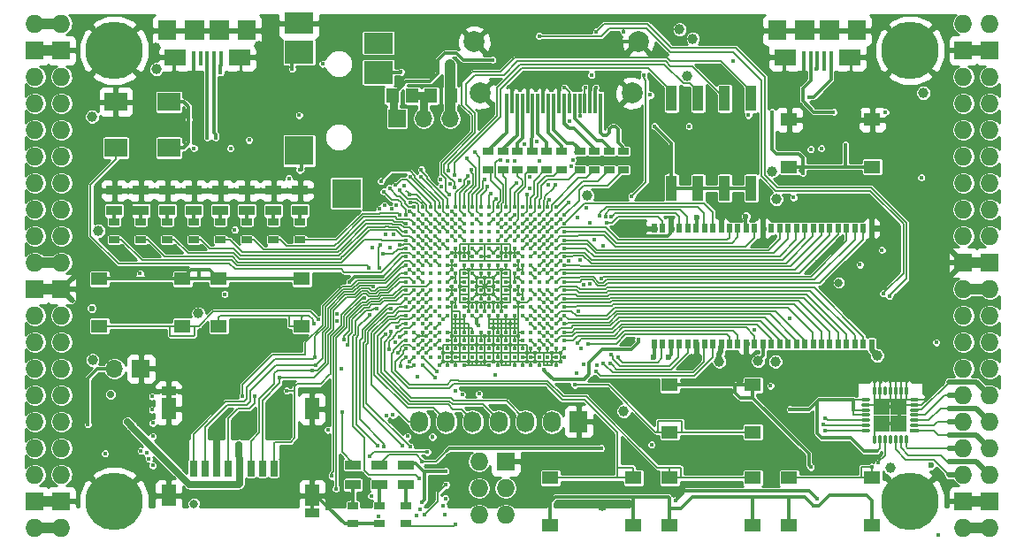
<source format=gtl>
G04 #@! TF.GenerationSoftware,KiCad,Pcbnew,5.0.0+dfsg1-2*
G04 #@! TF.CreationDate,2018-09-08T09:49:14+02:00*
G04 #@! TF.ProjectId,ulx3s,756C7833732E6B696361645F70636200,rev?*
G04 #@! TF.SameCoordinates,Original*
G04 #@! TF.FileFunction,Copper,L1,Top,Signal*
G04 #@! TF.FilePolarity,Positive*
%FSLAX46Y46*%
G04 Gerber Fmt 4.6, Leading zero omitted, Abs format (unit mm)*
G04 Created by KiCad (PCBNEW 5.0.0+dfsg1-2) date Sat Sep  8 09:49:14 2018*
%MOMM*%
%LPD*%
G01*
G04 APERTURE LIST*
G04 #@! TA.AperFunction,SMDPad,CuDef*
%ADD10R,1.625000X1.625000*%
G04 #@! TD*
G04 #@! TA.AperFunction,SMDPad,CuDef*
%ADD11O,0.300000X0.950000*%
G04 #@! TD*
G04 #@! TA.AperFunction,SMDPad,CuDef*
%ADD12O,0.950000X0.300000*%
G04 #@! TD*
G04 #@! TA.AperFunction,SMDPad,CuDef*
%ADD13R,0.950000X0.300000*%
G04 #@! TD*
G04 #@! TA.AperFunction,SMDPad,CuDef*
%ADD14R,1.800000X1.900000*%
G04 #@! TD*
G04 #@! TA.AperFunction,SMDPad,CuDef*
%ADD15R,0.400000X1.350000*%
G04 #@! TD*
G04 #@! TA.AperFunction,SMDPad,CuDef*
%ADD16R,1.900000X1.900000*%
G04 #@! TD*
G04 #@! TA.AperFunction,SMDPad,CuDef*
%ADD17R,2.100000X1.600000*%
G04 #@! TD*
G04 #@! TA.AperFunction,SMDPad,CuDef*
%ADD18R,1.120000X2.440000*%
G04 #@! TD*
G04 #@! TA.AperFunction,SMDPad,CuDef*
%ADD19R,2.800000X2.000000*%
G04 #@! TD*
G04 #@! TA.AperFunction,SMDPad,CuDef*
%ADD20R,2.800000X2.200000*%
G04 #@! TD*
G04 #@! TA.AperFunction,SMDPad,CuDef*
%ADD21R,2.800000X2.800000*%
G04 #@! TD*
G04 #@! TA.AperFunction,SMDPad,CuDef*
%ADD22R,0.300000X1.900000*%
G04 #@! TD*
G04 #@! TA.AperFunction,ComponentPad*
%ADD23C,2.000000*%
G04 #@! TD*
G04 #@! TA.AperFunction,BGAPad,CuDef*
%ADD24C,0.400000*%
G04 #@! TD*
G04 #@! TA.AperFunction,SMDPad,CuDef*
%ADD25R,0.700000X1.500000*%
G04 #@! TD*
G04 #@! TA.AperFunction,SMDPad,CuDef*
%ADD26R,1.450000X0.900000*%
G04 #@! TD*
G04 #@! TA.AperFunction,SMDPad,CuDef*
%ADD27R,1.450000X2.000000*%
G04 #@! TD*
G04 #@! TA.AperFunction,SMDPad,CuDef*
%ADD28R,2.200000X1.800000*%
G04 #@! TD*
G04 #@! TA.AperFunction,SMDPad,CuDef*
%ADD29R,0.560000X0.900000*%
G04 #@! TD*
G04 #@! TA.AperFunction,ComponentPad*
%ADD30R,1.727200X2.032000*%
G04 #@! TD*
G04 #@! TA.AperFunction,ComponentPad*
%ADD31O,1.727200X2.032000*%
G04 #@! TD*
G04 #@! TA.AperFunction,ComponentPad*
%ADD32O,1.727200X1.727200*%
G04 #@! TD*
G04 #@! TA.AperFunction,ComponentPad*
%ADD33R,1.727200X1.727200*%
G04 #@! TD*
G04 #@! TA.AperFunction,ComponentPad*
%ADD34C,5.500000*%
G04 #@! TD*
G04 #@! TA.AperFunction,SMDPad,CuDef*
%ADD35R,1.000000X0.670000*%
G04 #@! TD*
G04 #@! TA.AperFunction,SMDPad,CuDef*
%ADD36R,1.500000X0.970000*%
G04 #@! TD*
G04 #@! TA.AperFunction,ComponentPad*
%ADD37R,1.700000X1.700000*%
G04 #@! TD*
G04 #@! TA.AperFunction,ComponentPad*
%ADD38O,1.700000X1.700000*%
G04 #@! TD*
G04 #@! TA.AperFunction,SMDPad,CuDef*
%ADD39R,1.295000X1.400000*%
G04 #@! TD*
G04 #@! TA.AperFunction,SMDPad,CuDef*
%ADD40R,1.550000X1.300000*%
G04 #@! TD*
G04 #@! TA.AperFunction,ViaPad*
%ADD41C,2.000000*%
G04 #@! TD*
G04 #@! TA.AperFunction,ViaPad*
%ADD42C,0.419000*%
G04 #@! TD*
G04 #@! TA.AperFunction,ViaPad*
%ADD43C,0.600000*%
G04 #@! TD*
G04 #@! TA.AperFunction,ViaPad*
%ADD44C,1.000000*%
G04 #@! TD*
G04 #@! TA.AperFunction,ViaPad*
%ADD45C,0.800000*%
G04 #@! TD*
G04 #@! TA.AperFunction,ViaPad*
%ADD46C,0.700000*%
G04 #@! TD*
G04 #@! TA.AperFunction,ViaPad*
%ADD47C,0.454000*%
G04 #@! TD*
G04 #@! TA.AperFunction,Conductor*
%ADD48C,0.300000*%
G04 #@! TD*
G04 #@! TA.AperFunction,Conductor*
%ADD49C,0.127000*%
G04 #@! TD*
G04 #@! TA.AperFunction,Conductor*
%ADD50C,0.500000*%
G04 #@! TD*
G04 #@! TA.AperFunction,Conductor*
%ADD51C,1.000000*%
G04 #@! TD*
G04 #@! TA.AperFunction,Conductor*
%ADD52C,0.190000*%
G04 #@! TD*
G04 #@! TA.AperFunction,Conductor*
%ADD53C,0.700000*%
G04 #@! TD*
G04 #@! TA.AperFunction,Conductor*
%ADD54C,0.800000*%
G04 #@! TD*
G04 #@! TA.AperFunction,Conductor*
%ADD55C,0.140000*%
G04 #@! TD*
G04 #@! TA.AperFunction,Conductor*
%ADD56C,0.254000*%
G04 #@! TD*
G04 APERTURE END LIST*
D10*
G04 #@! TO.P,U8,29*
G04 #@! TO.N,GND*
X178097500Y-100967500D03*
X178097500Y-99342500D03*
X176472500Y-100967500D03*
X176472500Y-99342500D03*
D11*
G04 #@! TO.P,U8,28*
G04 #@! TO.N,GN15*
X178785000Y-102495000D03*
G04 #@! TO.P,U8,27*
G04 #@! TO.N,GP14*
X178285000Y-102495000D03*
G04 #@! TO.P,U8,26*
G04 #@! TO.N,GN14*
X177785000Y-102495000D03*
G04 #@! TO.P,U8,25*
G04 #@! TO.N,N/C*
X177285000Y-102495000D03*
G04 #@! TO.P,U8,24*
G04 #@! TO.N,ADC_MISO*
X176785000Y-102495000D03*
G04 #@! TO.P,U8,23*
G04 #@! TO.N,/analog/ADC3V3*
X176285000Y-102495000D03*
G04 #@! TO.P,U8,22*
G04 #@! TO.N,GND*
X175785000Y-102495000D03*
D12*
G04 #@! TO.P,U8,21*
G04 #@! TO.N,ADC_MOSI*
X174945000Y-101655000D03*
G04 #@! TO.P,U8,20*
G04 #@! TO.N,ADC_CSn*
X174945000Y-101155000D03*
G04 #@! TO.P,U8,19*
G04 #@! TO.N,ADC_SCLK*
X174945000Y-100655000D03*
G04 #@! TO.P,U8,18*
G04 #@! TO.N,/analog/ADC3V3*
X174945000Y-100155000D03*
G04 #@! TO.P,U8,17*
X174945000Y-99655000D03*
G04 #@! TO.P,U8,16*
G04 #@! TO.N,GND*
X174945000Y-99155000D03*
G04 #@! TO.P,U8,15*
G04 #@! TO.N,/analog/ADC3V3*
X174945000Y-98655000D03*
D11*
G04 #@! TO.P,U8,14*
G04 #@! TO.N,GND*
X175785000Y-97815000D03*
G04 #@! TO.P,U8,13*
X176285000Y-97815000D03*
G04 #@! TO.P,U8,12*
G04 #@! TO.N,N/C*
X176785000Y-97815000D03*
G04 #@! TO.P,U8,11*
G04 #@! TO.N,GND*
X177285000Y-97815000D03*
G04 #@! TO.P,U8,10*
X177785000Y-97815000D03*
G04 #@! TO.P,U8,9*
X178285000Y-97815000D03*
G04 #@! TO.P,U8,8*
X178785000Y-97815000D03*
D12*
G04 #@! TO.P,U8,7*
X179625000Y-98655000D03*
G04 #@! TO.P,U8,6*
X179625000Y-99155000D03*
G04 #@! TO.P,U8,5*
G04 #@! TO.N,GP17*
X179625000Y-99655000D03*
G04 #@! TO.P,U8,4*
G04 #@! TO.N,GN17*
X179625000Y-100155000D03*
G04 #@! TO.P,U8,3*
G04 #@! TO.N,GP16*
X179625000Y-100655000D03*
G04 #@! TO.P,U8,2*
G04 #@! TO.N,GN16*
X179625000Y-101155000D03*
D13*
G04 #@! TO.P,U8,1*
G04 #@! TO.N,GP15*
X179625000Y-101655000D03*
G04 #@! TD*
D14*
G04 #@! TO.P,US1,6*
G04 #@! TO.N,GND*
X108080000Y-63325000D03*
X115680000Y-63325000D03*
D15*
G04 #@! TO.P,US1,5*
X110580000Y-66000000D03*
G04 #@! TO.P,US1,4*
G04 #@! TO.N,N/C*
X111230000Y-66000000D03*
G04 #@! TO.P,US1,3*
G04 #@! TO.N,/usb/FTD+*
X111880000Y-66000000D03*
G04 #@! TO.P,US1,2*
G04 #@! TO.N,/usb/FTD-*
X112530000Y-66000000D03*
G04 #@! TO.P,US1,1*
G04 #@! TO.N,USB5V*
X113180000Y-66000000D03*
D16*
G04 #@! TO.P,US1,6*
G04 #@! TO.N,GND*
X110680000Y-63325000D03*
X113080000Y-63325000D03*
D17*
X108780000Y-65875000D03*
X114980000Y-65875000D03*
G04 #@! TD*
D18*
G04 #@! TO.P,SW1,8*
G04 #@! TO.N,SW1*
X156330000Y-69815000D03*
G04 #@! TO.P,SW1,4*
G04 #@! TO.N,/blinkey/SWPU*
X163950000Y-78425000D03*
G04 #@! TO.P,SW1,7*
G04 #@! TO.N,SW2*
X158870000Y-69815000D03*
G04 #@! TO.P,SW1,3*
G04 #@! TO.N,/blinkey/SWPU*
X161410000Y-78425000D03*
G04 #@! TO.P,SW1,6*
G04 #@! TO.N,SW3*
X161410000Y-69815000D03*
G04 #@! TO.P,SW1,2*
G04 #@! TO.N,/blinkey/SWPU*
X158870000Y-78425000D03*
G04 #@! TO.P,SW1,5*
G04 #@! TO.N,SW4*
X163950000Y-69815000D03*
G04 #@! TO.P,SW1,1*
G04 #@! TO.N,/blinkey/SWPU*
X156330000Y-78425000D03*
G04 #@! TD*
D19*
G04 #@! TO.P,AUDIO1,1*
G04 #@! TO.N,GND*
X120668000Y-62618000D03*
D20*
G04 #@! TO.P,AUDIO1,4*
G04 #@! TO.N,/analog/AUDIO_V*
X120668000Y-65418000D03*
D21*
G04 #@! TO.P,AUDIO1,2*
G04 #@! TO.N,/analog/AUDIO_L*
X120668000Y-74818000D03*
G04 #@! TO.P,AUDIO1,5*
G04 #@! TO.N,N/C*
X125218000Y-78918000D03*
D20*
G04 #@! TO.P,AUDIO1,3*
G04 #@! TO.N,/analog/AUDIO_R*
X128268000Y-67318000D03*
D19*
G04 #@! TO.P,AUDIO1,6*
G04 #@! TO.N,N/C*
X128268000Y-64518000D03*
G04 #@! TD*
D22*
G04 #@! TO.P,GPDI1,19*
G04 #@! TO.N,/gpdi/GPDI_ETH-*
X149546000Y-70312000D03*
G04 #@! TO.P,GPDI1,18*
G04 #@! TO.N,+5V*
X149046000Y-70312000D03*
G04 #@! TO.P,GPDI1,17*
G04 #@! TO.N,GND*
X148546000Y-70312000D03*
G04 #@! TO.P,GPDI1,16*
G04 #@! TO.N,GPDI_SDA*
X148046000Y-70312000D03*
G04 #@! TO.P,GPDI1,15*
G04 #@! TO.N,GPDI_SCL*
X147546000Y-70312000D03*
G04 #@! TO.P,GPDI1,14*
G04 #@! TO.N,/gpdi/GPDI_ETH+*
X147046000Y-70312000D03*
G04 #@! TO.P,GPDI1,13*
G04 #@! TO.N,GPDI_CEC*
X146546000Y-70312000D03*
G04 #@! TO.P,GPDI1,12*
G04 #@! TO.N,/gpdi/GPDI_CLK-*
X146046000Y-70312000D03*
G04 #@! TO.P,GPDI1,11*
G04 #@! TO.N,GND*
X145546000Y-70312000D03*
G04 #@! TO.P,GPDI1,10*
G04 #@! TO.N,/gpdi/GPDI_CLK+*
X145046000Y-70312000D03*
G04 #@! TO.P,GPDI1,9*
G04 #@! TO.N,/gpdi/GPDI_D0-*
X144546000Y-70312000D03*
G04 #@! TO.P,GPDI1,8*
G04 #@! TO.N,GND*
X144046000Y-70312000D03*
G04 #@! TO.P,GPDI1,7*
G04 #@! TO.N,/gpdi/GPDI_D0+*
X143546000Y-70312000D03*
G04 #@! TO.P,GPDI1,6*
G04 #@! TO.N,/gpdi/GPDI_D1-*
X143046000Y-70312000D03*
G04 #@! TO.P,GPDI1,5*
G04 #@! TO.N,GND*
X142546000Y-70312000D03*
G04 #@! TO.P,GPDI1,4*
G04 #@! TO.N,/gpdi/GPDI_D1+*
X142046000Y-70312000D03*
G04 #@! TO.P,GPDI1,3*
G04 #@! TO.N,/gpdi/GPDI_D2-*
X141546000Y-70312000D03*
G04 #@! TO.P,GPDI1,2*
G04 #@! TO.N,GND*
X141046000Y-70312000D03*
G04 #@! TO.P,GPDI1,1*
G04 #@! TO.N,/gpdi/GPDI_D2+*
X140546000Y-70312000D03*
D23*
G04 #@! TO.P,GPDI1,0*
G04 #@! TO.N,GND*
X152546000Y-69312000D03*
X138046000Y-69312000D03*
X153146000Y-64412000D03*
X137446000Y-64412000D03*
G04 #@! TD*
D24*
G04 #@! TO.P,U1,Y19*
G04 #@! TO.N,GND*
X145280000Y-95400000D03*
G04 #@! TO.P,U1,Y17*
X143680000Y-95400000D03*
G04 #@! TO.P,U1,Y16*
X142880000Y-95400000D03*
G04 #@! TO.P,U1,Y15*
X142080000Y-95400000D03*
G04 #@! TO.P,U1,Y14*
X141280000Y-95400000D03*
G04 #@! TO.P,U1,Y12*
X139680000Y-95400000D03*
G04 #@! TO.P,U1,Y11*
X138880000Y-95400000D03*
G04 #@! TO.P,U1,Y8*
X136480000Y-95400000D03*
G04 #@! TO.P,U1,Y7*
X135680000Y-95400000D03*
G04 #@! TO.P,U1,Y6*
X134880000Y-95400000D03*
G04 #@! TO.P,U1,Y5*
X134080000Y-95400000D03*
G04 #@! TO.P,U1,Y3*
G04 #@! TO.N,/flash/FPGA_DONE*
X132480000Y-95400000D03*
G04 #@! TO.P,U1,Y2*
G04 #@! TO.N,/flash/FLASH_nWP*
X131680000Y-95400000D03*
G04 #@! TO.P,U1,W20*
G04 #@! TO.N,GND*
X146080000Y-94600000D03*
G04 #@! TO.P,U1,W19*
X145280000Y-94600000D03*
G04 #@! TO.P,U1,W18*
G04 #@! TO.N,N/C*
X144480000Y-94600000D03*
G04 #@! TO.P,U1,W17*
X143680000Y-94600000D03*
G04 #@! TO.P,U1,W16*
G04 #@! TO.N,GND*
X142880000Y-94600000D03*
G04 #@! TO.P,U1,W15*
X142080000Y-94600000D03*
G04 #@! TO.P,U1,W14*
G04 #@! TO.N,N/C*
X141280000Y-94600000D03*
G04 #@! TO.P,U1,W13*
X140480000Y-94600000D03*
G04 #@! TO.P,U1,W12*
G04 #@! TO.N,GND*
X139680000Y-94600000D03*
G04 #@! TO.P,U1,W11*
G04 #@! TO.N,N/C*
X138880000Y-94600000D03*
G04 #@! TO.P,U1,W10*
X138080000Y-94600000D03*
G04 #@! TO.P,U1,W9*
X137280000Y-94600000D03*
G04 #@! TO.P,U1,W8*
X136480000Y-94600000D03*
G04 #@! TO.P,U1,W7*
G04 #@! TO.N,GND*
X135680000Y-94600000D03*
G04 #@! TO.P,U1,W6*
X134880000Y-94600000D03*
G04 #@! TO.P,U1,W5*
G04 #@! TO.N,N/C*
X134080000Y-94600000D03*
G04 #@! TO.P,U1,W4*
X133280000Y-94600000D03*
G04 #@! TO.P,U1,W3*
G04 #@! TO.N,/flash/FPGA_PROGRAMN*
X132480000Y-94600000D03*
G04 #@! TO.P,U1,W2*
G04 #@! TO.N,/flash/FLASH_MOSI*
X131680000Y-94600000D03*
G04 #@! TO.P,U1,W1*
G04 #@! TO.N,/flash/FLASH_nHOLD*
X130880000Y-94600000D03*
G04 #@! TO.P,U1,V20*
G04 #@! TO.N,GND*
X146080000Y-93800000D03*
G04 #@! TO.P,U1,V19*
X145280000Y-93800000D03*
G04 #@! TO.P,U1,V18*
X144480000Y-93800000D03*
G04 #@! TO.P,U1,V17*
X143680000Y-93800000D03*
G04 #@! TO.P,U1,V16*
X142880000Y-93800000D03*
G04 #@! TO.P,U1,V15*
X142080000Y-93800000D03*
G04 #@! TO.P,U1,V14*
X141280000Y-93800000D03*
G04 #@! TO.P,U1,V13*
X140480000Y-93800000D03*
G04 #@! TO.P,U1,V12*
X139680000Y-93800000D03*
G04 #@! TO.P,U1,V11*
X138880000Y-93800000D03*
G04 #@! TO.P,U1,V10*
X138080000Y-93800000D03*
G04 #@! TO.P,U1,V9*
X137280000Y-93800000D03*
G04 #@! TO.P,U1,V8*
X136480000Y-93800000D03*
G04 #@! TO.P,U1,V7*
X135680000Y-93800000D03*
G04 #@! TO.P,U1,V6*
X134880000Y-93800000D03*
G04 #@! TO.P,U1,V5*
X134080000Y-93800000D03*
G04 #@! TO.P,U1,V4*
G04 #@! TO.N,JTAG_TDO*
X133280000Y-93800000D03*
G04 #@! TO.P,U1,V3*
G04 #@! TO.N,/flash/FPGA_INITN*
X132480000Y-93800000D03*
G04 #@! TO.P,U1,V2*
G04 #@! TO.N,/flash/FLASH_MISO*
X131680000Y-93800000D03*
G04 #@! TO.P,U1,V1*
G04 #@! TO.N,BTN_D*
X130880000Y-93800000D03*
G04 #@! TO.P,U1,U20*
G04 #@! TO.N,SDRAM_D7*
X146080000Y-93000000D03*
G04 #@! TO.P,U1,U19*
G04 #@! TO.N,SDRAM_DQM0*
X145280000Y-93000000D03*
G04 #@! TO.P,U1,U18*
G04 #@! TO.N,GP14*
X144480000Y-93000000D03*
G04 #@! TO.P,U1,U17*
G04 #@! TO.N,GN14*
X143680000Y-93000000D03*
G04 #@! TO.P,U1,U16*
G04 #@! TO.N,ADC_MISO*
X142880000Y-93000000D03*
G04 #@! TO.P,U1,U15*
G04 #@! TO.N,GND*
X142080000Y-93000000D03*
G04 #@! TO.P,U1,U14*
X141280000Y-93000000D03*
G04 #@! TO.P,U1,U13*
X140480000Y-93000000D03*
G04 #@! TO.P,U1,U12*
X139680000Y-93000000D03*
G04 #@! TO.P,U1,U11*
X138880000Y-93000000D03*
G04 #@! TO.P,U1,U10*
X138080000Y-93000000D03*
G04 #@! TO.P,U1,U9*
X137280000Y-93000000D03*
G04 #@! TO.P,U1,U8*
X136480000Y-93000000D03*
G04 #@! TO.P,U1,U7*
X135680000Y-93000000D03*
G04 #@! TO.P,U1,U6*
X134880000Y-93000000D03*
G04 #@! TO.P,U1,U5*
G04 #@! TO.N,JTAG_TMS*
X134080000Y-93000000D03*
G04 #@! TO.P,U1,U4*
G04 #@! TO.N,GND*
X133280000Y-93000000D03*
G04 #@! TO.P,U1,U3*
G04 #@! TO.N,/flash/FLASH_SCK*
X132480000Y-93000000D03*
G04 #@! TO.P,U1,U2*
G04 #@! TO.N,+3V3*
X131680000Y-93000000D03*
G04 #@! TO.P,U1,U1*
G04 #@! TO.N,BTN_L*
X130880000Y-93000000D03*
G04 #@! TO.P,U1,T20*
G04 #@! TO.N,SDRAM_nWE*
X146080000Y-92200000D03*
G04 #@! TO.P,U1,T19*
G04 #@! TO.N,SDRAM_nCAS*
X145280000Y-92200000D03*
G04 #@! TO.P,U1,T18*
G04 #@! TO.N,SDRAM_D5*
X144480000Y-92200000D03*
G04 #@! TO.P,U1,T17*
G04 #@! TO.N,SDRAM_D6*
X143680000Y-92200000D03*
G04 #@! TO.P,U1,T16*
G04 #@! TO.N,N/C*
X142880000Y-92200000D03*
G04 #@! TO.P,U1,T15*
G04 #@! TO.N,GND*
X142080000Y-92200000D03*
G04 #@! TO.P,U1,T14*
X141280000Y-92200000D03*
G04 #@! TO.P,U1,T13*
X140480000Y-92200000D03*
G04 #@! TO.P,U1,T12*
X139680000Y-92200000D03*
G04 #@! TO.P,U1,T11*
X138880000Y-92200000D03*
G04 #@! TO.P,U1,T10*
X138080000Y-92200000D03*
G04 #@! TO.P,U1,T9*
X137280000Y-92200000D03*
G04 #@! TO.P,U1,T8*
X136480000Y-92200000D03*
G04 #@! TO.P,U1,T7*
X135680000Y-92200000D03*
G04 #@! TO.P,U1,T6*
X134880000Y-92200000D03*
G04 #@! TO.P,U1,T5*
G04 #@! TO.N,JTAG_TCK*
X134080000Y-92200000D03*
G04 #@! TO.P,U1,T4*
G04 #@! TO.N,+3V3*
X133280000Y-92200000D03*
G04 #@! TO.P,U1,T3*
X132480000Y-92200000D03*
G04 #@! TO.P,U1,T2*
X131680000Y-92200000D03*
G04 #@! TO.P,U1,T1*
G04 #@! TO.N,BTN_F2*
X130880000Y-92200000D03*
G04 #@! TO.P,U1,R20*
G04 #@! TO.N,SDRAM_nRAS*
X146080000Y-91400000D03*
G04 #@! TO.P,U1,R19*
G04 #@! TO.N,GND*
X145280000Y-91400000D03*
G04 #@! TO.P,U1,R18*
G04 #@! TO.N,BTN_U*
X144480000Y-91400000D03*
G04 #@! TO.P,U1,R17*
G04 #@! TO.N,ADC_CSn*
X143680000Y-91400000D03*
G04 #@! TO.P,U1,R16*
G04 #@! TO.N,ADC_MOSI*
X142880000Y-91400000D03*
G04 #@! TO.P,U1,R5*
G04 #@! TO.N,JTAG_TDI*
X134080000Y-91400000D03*
G04 #@! TO.P,U1,R4*
G04 #@! TO.N,GND*
X133280000Y-91400000D03*
G04 #@! TO.P,U1,R3*
G04 #@! TO.N,N/C*
X132480000Y-91400000D03*
G04 #@! TO.P,U1,R2*
G04 #@! TO.N,/flash/FLASH_nCS*
X131680000Y-91400000D03*
G04 #@! TO.P,U1,R1*
G04 #@! TO.N,BTN_F1*
X130880000Y-91400000D03*
G04 #@! TO.P,U1,P20*
G04 #@! TO.N,SDRAM_nCS*
X146080000Y-90600000D03*
G04 #@! TO.P,U1,P19*
G04 #@! TO.N,SDRAM_BA0*
X145280000Y-90600000D03*
G04 #@! TO.P,U1,P18*
G04 #@! TO.N,SDRAM_D4*
X144480000Y-90600000D03*
G04 #@! TO.P,U1,P17*
G04 #@! TO.N,ADC_SCLK*
X143680000Y-90600000D03*
G04 #@! TO.P,U1,P16*
G04 #@! TO.N,GN15*
X142880000Y-90600000D03*
G04 #@! TO.P,U1,P15*
G04 #@! TO.N,+2V5*
X142080000Y-90600000D03*
G04 #@! TO.P,U1,P14*
G04 #@! TO.N,GND*
X141280000Y-90600000D03*
G04 #@! TO.P,U1,P13*
X140480000Y-90600000D03*
G04 #@! TO.P,U1,P12*
X139680000Y-90600000D03*
G04 #@! TO.P,U1,P11*
X138880000Y-90600000D03*
G04 #@! TO.P,U1,P10*
G04 #@! TO.N,+3V3*
X138080000Y-90600000D03*
G04 #@! TO.P,U1,P9*
X137280000Y-90600000D03*
G04 #@! TO.P,U1,P8*
G04 #@! TO.N,GND*
X136480000Y-90600000D03*
G04 #@! TO.P,U1,P7*
X135680000Y-90600000D03*
G04 #@! TO.P,U1,P6*
G04 #@! TO.N,+2V5*
X134880000Y-90600000D03*
G04 #@! TO.P,U1,P5*
G04 #@! TO.N,N/C*
X134080000Y-90600000D03*
G04 #@! TO.P,U1,P4*
G04 #@! TO.N,OLED_CLK*
X133280000Y-90600000D03*
G04 #@! TO.P,U1,P3*
G04 #@! TO.N,OLED_MOSI*
X132480000Y-90600000D03*
G04 #@! TO.P,U1,P2*
G04 #@! TO.N,OLED_RES*
X131680000Y-90600000D03*
G04 #@! TO.P,U1,P1*
G04 #@! TO.N,OLED_DC*
X130880000Y-90600000D03*
G04 #@! TO.P,U1,N20*
G04 #@! TO.N,SDRAM_BA1*
X146080000Y-89800000D03*
G04 #@! TO.P,U1,N19*
G04 #@! TO.N,SDRAM_A10*
X145280000Y-89800000D03*
G04 #@! TO.P,U1,N18*
G04 #@! TO.N,SDRAM_D3*
X144480000Y-89800000D03*
G04 #@! TO.P,U1,N17*
G04 #@! TO.N,GP15*
X143680000Y-89800000D03*
G04 #@! TO.P,U1,N16*
G04 #@! TO.N,GP16*
X142880000Y-89800000D03*
G04 #@! TO.P,U1,N15*
G04 #@! TO.N,GND*
X142080000Y-89800000D03*
G04 #@! TO.P,U1,N14*
X141280000Y-89800000D03*
G04 #@! TO.P,U1,N13*
G04 #@! TO.N,+1V1*
X140480000Y-89800000D03*
G04 #@! TO.P,U1,N12*
X139680000Y-89800000D03*
G04 #@! TO.P,U1,N11*
X138880000Y-89800000D03*
G04 #@! TO.P,U1,N10*
X138080000Y-89800000D03*
G04 #@! TO.P,U1,N9*
X137280000Y-89800000D03*
G04 #@! TO.P,U1,N8*
X136480000Y-89800000D03*
G04 #@! TO.P,U1,N7*
G04 #@! TO.N,GND*
X135680000Y-89800000D03*
G04 #@! TO.P,U1,N6*
X134880000Y-89800000D03*
G04 #@! TO.P,U1,N5*
G04 #@! TO.N,N/C*
X134080000Y-89800000D03*
G04 #@! TO.P,U1,N4*
G04 #@! TO.N,WIFI_GPIO5*
X133280000Y-89800000D03*
G04 #@! TO.P,U1,N3*
G04 #@! TO.N,WIFI_GPIO17*
X132480000Y-89800000D03*
G04 #@! TO.P,U1,N2*
G04 #@! TO.N,OLED_CS*
X131680000Y-89800000D03*
G04 #@! TO.P,U1,N1*
G04 #@! TO.N,FTDI_nDTR*
X130880000Y-89800000D03*
G04 #@! TO.P,U1,M20*
G04 #@! TO.N,SDRAM_A0*
X146080000Y-89000000D03*
G04 #@! TO.P,U1,M19*
G04 #@! TO.N,SDRAM_A1*
X145280000Y-89000000D03*
G04 #@! TO.P,U1,M18*
G04 #@! TO.N,SDRAM_D2*
X144480000Y-89000000D03*
G04 #@! TO.P,U1,M17*
G04 #@! TO.N,GN16*
X143680000Y-89000000D03*
G04 #@! TO.P,U1,M16*
G04 #@! TO.N,GND*
X142880000Y-89000000D03*
G04 #@! TO.P,U1,M15*
G04 #@! TO.N,+3V3*
X142080000Y-89000000D03*
G04 #@! TO.P,U1,M14*
G04 #@! TO.N,GND*
X141280000Y-89000000D03*
G04 #@! TO.P,U1,M13*
G04 #@! TO.N,+1V1*
X140480000Y-89000000D03*
G04 #@! TO.P,U1,M12*
G04 #@! TO.N,GND*
X139680000Y-89000000D03*
G04 #@! TO.P,U1,M11*
X138880000Y-89000000D03*
G04 #@! TO.P,U1,M10*
X138080000Y-89000000D03*
G04 #@! TO.P,U1,M9*
X137280000Y-89000000D03*
G04 #@! TO.P,U1,M8*
G04 #@! TO.N,+1V1*
X136480000Y-89000000D03*
G04 #@! TO.P,U1,M7*
G04 #@! TO.N,GND*
X135680000Y-89000000D03*
G04 #@! TO.P,U1,M6*
G04 #@! TO.N,+3V3*
X134880000Y-89000000D03*
G04 #@! TO.P,U1,M5*
G04 #@! TO.N,N/C*
X134080000Y-89000000D03*
G04 #@! TO.P,U1,M4*
G04 #@! TO.N,USER_PROGRAMN*
X133280000Y-89000000D03*
G04 #@! TO.P,U1,M3*
G04 #@! TO.N,FTDI_nRTS*
X132480000Y-89000000D03*
G04 #@! TO.P,U1,M2*
G04 #@! TO.N,GND*
X131680000Y-89000000D03*
G04 #@! TO.P,U1,M1*
G04 #@! TO.N,FTDI_TXD*
X130880000Y-89000000D03*
G04 #@! TO.P,U1,L20*
G04 #@! TO.N,SDRAM_A2*
X146080000Y-88200000D03*
G04 #@! TO.P,U1,L19*
G04 #@! TO.N,SDRAM_A3*
X145280000Y-88200000D03*
G04 #@! TO.P,U1,L18*
G04 #@! TO.N,SDRAM_D1*
X144480000Y-88200000D03*
G04 #@! TO.P,U1,L17*
G04 #@! TO.N,GN17*
X143680000Y-88200000D03*
G04 #@! TO.P,U1,L16*
G04 #@! TO.N,GP17*
X142880000Y-88200000D03*
G04 #@! TO.P,U1,L15*
G04 #@! TO.N,+3V3*
X142080000Y-88200000D03*
G04 #@! TO.P,U1,L14*
X141280000Y-88200000D03*
G04 #@! TO.P,U1,L13*
G04 #@! TO.N,+1V1*
X140480000Y-88200000D03*
G04 #@! TO.P,U1,L12*
G04 #@! TO.N,GND*
X139680000Y-88200000D03*
G04 #@! TO.P,U1,L11*
X138880000Y-88200000D03*
G04 #@! TO.P,U1,L10*
X138080000Y-88200000D03*
G04 #@! TO.P,U1,L9*
X137280000Y-88200000D03*
G04 #@! TO.P,U1,L8*
G04 #@! TO.N,+1V1*
X136480000Y-88200000D03*
G04 #@! TO.P,U1,L7*
G04 #@! TO.N,+3V3*
X135680000Y-88200000D03*
G04 #@! TO.P,U1,L6*
X134880000Y-88200000D03*
G04 #@! TO.P,U1,L5*
G04 #@! TO.N,N/C*
X134080000Y-88200000D03*
G04 #@! TO.P,U1,L4*
G04 #@! TO.N,FTDI_RXD*
X133280000Y-88200000D03*
G04 #@! TO.P,U1,L3*
G04 #@! TO.N,FTDI_TXDEN*
X132480000Y-88200000D03*
G04 #@! TO.P,U1,L2*
G04 #@! TO.N,WIFI_GPIO0*
X131680000Y-88200000D03*
G04 #@! TO.P,U1,L1*
G04 #@! TO.N,WIFI_GPIO16*
X130880000Y-88200000D03*
G04 #@! TO.P,U1,K20*
G04 #@! TO.N,SDRAM_A4*
X146080000Y-87400000D03*
G04 #@! TO.P,U1,K19*
G04 #@! TO.N,SDRAM_A5*
X145280000Y-87400000D03*
G04 #@! TO.P,U1,K18*
G04 #@! TO.N,SDRAM_A6*
X144480000Y-87400000D03*
G04 #@! TO.P,U1,K17*
G04 #@! TO.N,N/C*
X143680000Y-87400000D03*
G04 #@! TO.P,U1,K16*
X142880000Y-87400000D03*
G04 #@! TO.P,U1,K15*
G04 #@! TO.N,GND*
X142080000Y-87400000D03*
G04 #@! TO.P,U1,K14*
X141280000Y-87400000D03*
G04 #@! TO.P,U1,K13*
G04 #@! TO.N,+1V1*
X140480000Y-87400000D03*
G04 #@! TO.P,U1,K12*
G04 #@! TO.N,GND*
X139680000Y-87400000D03*
G04 #@! TO.P,U1,K11*
X138880000Y-87400000D03*
G04 #@! TO.P,U1,K10*
X138080000Y-87400000D03*
G04 #@! TO.P,U1,K9*
X137280000Y-87400000D03*
G04 #@! TO.P,U1,K8*
G04 #@! TO.N,+1V1*
X136480000Y-87400000D03*
G04 #@! TO.P,U1,K7*
G04 #@! TO.N,GND*
X135680000Y-87400000D03*
G04 #@! TO.P,U1,K6*
X134880000Y-87400000D03*
G04 #@! TO.P,U1,K5*
G04 #@! TO.N,N/C*
X134080000Y-87400000D03*
G04 #@! TO.P,U1,K4*
G04 #@! TO.N,WIFI_TXD*
X133280000Y-87400000D03*
G04 #@! TO.P,U1,K3*
G04 #@! TO.N,WIFI_RXD*
X132480000Y-87400000D03*
G04 #@! TO.P,U1,K2*
G04 #@! TO.N,SD_D3*
X131680000Y-87400000D03*
G04 #@! TO.P,U1,K1*
G04 #@! TO.N,SD_D2*
X130880000Y-87400000D03*
G04 #@! TO.P,U1,J20*
G04 #@! TO.N,SDRAM_A7*
X146080000Y-86600000D03*
G04 #@! TO.P,U1,J19*
G04 #@! TO.N,SDRAM_A8*
X145280000Y-86600000D03*
G04 #@! TO.P,U1,J18*
G04 #@! TO.N,SDRAM_D14*
X144480000Y-86600000D03*
G04 #@! TO.P,U1,J17*
G04 #@! TO.N,SDRAM_D15*
X143680000Y-86600000D03*
G04 #@! TO.P,U1,J16*
G04 #@! TO.N,SDRAM_D0*
X142880000Y-86600000D03*
G04 #@! TO.P,U1,J15*
G04 #@! TO.N,+3V3*
X142080000Y-86600000D03*
G04 #@! TO.P,U1,J14*
G04 #@! TO.N,GND*
X141280000Y-86600000D03*
G04 #@! TO.P,U1,J13*
G04 #@! TO.N,+1V1*
X140480000Y-86600000D03*
G04 #@! TO.P,U1,J12*
G04 #@! TO.N,GND*
X139680000Y-86600000D03*
G04 #@! TO.P,U1,J11*
X138880000Y-86600000D03*
G04 #@! TO.P,U1,J10*
X138080000Y-86600000D03*
G04 #@! TO.P,U1,J9*
X137280000Y-86600000D03*
G04 #@! TO.P,U1,J8*
G04 #@! TO.N,+1V1*
X136480000Y-86600000D03*
G04 #@! TO.P,U1,J7*
G04 #@! TO.N,GND*
X135680000Y-86600000D03*
G04 #@! TO.P,U1,J6*
G04 #@! TO.N,2V5_3V3*
X134880000Y-86600000D03*
G04 #@! TO.P,U1,J5*
G04 #@! TO.N,N/C*
X134080000Y-86600000D03*
G04 #@! TO.P,U1,J4*
X133280000Y-86600000D03*
G04 #@! TO.P,U1,J3*
G04 #@! TO.N,SD_D0*
X132480000Y-86600000D03*
G04 #@! TO.P,U1,J2*
G04 #@! TO.N,GND*
X131680000Y-86600000D03*
G04 #@! TO.P,U1,J1*
G04 #@! TO.N,SD_CMD*
X130880000Y-86600000D03*
G04 #@! TO.P,U1,H20*
G04 #@! TO.N,SDRAM_A9*
X146080000Y-85800000D03*
G04 #@! TO.P,U1,H19*
G04 #@! TO.N,GND*
X145280000Y-85800000D03*
G04 #@! TO.P,U1,H18*
G04 #@! TO.N,GP18*
X144480000Y-85800000D03*
G04 #@! TO.P,U1,H17*
G04 #@! TO.N,GN18*
X143680000Y-85800000D03*
G04 #@! TO.P,U1,H16*
G04 #@! TO.N,BTN_R*
X142880000Y-85800000D03*
G04 #@! TO.P,U1,H15*
G04 #@! TO.N,+3V3*
X142080000Y-85800000D03*
G04 #@! TO.P,U1,H14*
X141280000Y-85800000D03*
G04 #@! TO.P,U1,H13*
G04 #@! TO.N,+1V1*
X140480000Y-85800000D03*
G04 #@! TO.P,U1,H12*
X139680000Y-85800000D03*
G04 #@! TO.P,U1,H11*
X138880000Y-85800000D03*
G04 #@! TO.P,U1,H10*
X138080000Y-85800000D03*
G04 #@! TO.P,U1,H9*
X137280000Y-85800000D03*
G04 #@! TO.P,U1,H8*
X136480000Y-85800000D03*
G04 #@! TO.P,U1,H7*
G04 #@! TO.N,2V5_3V3*
X135680000Y-85800000D03*
G04 #@! TO.P,U1,H6*
X134880000Y-85800000D03*
G04 #@! TO.P,U1,H5*
G04 #@! TO.N,AUDIO_V0*
X134080000Y-85800000D03*
G04 #@! TO.P,U1,H4*
G04 #@! TO.N,GP13*
X133280000Y-85800000D03*
G04 #@! TO.P,U1,H3*
G04 #@! TO.N,LED7*
X132480000Y-85800000D03*
G04 #@! TO.P,U1,H2*
G04 #@! TO.N,SD_CLK*
X131680000Y-85800000D03*
G04 #@! TO.P,U1,H1*
G04 #@! TO.N,SD_D1*
X130880000Y-85800000D03*
G04 #@! TO.P,U1,G20*
G04 #@! TO.N,SDRAM_A11*
X146080000Y-85000000D03*
G04 #@! TO.P,U1,G19*
G04 #@! TO.N,SDRAM_A12*
X145280000Y-85000000D03*
G04 #@! TO.P,U1,G18*
G04 #@! TO.N,GN19*
X144480000Y-85000000D03*
G04 #@! TO.P,U1,G17*
G04 #@! TO.N,GND*
X143680000Y-85000000D03*
G04 #@! TO.P,U1,G16*
G04 #@! TO.N,SHUTDOWN*
X142880000Y-85000000D03*
G04 #@! TO.P,U1,G15*
G04 #@! TO.N,GND*
X142080000Y-85000000D03*
G04 #@! TO.P,U1,G14*
X141280000Y-85000000D03*
G04 #@! TO.P,U1,G13*
X140480000Y-85000000D03*
G04 #@! TO.P,U1,G12*
X139680000Y-85000000D03*
G04 #@! TO.P,U1,G11*
X138880000Y-85000000D03*
G04 #@! TO.P,U1,G10*
X138080000Y-85000000D03*
G04 #@! TO.P,U1,G9*
X137280000Y-85000000D03*
G04 #@! TO.P,U1,G8*
X136480000Y-85000000D03*
G04 #@! TO.P,U1,G7*
X135680000Y-85000000D03*
G04 #@! TO.P,U1,G6*
X134880000Y-85000000D03*
G04 #@! TO.P,U1,G5*
G04 #@! TO.N,GN13*
X134080000Y-85000000D03*
G04 #@! TO.P,U1,G4*
G04 #@! TO.N,GND*
X133280000Y-85000000D03*
G04 #@! TO.P,U1,G3*
G04 #@! TO.N,GP12*
X132480000Y-85000000D03*
G04 #@! TO.P,U1,G2*
G04 #@! TO.N,CLK_25MHz*
X131680000Y-85000000D03*
G04 #@! TO.P,U1,G1*
G04 #@! TO.N,/usb/ANT_433MHz*
X130880000Y-85000000D03*
G04 #@! TO.P,U1,F20*
G04 #@! TO.N,SDRAM_CKE*
X146080000Y-84200000D03*
G04 #@! TO.P,U1,F19*
G04 #@! TO.N,SDRAM_CLK*
X145280000Y-84200000D03*
G04 #@! TO.P,U1,F18*
G04 #@! TO.N,SDRAM_D13*
X144480000Y-84200000D03*
G04 #@! TO.P,U1,F17*
G04 #@! TO.N,GP19*
X143680000Y-84200000D03*
G04 #@! TO.P,U1,F16*
G04 #@! TO.N,USB_FPGA_D-*
X142880000Y-84200000D03*
G04 #@! TO.P,U1,F15*
G04 #@! TO.N,+2V5*
X142080000Y-84200000D03*
G04 #@! TO.P,U1,F14*
G04 #@! TO.N,GND*
X141280000Y-84200000D03*
G04 #@! TO.P,U1,F13*
X140480000Y-84200000D03*
G04 #@! TO.P,U1,F12*
G04 #@! TO.N,+3V3*
X139680000Y-84200000D03*
G04 #@! TO.P,U1,F11*
X138880000Y-84200000D03*
G04 #@! TO.P,U1,F10*
G04 #@! TO.N,2V5_3V3*
X138080000Y-84200000D03*
G04 #@! TO.P,U1,F9*
X137280000Y-84200000D03*
G04 #@! TO.P,U1,F8*
G04 #@! TO.N,GND*
X136480000Y-84200000D03*
G04 #@! TO.P,U1,F7*
X135680000Y-84200000D03*
G04 #@! TO.P,U1,F6*
G04 #@! TO.N,+2V5*
X134880000Y-84200000D03*
G04 #@! TO.P,U1,F5*
G04 #@! TO.N,AUDIO_V2*
X134080000Y-84200000D03*
G04 #@! TO.P,U1,F4*
G04 #@! TO.N,GP11*
X133280000Y-84200000D03*
G04 #@! TO.P,U1,F3*
G04 #@! TO.N,GN12*
X132480000Y-84200000D03*
G04 #@! TO.P,U1,F2*
G04 #@! TO.N,AUDIO_V1*
X131680000Y-84200000D03*
G04 #@! TO.P,U1,F1*
G04 #@! TO.N,WIFI_EN*
X130880000Y-84200000D03*
G04 #@! TO.P,U1,E20*
G04 #@! TO.N,SDRAM_DQM1*
X146080000Y-83400000D03*
G04 #@! TO.P,U1,E19*
G04 #@! TO.N,SDRAM_D8*
X145280000Y-83400000D03*
G04 #@! TO.P,U1,E18*
G04 #@! TO.N,SDRAM_D12*
X144480000Y-83400000D03*
G04 #@! TO.P,U1,E17*
G04 #@! TO.N,GN20*
X143680000Y-83400000D03*
G04 #@! TO.P,U1,E16*
G04 #@! TO.N,USB_FPGA_D+*
X142880000Y-83400000D03*
G04 #@! TO.P,U1,E15*
G04 #@! TO.N,USB_FPGA_D-*
X142080000Y-83400000D03*
G04 #@! TO.P,U1,E14*
G04 #@! TO.N,GN25*
X141280000Y-83400000D03*
G04 #@! TO.P,U1,E13*
G04 #@! TO.N,GN27*
X140480000Y-83400000D03*
G04 #@! TO.P,U1,E12*
G04 #@! TO.N,FPDI_SCL*
X139680000Y-83400000D03*
G04 #@! TO.P,U1,E11*
G04 #@! TO.N,N/C*
X138880000Y-83400000D03*
G04 #@! TO.P,U1,E10*
X138080000Y-83400000D03*
G04 #@! TO.P,U1,E9*
X137280000Y-83400000D03*
G04 #@! TO.P,U1,E8*
G04 #@! TO.N,SW1*
X136480000Y-83400000D03*
G04 #@! TO.P,U1,E7*
G04 #@! TO.N,SW4*
X135680000Y-83400000D03*
G04 #@! TO.P,U1,E6*
G04 #@! TO.N,N/C*
X134880000Y-83400000D03*
G04 #@! TO.P,U1,E5*
G04 #@! TO.N,AUDIO_V3*
X134080000Y-83400000D03*
G04 #@! TO.P,U1,E4*
G04 #@! TO.N,AUDIO_L0*
X133280000Y-83400000D03*
G04 #@! TO.P,U1,E3*
G04 #@! TO.N,GN11*
X132480000Y-83400000D03*
G04 #@! TO.P,U1,E2*
G04 #@! TO.N,LED5*
X131680000Y-83400000D03*
G04 #@! TO.P,U1,E1*
G04 #@! TO.N,LED6*
X130880000Y-83400000D03*
G04 #@! TO.P,U1,D20*
G04 #@! TO.N,SDRAM_D9*
X146080000Y-82600000D03*
G04 #@! TO.P,U1,D19*
G04 #@! TO.N,SDRAM_D10*
X145280000Y-82600000D03*
G04 #@! TO.P,U1,D18*
G04 #@! TO.N,GP20*
X144480000Y-82600000D03*
G04 #@! TO.P,U1,D17*
G04 #@! TO.N,GN21*
X143680000Y-82600000D03*
G04 #@! TO.P,U1,D16*
G04 #@! TO.N,GN24*
X142880000Y-82600000D03*
G04 #@! TO.P,U1,D15*
G04 #@! TO.N,USB_FPGA_D+*
X142080000Y-82600000D03*
G04 #@! TO.P,U1,D14*
G04 #@! TO.N,GP25*
X141280000Y-82600000D03*
G04 #@! TO.P,U1,D13*
G04 #@! TO.N,GP27*
X140480000Y-82600000D03*
G04 #@! TO.P,U1,D12*
G04 #@! TO.N,N/C*
X139680000Y-82600000D03*
G04 #@! TO.P,U1,D11*
X138880000Y-82600000D03*
G04 #@! TO.P,U1,D10*
X138080000Y-82600000D03*
G04 #@! TO.P,U1,D9*
X137280000Y-82600000D03*
G04 #@! TO.P,U1,D8*
G04 #@! TO.N,SW2*
X136480000Y-82600000D03*
G04 #@! TO.P,U1,D7*
G04 #@! TO.N,SW3*
X135680000Y-82600000D03*
G04 #@! TO.P,U1,D6*
G04 #@! TO.N,BTN_PWRn*
X134880000Y-82600000D03*
G04 #@! TO.P,U1,D5*
G04 #@! TO.N,AUDIO_R2*
X134080000Y-82600000D03*
G04 #@! TO.P,U1,D4*
G04 #@! TO.N,GND*
X133280000Y-82600000D03*
G04 #@! TO.P,U1,D3*
G04 #@! TO.N,AUDIO_L1*
X132480000Y-82600000D03*
G04 #@! TO.P,U1,D2*
G04 #@! TO.N,LED3*
X131680000Y-82600000D03*
G04 #@! TO.P,U1,D1*
G04 #@! TO.N,LED4*
X130880000Y-82600000D03*
G04 #@! TO.P,U1,C20*
G04 #@! TO.N,SDRAM_D11*
X146080000Y-81800000D03*
G04 #@! TO.P,U1,C19*
G04 #@! TO.N,GND*
X145280000Y-81800000D03*
G04 #@! TO.P,U1,C18*
G04 #@! TO.N,GP21*
X144480000Y-81800000D03*
G04 #@! TO.P,U1,C17*
G04 #@! TO.N,GN23*
X143680000Y-81800000D03*
G04 #@! TO.P,U1,C16*
G04 #@! TO.N,GP24*
X142880000Y-81800000D03*
G04 #@! TO.P,U1,C15*
G04 #@! TO.N,GN22*
X142080000Y-81800000D03*
G04 #@! TO.P,U1,C14*
G04 #@! TO.N,FPDI_D1-*
X141280000Y-81800000D03*
G04 #@! TO.P,U1,C13*
G04 #@! TO.N,GN26*
X140480000Y-81800000D03*
G04 #@! TO.P,U1,C12*
G04 #@! TO.N,USB_FPGA_PULL_D-*
X139680000Y-81800000D03*
G04 #@! TO.P,U1,C11*
G04 #@! TO.N,GN0*
X138880000Y-81800000D03*
G04 #@! TO.P,U1,C10*
G04 #@! TO.N,GN3*
X138080000Y-81800000D03*
G04 #@! TO.P,U1,C9*
G04 #@! TO.N,N/C*
X137280000Y-81800000D03*
G04 #@! TO.P,U1,C8*
G04 #@! TO.N,GP5*
X136480000Y-81800000D03*
G04 #@! TO.P,U1,C7*
G04 #@! TO.N,GN6*
X135680000Y-81800000D03*
G04 #@! TO.P,U1,C6*
G04 #@! TO.N,GP6*
X134880000Y-81800000D03*
G04 #@! TO.P,U1,C5*
G04 #@! TO.N,AUDIO_R3*
X134080000Y-81800000D03*
G04 #@! TO.P,U1,C4*
G04 #@! TO.N,GP10*
X133280000Y-81800000D03*
G04 #@! TO.P,U1,C3*
G04 #@! TO.N,AUDIO_L2*
X132480000Y-81800000D03*
G04 #@! TO.P,U1,C2*
G04 #@! TO.N,LED1*
X131680000Y-81800000D03*
G04 #@! TO.P,U1,C1*
G04 #@! TO.N,LED2*
X130880000Y-81800000D03*
G04 #@! TO.P,U1,B20*
G04 #@! TO.N,FPDI_ETH-*
X146080000Y-81000000D03*
G04 #@! TO.P,U1,B19*
G04 #@! TO.N,FPDI_SDA*
X145280000Y-81000000D03*
G04 #@! TO.P,U1,B18*
G04 #@! TO.N,FPDI_CLK-*
X144480000Y-81000000D03*
G04 #@! TO.P,U1,B17*
G04 #@! TO.N,GP23*
X143680000Y-81000000D03*
G04 #@! TO.P,U1,B16*
G04 #@! TO.N,FPDI_D0-*
X142880000Y-81000000D03*
G04 #@! TO.P,U1,B15*
G04 #@! TO.N,GP22*
X142080000Y-81000000D03*
G04 #@! TO.P,U1,B14*
G04 #@! TO.N,GND*
X141280000Y-81000000D03*
G04 #@! TO.P,U1,B13*
G04 #@! TO.N,GP26*
X140480000Y-81000000D03*
G04 #@! TO.P,U1,B12*
G04 #@! TO.N,USB_FPGA_PULL_D+*
X139680000Y-81000000D03*
G04 #@! TO.P,U1,B11*
G04 #@! TO.N,GP0*
X138880000Y-81000000D03*
G04 #@! TO.P,U1,B10*
G04 #@! TO.N,GN2*
X138080000Y-81000000D03*
G04 #@! TO.P,U1,B9*
G04 #@! TO.N,GP3*
X137280000Y-81000000D03*
G04 #@! TO.P,U1,B8*
G04 #@! TO.N,GN5*
X136480000Y-81000000D03*
G04 #@! TO.P,U1,B7*
G04 #@! TO.N,GND*
X135680000Y-81000000D03*
G04 #@! TO.P,U1,B6*
G04 #@! TO.N,GN7*
X134880000Y-81000000D03*
G04 #@! TO.P,U1,B5*
G04 #@! TO.N,AUDIO_R1*
X134080000Y-81000000D03*
G04 #@! TO.P,U1,B4*
G04 #@! TO.N,GN10*
X133280000Y-81000000D03*
G04 #@! TO.P,U1,B3*
G04 #@! TO.N,AUDIO_L3*
X132480000Y-81000000D03*
G04 #@! TO.P,U1,B2*
G04 #@! TO.N,LED0*
X131680000Y-81000000D03*
G04 #@! TO.P,U1,B1*
G04 #@! TO.N,GN9*
X130880000Y-81000000D03*
G04 #@! TO.P,U1,A19*
G04 #@! TO.N,FPDI_ETH+*
X145280000Y-80200000D03*
G04 #@! TO.P,U1,A18*
G04 #@! TO.N,/gpdi/FPDI_CEC*
X144480000Y-80200000D03*
G04 #@! TO.P,U1,A17*
G04 #@! TO.N,FPDI_CLK+*
X143680000Y-80200000D03*
G04 #@! TO.P,U1,A16*
G04 #@! TO.N,FPDI_D0+*
X142880000Y-80200000D03*
G04 #@! TO.P,U1,A15*
G04 #@! TO.N,N/C*
X142080000Y-80200000D03*
G04 #@! TO.P,U1,A14*
G04 #@! TO.N,FPDI_D1+*
X141280000Y-80200000D03*
G04 #@! TO.P,U1,A13*
G04 #@! TO.N,FPDI_D2-*
X140480000Y-80200000D03*
G04 #@! TO.P,U1,A12*
G04 #@! TO.N,FPDI_D2+*
X139680000Y-80200000D03*
G04 #@! TO.P,U1,A11*
G04 #@! TO.N,GN1*
X138880000Y-80200000D03*
G04 #@! TO.P,U1,A10*
G04 #@! TO.N,GP1*
X138080000Y-80200000D03*
G04 #@! TO.P,U1,A9*
G04 #@! TO.N,GP2*
X137280000Y-80200000D03*
G04 #@! TO.P,U1,A8*
G04 #@! TO.N,GN4*
X136480000Y-80200000D03*
G04 #@! TO.P,U1,A7*
G04 #@! TO.N,GP4*
X135680000Y-80200000D03*
G04 #@! TO.P,U1,A6*
G04 #@! TO.N,GP7*
X134880000Y-80200000D03*
G04 #@! TO.P,U1,A5*
G04 #@! TO.N,GN8*
X134080000Y-80200000D03*
G04 #@! TO.P,U1,A4*
G04 #@! TO.N,GP8*
X133280000Y-80200000D03*
G04 #@! TO.P,U1,A3*
G04 #@! TO.N,AUDIO_R0*
X132480000Y-80200000D03*
G04 #@! TO.P,U1,A2*
G04 #@! TO.N,GP9*
X131680000Y-80200000D03*
G04 #@! TD*
D25*
G04 #@! TO.P,SD1,1*
G04 #@! TO.N,SD_D2*
X118250000Y-105250000D03*
G04 #@! TO.P,SD1,2*
G04 #@! TO.N,SD_D3*
X117150000Y-105250000D03*
G04 #@! TO.P,SD1,3*
G04 #@! TO.N,SD_CMD*
X116050000Y-105250000D03*
G04 #@! TO.P,SD1,4*
G04 #@! TO.N,/sdcard/SD3V3*
X114950000Y-105250000D03*
G04 #@! TO.P,SD1,5*
G04 #@! TO.N,SD_CLK*
X113850000Y-105250000D03*
G04 #@! TO.P,SD1,6*
G04 #@! TO.N,GND*
X112750000Y-105250000D03*
G04 #@! TO.P,SD1,7*
G04 #@! TO.N,SD_D0*
X111650000Y-105250000D03*
G04 #@! TO.P,SD1,8*
G04 #@! TO.N,SD_D1*
X110550000Y-105250000D03*
D26*
G04 #@! TO.P,SD1,10*
G04 #@! TO.N,GND*
X121925000Y-109550000D03*
G04 #@! TO.P,SD1,11*
X108175000Y-97850000D03*
D27*
G04 #@! TO.P,SD1,9*
X108175000Y-107850000D03*
X121925000Y-107850000D03*
X121925000Y-99550000D03*
X108175000Y-99550000D03*
G04 #@! TD*
D28*
G04 #@! TO.P,Y1,1*
G04 #@! TO.N,+3V3*
X108212000Y-70160000D03*
G04 #@! TO.P,Y1,2*
G04 #@! TO.N,GND*
X103132000Y-70160000D03*
G04 #@! TO.P,Y1,3*
G04 #@! TO.N,CLK_25MHz*
X103132000Y-74560000D03*
G04 #@! TO.P,Y1,4*
G04 #@! TO.N,+3V3*
X108212000Y-74560000D03*
G04 #@! TD*
D29*
G04 #@! TO.P,U2,28*
G04 #@! TO.N,GND*
X175493000Y-82270000D03*
G04 #@! TO.P,U2,1*
G04 #@! TO.N,+3V3*
X154693000Y-93330000D03*
G04 #@! TO.P,U2,2*
G04 #@! TO.N,SDRAM_D0*
X155493000Y-93330000D03*
G04 #@! TO.P,U2,3*
G04 #@! TO.N,+3V3*
X156293000Y-93330000D03*
G04 #@! TO.P,U2,4*
G04 #@! TO.N,SDRAM_D1*
X157093000Y-93330000D03*
G04 #@! TO.P,U2,5*
G04 #@! TO.N,SDRAM_D2*
X157893000Y-93330000D03*
G04 #@! TO.P,U2,6*
G04 #@! TO.N,GND*
X158693000Y-93330000D03*
G04 #@! TO.P,U2,7*
G04 #@! TO.N,SDRAM_D3*
X159493000Y-93330000D03*
G04 #@! TO.P,U2,8*
G04 #@! TO.N,SDRAM_D4*
X160293000Y-93330000D03*
G04 #@! TO.P,U2,9*
G04 #@! TO.N,+3V3*
X161093000Y-93330000D03*
G04 #@! TO.P,U2,10*
G04 #@! TO.N,SDRAM_D5*
X161893000Y-93330000D03*
G04 #@! TO.P,U2,11*
G04 #@! TO.N,SDRAM_D6*
X162693000Y-93330000D03*
G04 #@! TO.P,U2,12*
G04 #@! TO.N,GND*
X163493000Y-93330000D03*
G04 #@! TO.P,U2,13*
G04 #@! TO.N,SDRAM_D7*
X164293000Y-93330000D03*
G04 #@! TO.P,U2,14*
G04 #@! TO.N,+3V3*
X165093000Y-93330000D03*
G04 #@! TO.P,U2,15*
G04 #@! TO.N,SDRAM_DQM0*
X165893000Y-93330000D03*
G04 #@! TO.P,U2,16*
G04 #@! TO.N,SDRAM_nWE*
X166693000Y-93330000D03*
G04 #@! TO.P,U2,17*
G04 #@! TO.N,SDRAM_nCAS*
X167493000Y-93330000D03*
G04 #@! TO.P,U2,18*
G04 #@! TO.N,SDRAM_nRAS*
X168293000Y-93330000D03*
G04 #@! TO.P,U2,19*
G04 #@! TO.N,SDRAM_nCS*
X169093000Y-93330000D03*
G04 #@! TO.P,U2,20*
G04 #@! TO.N,SDRAM_BA0*
X169893000Y-93330000D03*
G04 #@! TO.P,U2,21*
G04 #@! TO.N,SDRAM_BA1*
X170693000Y-93330000D03*
G04 #@! TO.P,U2,22*
G04 #@! TO.N,SDRAM_A10*
X171493000Y-93330000D03*
G04 #@! TO.P,U2,23*
G04 #@! TO.N,SDRAM_A0*
X172293000Y-93330000D03*
G04 #@! TO.P,U2,24*
G04 #@! TO.N,SDRAM_A1*
X173093000Y-93330000D03*
G04 #@! TO.P,U2,25*
G04 #@! TO.N,SDRAM_A2*
X173893000Y-93330000D03*
G04 #@! TO.P,U2,26*
G04 #@! TO.N,SDRAM_A3*
X174693000Y-93330000D03*
G04 #@! TO.P,U2,27*
G04 #@! TO.N,+3V3*
X175493000Y-93330000D03*
G04 #@! TO.P,U2,29*
G04 #@! TO.N,SDRAM_A4*
X174693000Y-82270000D03*
G04 #@! TO.P,U2,30*
G04 #@! TO.N,SDRAM_A5*
X173893000Y-82270000D03*
G04 #@! TO.P,U2,31*
G04 #@! TO.N,SDRAM_A6*
X173093000Y-82270000D03*
G04 #@! TO.P,U2,32*
G04 #@! TO.N,SDRAM_A7*
X172293000Y-82270000D03*
G04 #@! TO.P,U2,33*
G04 #@! TO.N,SDRAM_A8*
X171493000Y-82270000D03*
G04 #@! TO.P,U2,34*
G04 #@! TO.N,SDRAM_A9*
X170693000Y-82270000D03*
G04 #@! TO.P,U2,35*
G04 #@! TO.N,SDRAM_A11*
X169893000Y-82270000D03*
G04 #@! TO.P,U2,36*
G04 #@! TO.N,SDRAM_A12*
X169093000Y-82270000D03*
G04 #@! TO.P,U2,37*
G04 #@! TO.N,SDRAM_CKE*
X168293000Y-82270000D03*
G04 #@! TO.P,U2,38*
G04 #@! TO.N,SDRAM_CLK*
X167493000Y-82270000D03*
G04 #@! TO.P,U2,39*
G04 #@! TO.N,SDRAM_DQM1*
X166693000Y-82270000D03*
G04 #@! TO.P,U2,40*
G04 #@! TO.N,N/C*
X165893000Y-82270000D03*
G04 #@! TO.P,U2,41*
G04 #@! TO.N,GND*
X165093000Y-82270000D03*
G04 #@! TO.P,U2,42*
G04 #@! TO.N,SDRAM_D8*
X164293000Y-82270000D03*
G04 #@! TO.P,U2,43*
G04 #@! TO.N,+3V3*
X163493000Y-82270000D03*
G04 #@! TO.P,U2,44*
G04 #@! TO.N,SDRAM_D9*
X162693000Y-82270000D03*
G04 #@! TO.P,U2,45*
G04 #@! TO.N,SDRAM_D10*
X161893000Y-82270000D03*
G04 #@! TO.P,U2,46*
G04 #@! TO.N,GND*
X161093000Y-82270000D03*
G04 #@! TO.P,U2,47*
G04 #@! TO.N,SDRAM_D11*
X160293000Y-82270000D03*
G04 #@! TO.P,U2,48*
G04 #@! TO.N,SDRAM_D12*
X159493000Y-82270000D03*
G04 #@! TO.P,U2,49*
G04 #@! TO.N,+3V3*
X158693000Y-82270000D03*
G04 #@! TO.P,U2,50*
G04 #@! TO.N,SDRAM_D13*
X157893000Y-82270000D03*
G04 #@! TO.P,U2,51*
G04 #@! TO.N,SDRAM_D14*
X157093000Y-82270000D03*
G04 #@! TO.P,U2,52*
G04 #@! TO.N,GND*
X156293000Y-82270000D03*
G04 #@! TO.P,U2,53*
G04 #@! TO.N,SDRAM_D15*
X155493000Y-82270000D03*
G04 #@! TO.P,U2,54*
G04 #@! TO.N,GND*
X154693000Y-82270000D03*
G04 #@! TD*
D30*
G04 #@! TO.P,OLED1,1*
G04 #@! TO.N,GND*
X147440000Y-100790000D03*
D31*
G04 #@! TO.P,OLED1,2*
G04 #@! TO.N,+3V3*
X144900000Y-100790000D03*
G04 #@! TO.P,OLED1,3*
G04 #@! TO.N,OLED_CLK*
X142360000Y-100790000D03*
G04 #@! TO.P,OLED1,4*
G04 #@! TO.N,OLED_MOSI*
X139820000Y-100790000D03*
G04 #@! TO.P,OLED1,5*
G04 #@! TO.N,OLED_RES*
X137280000Y-100790000D03*
G04 #@! TO.P,OLED1,6*
G04 #@! TO.N,OLED_DC*
X134740000Y-100790000D03*
G04 #@! TO.P,OLED1,7*
G04 #@! TO.N,OLED_CS*
X132200000Y-100790000D03*
G04 #@! TD*
D32*
G04 #@! TO.P,J1,1*
G04 #@! TO.N,2V5_3V3*
X97910000Y-62690000D03*
G04 #@! TO.P,J1,2*
X95370000Y-62690000D03*
D33*
G04 #@! TO.P,J1,3*
G04 #@! TO.N,GND*
X97910000Y-65230000D03*
G04 #@! TO.P,J1,4*
X95370000Y-65230000D03*
D32*
G04 #@! TO.P,J1,5*
G04 #@! TO.N,GN0*
X97910000Y-67770000D03*
G04 #@! TO.P,J1,6*
G04 #@! TO.N,GP0*
X95370000Y-67770000D03*
G04 #@! TO.P,J1,7*
G04 #@! TO.N,GN1*
X97910000Y-70310000D03*
G04 #@! TO.P,J1,8*
G04 #@! TO.N,GP1*
X95370000Y-70310000D03*
G04 #@! TO.P,J1,9*
G04 #@! TO.N,GN2*
X97910000Y-72850000D03*
G04 #@! TO.P,J1,10*
G04 #@! TO.N,GP2*
X95370000Y-72850000D03*
G04 #@! TO.P,J1,11*
G04 #@! TO.N,GN3*
X97910000Y-75390000D03*
G04 #@! TO.P,J1,12*
G04 #@! TO.N,GP3*
X95370000Y-75390000D03*
G04 #@! TO.P,J1,13*
G04 #@! TO.N,GN4*
X97910000Y-77930000D03*
G04 #@! TO.P,J1,14*
G04 #@! TO.N,GP4*
X95370000Y-77930000D03*
G04 #@! TO.P,J1,15*
G04 #@! TO.N,GN5*
X97910000Y-80470000D03*
G04 #@! TO.P,J1,16*
G04 #@! TO.N,GP5*
X95370000Y-80470000D03*
G04 #@! TO.P,J1,17*
G04 #@! TO.N,GN6*
X97910000Y-83010000D03*
G04 #@! TO.P,J1,18*
G04 #@! TO.N,GP6*
X95370000Y-83010000D03*
G04 #@! TO.P,J1,19*
G04 #@! TO.N,2V5_3V3*
X97910000Y-85550000D03*
G04 #@! TO.P,J1,20*
X95370000Y-85550000D03*
D33*
G04 #@! TO.P,J1,21*
G04 #@! TO.N,GND*
X97910000Y-88090000D03*
G04 #@! TO.P,J1,22*
X95370000Y-88090000D03*
D32*
G04 #@! TO.P,J1,23*
G04 #@! TO.N,GN7*
X97910000Y-90630000D03*
G04 #@! TO.P,J1,24*
G04 #@! TO.N,GP7*
X95370000Y-90630000D03*
G04 #@! TO.P,J1,25*
G04 #@! TO.N,GN8*
X97910000Y-93170000D03*
G04 #@! TO.P,J1,26*
G04 #@! TO.N,GP8*
X95370000Y-93170000D03*
G04 #@! TO.P,J1,27*
G04 #@! TO.N,GN9*
X97910000Y-95710000D03*
G04 #@! TO.P,J1,28*
G04 #@! TO.N,GP9*
X95370000Y-95710000D03*
G04 #@! TO.P,J1,29*
G04 #@! TO.N,GN10*
X97910000Y-98250000D03*
G04 #@! TO.P,J1,30*
G04 #@! TO.N,GP10*
X95370000Y-98250000D03*
G04 #@! TO.P,J1,31*
G04 #@! TO.N,GN11*
X97910000Y-100790000D03*
G04 #@! TO.P,J1,32*
G04 #@! TO.N,GP11*
X95370000Y-100790000D03*
G04 #@! TO.P,J1,33*
G04 #@! TO.N,GN12*
X97910000Y-103330000D03*
G04 #@! TO.P,J1,34*
G04 #@! TO.N,GP12*
X95370000Y-103330000D03*
G04 #@! TO.P,J1,35*
G04 #@! TO.N,GN13*
X97910000Y-105870000D03*
G04 #@! TO.P,J1,36*
G04 #@! TO.N,GP13*
X95370000Y-105870000D03*
D33*
G04 #@! TO.P,J1,37*
G04 #@! TO.N,GND*
X97910000Y-108410000D03*
G04 #@! TO.P,J1,38*
X95370000Y-108410000D03*
D32*
G04 #@! TO.P,J1,39*
G04 #@! TO.N,2V5_3V3*
X97910000Y-110950000D03*
G04 #@! TO.P,J1,40*
X95370000Y-110950000D03*
G04 #@! TD*
G04 #@! TO.P,J2,1*
G04 #@! TO.N,+3V3*
X184270000Y-110950000D03*
G04 #@! TO.P,J2,2*
X186810000Y-110950000D03*
D33*
G04 #@! TO.P,J2,3*
G04 #@! TO.N,GND*
X184270000Y-108410000D03*
G04 #@! TO.P,J2,4*
X186810000Y-108410000D03*
D32*
G04 #@! TO.P,J2,5*
G04 #@! TO.N,GN14*
X184270000Y-105870000D03*
G04 #@! TO.P,J2,6*
G04 #@! TO.N,GP14*
X186810000Y-105870000D03*
G04 #@! TO.P,J2,7*
G04 #@! TO.N,GN15*
X184270000Y-103330000D03*
G04 #@! TO.P,J2,8*
G04 #@! TO.N,GP15*
X186810000Y-103330000D03*
G04 #@! TO.P,J2,9*
G04 #@! TO.N,GN16*
X184270000Y-100790000D03*
G04 #@! TO.P,J2,10*
G04 #@! TO.N,GP16*
X186810000Y-100790000D03*
G04 #@! TO.P,J2,11*
G04 #@! TO.N,GN17*
X184270000Y-98250000D03*
G04 #@! TO.P,J2,12*
G04 #@! TO.N,GP17*
X186810000Y-98250000D03*
G04 #@! TO.P,J2,13*
G04 #@! TO.N,GN18*
X184270000Y-95710000D03*
G04 #@! TO.P,J2,14*
G04 #@! TO.N,GP18*
X186810000Y-95710000D03*
G04 #@! TO.P,J2,15*
G04 #@! TO.N,GN19*
X184270000Y-93170000D03*
G04 #@! TO.P,J2,16*
G04 #@! TO.N,GP19*
X186810000Y-93170000D03*
G04 #@! TO.P,J2,17*
G04 #@! TO.N,GN20*
X184270000Y-90630000D03*
G04 #@! TO.P,J2,18*
G04 #@! TO.N,GP20*
X186810000Y-90630000D03*
G04 #@! TO.P,J2,19*
G04 #@! TO.N,+3V3*
X184270000Y-88090000D03*
G04 #@! TO.P,J2,20*
X186810000Y-88090000D03*
D33*
G04 #@! TO.P,J2,21*
G04 #@! TO.N,GND*
X184270000Y-85550000D03*
G04 #@! TO.P,J2,22*
X186810000Y-85550000D03*
D32*
G04 #@! TO.P,J2,23*
G04 #@! TO.N,GN21*
X184270000Y-83010000D03*
G04 #@! TO.P,J2,24*
G04 #@! TO.N,GP21*
X186810000Y-83010000D03*
G04 #@! TO.P,J2,25*
G04 #@! TO.N,GN22*
X184270000Y-80470000D03*
G04 #@! TO.P,J2,26*
G04 #@! TO.N,GP22*
X186810000Y-80470000D03*
G04 #@! TO.P,J2,27*
G04 #@! TO.N,GN23*
X184270000Y-77930000D03*
G04 #@! TO.P,J2,28*
G04 #@! TO.N,GP23*
X186810000Y-77930000D03*
G04 #@! TO.P,J2,29*
G04 #@! TO.N,GN24*
X184270000Y-75390000D03*
G04 #@! TO.P,J2,30*
G04 #@! TO.N,GP24*
X186810000Y-75390000D03*
G04 #@! TO.P,J2,31*
G04 #@! TO.N,GN25*
X184270000Y-72850000D03*
G04 #@! TO.P,J2,32*
G04 #@! TO.N,GP25*
X186810000Y-72850000D03*
G04 #@! TO.P,J2,33*
G04 #@! TO.N,GN26*
X184270000Y-70310000D03*
G04 #@! TO.P,J2,34*
G04 #@! TO.N,GP26*
X186810000Y-70310000D03*
G04 #@! TO.P,J2,35*
G04 #@! TO.N,GN27*
X184270000Y-67770000D03*
G04 #@! TO.P,J2,36*
G04 #@! TO.N,GP27*
X186810000Y-67770000D03*
D33*
G04 #@! TO.P,J2,37*
G04 #@! TO.N,GND*
X184270000Y-65230000D03*
G04 #@! TO.P,J2,38*
X186810000Y-65230000D03*
D32*
G04 #@! TO.P,J2,39*
G04 #@! TO.N,/gpio/IN5V*
X184270000Y-62690000D03*
G04 #@! TO.P,J2,40*
G04 #@! TO.N,/gpio/OUT5V*
X186810000Y-62690000D03*
G04 #@! TD*
D34*
G04 #@! TO.P,H1,1*
G04 #@! TO.N,GND*
X102990000Y-108410000D03*
G04 #@! TD*
G04 #@! TO.P,H2,1*
G04 #@! TO.N,GND*
X179190000Y-108410000D03*
G04 #@! TD*
G04 #@! TO.P,H3,1*
G04 #@! TO.N,GND*
X179190000Y-65230000D03*
G04 #@! TD*
G04 #@! TO.P,H4,1*
G04 #@! TO.N,GND*
X102990000Y-65230000D03*
G04 #@! TD*
D33*
G04 #@! TO.P,J4,1*
G04 #@! TO.N,GND*
X140455000Y-104600000D03*
D32*
G04 #@! TO.P,J4,2*
G04 #@! TO.N,+3V3*
X137915000Y-104600000D03*
G04 #@! TO.P,J4,3*
G04 #@! TO.N,JTAG_TDI*
X140455000Y-107140000D03*
G04 #@! TO.P,J4,4*
G04 #@! TO.N,JTAG_TCK*
X137915000Y-107140000D03*
G04 #@! TO.P,J4,5*
G04 #@! TO.N,JTAG_TMS*
X140455000Y-109680000D03*
G04 #@! TO.P,J4,6*
G04 #@! TO.N,JTAG_TDO*
X137915000Y-109680000D03*
G04 #@! TD*
D35*
G04 #@! TO.P,C36,1*
G04 #@! TO.N,FPDI_ETH+*
X150361000Y-76646000D03*
G04 #@! TO.P,C36,2*
G04 #@! TO.N,/gpdi/GPDI_ETH+*
X150361000Y-74896000D03*
G04 #@! TD*
G04 #@! TO.P,C37,2*
G04 #@! TO.N,/gpdi/GPDI_ETH-*
X151758000Y-74896000D03*
G04 #@! TO.P,C37,1*
G04 #@! TO.N,FPDI_ETH-*
X151758000Y-76646000D03*
G04 #@! TD*
G04 #@! TO.P,C38,2*
G04 #@! TO.N,/gpdi/GPDI_D2-*
X140201000Y-74896000D03*
G04 #@! TO.P,C38,1*
G04 #@! TO.N,FPDI_D2-*
X140201000Y-76646000D03*
G04 #@! TD*
G04 #@! TO.P,C39,1*
G04 #@! TO.N,FPDI_D1-*
X142995000Y-76646000D03*
G04 #@! TO.P,C39,2*
G04 #@! TO.N,/gpdi/GPDI_D1-*
X142995000Y-74896000D03*
G04 #@! TD*
G04 #@! TO.P,C40,1*
G04 #@! TO.N,FPDI_D0-*
X145789000Y-76646000D03*
G04 #@! TO.P,C40,2*
G04 #@! TO.N,/gpdi/GPDI_D0-*
X145789000Y-74896000D03*
G04 #@! TD*
G04 #@! TO.P,C41,2*
G04 #@! TO.N,/gpdi/GPDI_CLK-*
X148964000Y-74896000D03*
G04 #@! TO.P,C41,1*
G04 #@! TO.N,FPDI_CLK-*
X148964000Y-76646000D03*
G04 #@! TD*
G04 #@! TO.P,C42,1*
G04 #@! TO.N,FPDI_D2+*
X138742800Y-76638600D03*
G04 #@! TO.P,C42,2*
G04 #@! TO.N,/gpdi/GPDI_D2+*
X138742800Y-74888600D03*
G04 #@! TD*
G04 #@! TO.P,C43,2*
G04 #@! TO.N,/gpdi/GPDI_D1+*
X141598000Y-74896000D03*
G04 #@! TO.P,C43,1*
G04 #@! TO.N,FPDI_D1+*
X141598000Y-76646000D03*
G04 #@! TD*
G04 #@! TO.P,C44,2*
G04 #@! TO.N,/gpdi/GPDI_D0+*
X144392000Y-74896000D03*
G04 #@! TO.P,C44,1*
G04 #@! TO.N,FPDI_D0+*
X144392000Y-76646000D03*
G04 #@! TD*
G04 #@! TO.P,C45,1*
G04 #@! TO.N,FPDI_CLK+*
X147567000Y-76634000D03*
G04 #@! TO.P,C45,2*
G04 #@! TO.N,/gpdi/GPDI_CLK+*
X147567000Y-74884000D03*
G04 #@! TD*
D36*
G04 #@! TO.P,D19,1*
G04 #@! TO.N,/blinkey/LED_TXLED*
X130930000Y-106825000D03*
G04 #@! TO.P,D19,2*
G04 #@! TO.N,FT2V5*
X130930000Y-104915000D03*
G04 #@! TD*
G04 #@! TO.P,D0,1*
G04 #@! TO.N,GND*
X120770000Y-78644000D03*
G04 #@! TO.P,D0,2*
G04 #@! TO.N,/blinkey/ALED0*
X120770000Y-80554000D03*
G04 #@! TD*
G04 #@! TO.P,D1,2*
G04 #@! TO.N,/blinkey/ALED1*
X118230000Y-80554000D03*
G04 #@! TO.P,D1,1*
G04 #@! TO.N,GND*
X118230000Y-78644000D03*
G04 #@! TD*
G04 #@! TO.P,D2,1*
G04 #@! TO.N,GND*
X115690000Y-78644000D03*
G04 #@! TO.P,D2,2*
G04 #@! TO.N,/blinkey/ALED2*
X115690000Y-80554000D03*
G04 #@! TD*
G04 #@! TO.P,D3,1*
G04 #@! TO.N,GND*
X113150000Y-78644000D03*
G04 #@! TO.P,D3,2*
G04 #@! TO.N,/blinkey/ALED3*
X113150000Y-80554000D03*
G04 #@! TD*
G04 #@! TO.P,D4,2*
G04 #@! TO.N,/blinkey/ALED4*
X110610000Y-80554000D03*
G04 #@! TO.P,D4,1*
G04 #@! TO.N,GND*
X110610000Y-78644000D03*
G04 #@! TD*
G04 #@! TO.P,D5,2*
G04 #@! TO.N,/blinkey/ALED5*
X108070000Y-80554000D03*
G04 #@! TO.P,D5,1*
G04 #@! TO.N,GND*
X108070000Y-78644000D03*
G04 #@! TD*
G04 #@! TO.P,D6,1*
G04 #@! TO.N,GND*
X105545000Y-78644000D03*
G04 #@! TO.P,D6,2*
G04 #@! TO.N,/blinkey/ALED6*
X105545000Y-80554000D03*
G04 #@! TD*
G04 #@! TO.P,D7,2*
G04 #@! TO.N,/blinkey/ALED7*
X102990000Y-80554000D03*
G04 #@! TO.P,D7,1*
G04 #@! TO.N,GND*
X102990000Y-78644000D03*
G04 #@! TD*
G04 #@! TO.P,D18,1*
G04 #@! TO.N,/blinkey/LED_PWREN*
X128390000Y-106825000D03*
G04 #@! TO.P,D18,2*
G04 #@! TO.N,FTDI_nSLEEP*
X128390000Y-104915000D03*
G04 #@! TD*
G04 #@! TO.P,D22,2*
G04 #@! TO.N,WIFI_GPIO5*
X125850000Y-104915000D03*
G04 #@! TO.P,D22,1*
G04 #@! TO.N,/blinkey/LED_WIFI*
X125850000Y-106825000D03*
G04 #@! TD*
D35*
G04 #@! TO.P,R41,1*
G04 #@! TO.N,LED0*
X120770000Y-83377000D03*
G04 #@! TO.P,R41,2*
G04 #@! TO.N,/blinkey/ALED0*
X120770000Y-81627000D03*
G04 #@! TD*
G04 #@! TO.P,R42,2*
G04 #@! TO.N,/blinkey/ALED1*
X118230000Y-81627000D03*
G04 #@! TO.P,R42,1*
G04 #@! TO.N,LED1*
X118230000Y-83377000D03*
G04 #@! TD*
G04 #@! TO.P,R43,1*
G04 #@! TO.N,LED2*
X115690000Y-83377000D03*
G04 #@! TO.P,R43,2*
G04 #@! TO.N,/blinkey/ALED2*
X115690000Y-81627000D03*
G04 #@! TD*
G04 #@! TO.P,R44,2*
G04 #@! TO.N,/blinkey/ALED3*
X113150000Y-81627000D03*
G04 #@! TO.P,R44,1*
G04 #@! TO.N,LED3*
X113150000Y-83377000D03*
G04 #@! TD*
G04 #@! TO.P,R45,2*
G04 #@! TO.N,/blinkey/ALED4*
X110610000Y-81627000D03*
G04 #@! TO.P,R45,1*
G04 #@! TO.N,LED4*
X110610000Y-83377000D03*
G04 #@! TD*
G04 #@! TO.P,R46,1*
G04 #@! TO.N,LED5*
X108070000Y-83377000D03*
G04 #@! TO.P,R46,2*
G04 #@! TO.N,/blinkey/ALED5*
X108070000Y-81627000D03*
G04 #@! TD*
G04 #@! TO.P,R47,2*
G04 #@! TO.N,/blinkey/ALED6*
X105530000Y-81627000D03*
G04 #@! TO.P,R47,1*
G04 #@! TO.N,LED6*
X105530000Y-83377000D03*
G04 #@! TD*
G04 #@! TO.P,R48,1*
G04 #@! TO.N,LED7*
X102990000Y-83377000D03*
G04 #@! TO.P,R48,2*
G04 #@! TO.N,/blinkey/ALED7*
X102990000Y-81627000D03*
G04 #@! TD*
G04 #@! TO.P,R36,2*
G04 #@! TO.N,GND*
X128390000Y-110555000D03*
G04 #@! TO.P,R36,1*
G04 #@! TO.N,/blinkey/LED_PWREN*
X128390000Y-108805000D03*
G04 #@! TD*
G04 #@! TO.P,R37,1*
G04 #@! TO.N,FTDI_nTXLED*
X130930000Y-110555000D03*
G04 #@! TO.P,R37,2*
G04 #@! TO.N,/blinkey/LED_TXLED*
X130930000Y-108805000D03*
G04 #@! TD*
G04 #@! TO.P,R62,1*
G04 #@! TO.N,/blinkey/LED_WIFI*
X125850000Y-108805000D03*
G04 #@! TO.P,R62,2*
G04 #@! TO.N,GND*
X125850000Y-110555000D03*
G04 #@! TD*
D37*
G04 #@! TO.P,J3,1*
G04 #@! TO.N,GND*
X105530000Y-95710000D03*
D38*
G04 #@! TO.P,J3,2*
G04 #@! TO.N,/wifi/WIFIEN*
X102990000Y-95710000D03*
G04 #@! TD*
D37*
G04 #@! TO.P,J5,1*
G04 #@! TO.N,+2V5*
X130056000Y-71725000D03*
D38*
G04 #@! TO.P,J5,2*
G04 #@! TO.N,2V5_3V3*
X132596000Y-71725000D03*
G04 #@! TO.P,J5,3*
G04 #@! TO.N,+3V3*
X135136000Y-71725000D03*
G04 #@! TD*
D39*
G04 #@! TO.P,RV2,2*
G04 #@! TO.N,2V5_3V3*
X131531500Y-69566000D03*
G04 #@! TO.P,RV2,1*
G04 #@! TO.N,+2V5*
X129596500Y-69566000D03*
G04 #@! TD*
G04 #@! TO.P,RV3,1*
G04 #@! TO.N,2V5_3V3*
X133279500Y-69566000D03*
G04 #@! TO.P,RV3,2*
G04 #@! TO.N,+3V3*
X135214500Y-69566000D03*
G04 #@! TD*
D17*
G04 #@! TO.P,US2,6*
G04 #@! TO.N,GND*
X173400000Y-65875000D03*
X167200000Y-65875000D03*
D16*
X171500000Y-63325000D03*
X169100000Y-63325000D03*
D15*
G04 #@! TO.P,US2,1*
G04 #@! TO.N,/usb/US2VBUS*
X171600000Y-66000000D03*
G04 #@! TO.P,US2,2*
G04 #@! TO.N,/usb/FPD-*
X170950000Y-66000000D03*
G04 #@! TO.P,US2,3*
G04 #@! TO.N,/usb/FPD+*
X170300000Y-66000000D03*
G04 #@! TO.P,US2,4*
G04 #@! TO.N,US2_ID*
X169650000Y-66000000D03*
G04 #@! TO.P,US2,5*
G04 #@! TO.N,GND*
X169000000Y-66000000D03*
D14*
G04 #@! TO.P,US2,6*
X174100000Y-63325000D03*
X166500000Y-63325000D03*
G04 #@! TD*
D40*
G04 #@! TO.P,B0,2*
G04 #@! TO.N,GND*
X175550000Y-71870000D03*
G04 #@! TO.P,B0,1*
G04 #@! TO.N,PWRBTn*
X175550000Y-76370000D03*
X167590000Y-76370000D03*
G04 #@! TO.P,B0,2*
G04 #@! TO.N,GND*
X167590000Y-71870000D03*
G04 #@! TD*
G04 #@! TO.P,B1,2*
G04 #@! TO.N,BTN_F1*
X109510000Y-91610000D03*
G04 #@! TO.P,B1,1*
G04 #@! TO.N,/blinkey/BTNPUL*
X109510000Y-87110000D03*
X101550000Y-87110000D03*
G04 #@! TO.P,B1,2*
G04 #@! TO.N,BTN_F1*
X101550000Y-91610000D03*
G04 #@! TD*
G04 #@! TO.P,B2,2*
G04 #@! TO.N,BTN_F2*
X112980000Y-91610000D03*
G04 #@! TO.P,B2,1*
G04 #@! TO.N,/blinkey/BTNPUL*
X112980000Y-87110000D03*
X120940000Y-87110000D03*
G04 #@! TO.P,B2,2*
G04 #@! TO.N,BTN_F2*
X120940000Y-91610000D03*
G04 #@! TD*
G04 #@! TO.P,B3,2*
G04 #@! TO.N,BTN_U*
X164120000Y-101770000D03*
G04 #@! TO.P,B3,1*
G04 #@! TO.N,/blinkey/BTNPUR*
X164120000Y-97270000D03*
X156160000Y-97270000D03*
G04 #@! TO.P,B3,2*
G04 #@! TO.N,BTN_U*
X156160000Y-101770000D03*
G04 #@! TD*
G04 #@! TO.P,B4,2*
G04 #@! TO.N,BTN_D*
X164120000Y-106160000D03*
G04 #@! TO.P,B4,1*
G04 #@! TO.N,/blinkey/BTNPUR*
X164120000Y-110660000D03*
X156160000Y-110660000D03*
G04 #@! TO.P,B4,2*
G04 #@! TO.N,BTN_D*
X156160000Y-106160000D03*
G04 #@! TD*
G04 #@! TO.P,B5,2*
G04 #@! TO.N,BTN_L*
X144730000Y-106160000D03*
G04 #@! TO.P,B5,1*
G04 #@! TO.N,/blinkey/BTNPUR*
X144730000Y-110660000D03*
X152690000Y-110660000D03*
G04 #@! TO.P,B5,2*
G04 #@! TO.N,BTN_L*
X152690000Y-106160000D03*
G04 #@! TD*
G04 #@! TO.P,B6,2*
G04 #@! TO.N,BTN_R*
X175550000Y-106160000D03*
G04 #@! TO.P,B6,1*
G04 #@! TO.N,/blinkey/BTNPUR*
X175550000Y-110660000D03*
X167590000Y-110660000D03*
G04 #@! TO.P,B6,2*
G04 #@! TO.N,BTN_R*
X167590000Y-106160000D03*
G04 #@! TD*
D41*
G04 #@! TO.N,GND*
X118689500Y-101316000D03*
D42*
X152408000Y-72169500D03*
X140080000Y-92600000D03*
X135280000Y-87000000D03*
X177287984Y-96778661D03*
D43*
X152510125Y-81695229D03*
D44*
X177658444Y-82281349D03*
X163203000Y-94966000D03*
X158539988Y-94868772D03*
D43*
X156262773Y-81349374D03*
X123437000Y-108972000D03*
D42*
X170309539Y-85441529D03*
X133216000Y-107465000D03*
X137680000Y-88600000D03*
X142480000Y-95000000D03*
X141680000Y-92600000D03*
D44*
X116880503Y-64802940D03*
X106974809Y-64953974D03*
D42*
X142480000Y-94200000D03*
X140880000Y-93400000D03*
X139280000Y-93400000D03*
X137680000Y-93400000D03*
X135280000Y-92600000D03*
X132880000Y-91800000D03*
X132880000Y-93400000D03*
X139280000Y-87000000D03*
X137680000Y-87000000D03*
X136080000Y-84600000D03*
X139280000Y-88600000D03*
D44*
X175776000Y-63343000D03*
X164854000Y-63343000D03*
X158645000Y-98635000D03*
X104402000Y-76932000D03*
X123198000Y-64232000D03*
D45*
X167267000Y-68677000D03*
D42*
X170061000Y-103094000D03*
X173109000Y-103094000D03*
D44*
X166632000Y-96363000D03*
X173490000Y-94585000D03*
D45*
X176411000Y-86838000D03*
D42*
X122944000Y-67788000D03*
D44*
X118245000Y-67534000D03*
D42*
X114181000Y-76678000D03*
X111006000Y-76551000D03*
X106815000Y-76424000D03*
X101354000Y-76297000D03*
D44*
X121674000Y-104618000D03*
X108339000Y-71852000D03*
X147455000Y-107031000D03*
X149741000Y-108809000D03*
D43*
X152408000Y-92997500D03*
D44*
X173934500Y-68550000D03*
X180221000Y-94712000D03*
D41*
X115197000Y-101316000D03*
D42*
X180460000Y-74374000D03*
X116452000Y-74247000D03*
X100450000Y-103838000D03*
X131280000Y-89400000D03*
X131280000Y-86200000D03*
X132880000Y-82200000D03*
X135280000Y-80600000D03*
X132880000Y-84600000D03*
X134480000Y-94200000D03*
X135280000Y-94200000D03*
X135280000Y-95000000D03*
X136080000Y-93400000D03*
X145680000Y-94200000D03*
X145680000Y-85400000D03*
X145680000Y-81400000D03*
X144080000Y-84600000D03*
X140880000Y-81400000D03*
X145680000Y-91000000D03*
X140880000Y-84600000D03*
X139280000Y-91800000D03*
X140880000Y-91400000D03*
X141480000Y-68800000D03*
X174313117Y-71127457D03*
D43*
X180435000Y-70610000D03*
D44*
X105149000Y-71727010D03*
X180714000Y-91900000D03*
D43*
X154567000Y-79178521D03*
D44*
X101847000Y-100790000D03*
D45*
X164331000Y-81232000D03*
D44*
X181705000Y-85596000D03*
X159266000Y-72205935D03*
X173030500Y-77212479D03*
D45*
X112794578Y-101644078D03*
D42*
X101974000Y-88788500D03*
X100005500Y-79962000D03*
X135280000Y-89400000D03*
X138480000Y-88600000D03*
D45*
X161092500Y-81232000D03*
D43*
X169220500Y-79644500D03*
X172840000Y-79644500D03*
X174110000Y-79263500D03*
D42*
X135280000Y-84600000D03*
X136880000Y-84600000D03*
X140080000Y-84600000D03*
X141680000Y-84600000D03*
X138480000Y-87000000D03*
X137680000Y-87800000D03*
X139280000Y-87800000D03*
X141680000Y-89400000D03*
X134480000Y-95000000D03*
X136880000Y-95000000D03*
X137680000Y-95000000D03*
X138480000Y-95000000D03*
X139280000Y-95000000D03*
X140080000Y-95000000D03*
X143280000Y-95000000D03*
X145680000Y-95000000D03*
X144880000Y-94200000D03*
X144880000Y-95000000D03*
X143280000Y-94200000D03*
X138480000Y-92600000D03*
X141680000Y-87000000D03*
X179800000Y-83183000D03*
X135096000Y-64260000D03*
X132556000Y-64260000D03*
X132683000Y-66673000D03*
X117570000Y-71245000D03*
X100425000Y-74039000D03*
X100425000Y-76960000D03*
X100171000Y-87628000D03*
X99790000Y-86866000D03*
X152114000Y-104392000D03*
X153003000Y-104392000D03*
X178022000Y-89660000D03*
X153130000Y-101090000D03*
X111474000Y-94994000D03*
X109340000Y-81613000D03*
D44*
G04 #@! TO.N,+5V*
X107021491Y-67043629D03*
X157807568Y-67669269D03*
X166284693Y-95025145D03*
D42*
X174379000Y-85743000D03*
X149080000Y-68800000D03*
D44*
X166363006Y-79473521D03*
X165982000Y-76801043D03*
X101466000Y-82502000D03*
G04 #@! TO.N,/gpio/IN5V*
X157107000Y-63216000D03*
G04 #@! TO.N,/gpio/OUT5V*
X158376998Y-64105000D03*
X180444709Y-69292440D03*
D42*
G04 #@! TO.N,+3V3*
X119692151Y-77494120D03*
D43*
X156091000Y-94585000D03*
X181155918Y-104980708D03*
D44*
X135105588Y-66616618D03*
D42*
X114513935Y-82409431D03*
X165803369Y-97344883D03*
D43*
X154593901Y-94607945D03*
D44*
X164625730Y-94982471D03*
D45*
X110593913Y-108636458D03*
D42*
X129005202Y-100174798D03*
X141680000Y-86200000D03*
X132880000Y-92600000D03*
X141680000Y-85400000D03*
D46*
X102624000Y-98141000D03*
D42*
X110117000Y-71852000D03*
D45*
X172347000Y-87473000D03*
D43*
X163457000Y-81123000D03*
X158758000Y-81250000D03*
D42*
X102101000Y-103838000D03*
X132080000Y-92600000D03*
X135280000Y-87800000D03*
X139280000Y-84600000D03*
X148680006Y-67600000D03*
D44*
X177285000Y-105235000D03*
X176015000Y-94440000D03*
X100894500Y-94884500D03*
D42*
X113546000Y-88559731D03*
X180255508Y-77402208D03*
D44*
X148268387Y-79156021D03*
D42*
X135280000Y-88600000D03*
X141680000Y-88600000D03*
X137880000Y-91600000D03*
X141680000Y-87800000D03*
D44*
X160900006Y-95020000D03*
D42*
G04 #@! TO.N,BTN_F1*
X130092500Y-91742500D03*
X122520963Y-90982169D03*
G04 #@! TO.N,BTN_F2*
X130283002Y-92694998D03*
X122116566Y-91386566D03*
G04 #@! TO.N,BTN_R*
X143280000Y-86200000D03*
X146480000Y-85400000D03*
X181680000Y-93200000D03*
X175507000Y-105108000D03*
G04 #@! TO.N,BTN_U*
X144880000Y-91800000D03*
X147047006Y-97267000D03*
X147700000Y-93768490D03*
G04 #@! TO.N,+2V5*
X142480000Y-83800000D03*
X134480000Y-83800000D03*
X134480000Y-91000000D03*
X139200000Y-66137000D03*
D44*
X111025100Y-90413100D03*
D42*
X142480000Y-91000000D03*
X133680000Y-90200000D03*
G04 #@! TO.N,/power/PWREN*
X154313000Y-69502500D03*
X122926177Y-66532317D03*
X105454500Y-86599000D03*
X120664983Y-71436510D03*
G04 #@! TO.N,/power/VBAT*
X156725998Y-108301000D03*
X170315004Y-108174000D03*
G04 #@! TO.N,JTAG_TDI*
X132708000Y-109680000D03*
X134750646Y-106810513D03*
X133680000Y-91800000D03*
X136280000Y-98200000D03*
X128251000Y-109840000D03*
G04 #@! TO.N,JTAG_TCK*
X134675868Y-108131585D03*
D47*
X133449289Y-102232615D03*
D42*
X133680000Y-92600000D03*
X135680000Y-97800000D03*
G04 #@! TO.N,JTAG_TMS*
X127419091Y-104077728D03*
X134463998Y-108841973D03*
X133680000Y-93400000D03*
X132950000Y-103680500D03*
G04 #@! TO.N,JTAG_TDO*
X131039072Y-102187000D03*
X134636872Y-109719950D03*
X132880000Y-94200000D03*
X131997500Y-96505000D03*
G04 #@! TO.N,SHUTDOWN*
X143260000Y-84620000D03*
X176480289Y-84343711D03*
G04 #@! TO.N,GPDI_SDA*
X148059490Y-68800000D03*
G04 #@! TO.N,GPDI_SCL*
X147582000Y-71534498D03*
G04 #@! TO.N,SD_CMD*
X121928000Y-95855000D03*
G04 #@! TO.N,SD_CLK*
X115245500Y-98377000D03*
X116438522Y-98377000D03*
G04 #@! TO.N,SD_D0*
X122309000Y-95347000D03*
X132080000Y-86200000D03*
X127747678Y-87860116D03*
G04 #@! TO.N,SD_D1*
X122203636Y-94585375D03*
X124707000Y-95710000D03*
G04 #@! TO.N,USB5V*
X113157250Y-67343629D03*
X127586603Y-107875044D03*
X115880000Y-73800000D03*
G04 #@! TO.N,GPDI_CEC*
X146080000Y-68800000D03*
G04 #@! TO.N,FTDI_nDTR*
X131299000Y-103172500D03*
G04 #@! TO.N,SDRAM_D15*
X144080000Y-86200000D03*
X150107000Y-81740000D03*
G04 #@! TO.N,SDRAM_A6*
X144880000Y-87000000D03*
X149575498Y-87093010D03*
G04 #@! TO.N,SDRAM_D13*
X144880000Y-83800000D03*
X150013807Y-81172725D03*
G04 #@! TO.N,SDRAM_D6*
X147343891Y-93217126D03*
X144080000Y-92600000D03*
G04 #@! TO.N,SDRAM_D14*
X144880000Y-86200000D03*
X150559802Y-81168435D03*
G04 #@! TO.N,SDRAM_D12*
X144880000Y-83000000D03*
X149471988Y-81105000D03*
G04 #@! TO.N,SDRAM_D5*
X148349010Y-93322307D03*
X144880000Y-92600000D03*
G04 #@! TO.N,SDRAM_D4*
X149091000Y-95964000D03*
X144880000Y-91000000D03*
G04 #@! TO.N,SDRAM_D3*
X144880000Y-90200000D03*
X149777490Y-95171500D03*
G04 #@! TO.N,SDRAM_D2*
X144880000Y-89400000D03*
X150476000Y-95171500D03*
G04 #@! TO.N,SDRAM_D1*
X144880000Y-88600000D03*
X150539500Y-94346000D03*
G04 #@! TO.N,SDRAM_D0*
X143280000Y-87000000D03*
X151190159Y-94650846D03*
G04 #@! TO.N,/flash/FLASH_nWP*
X131084713Y-95564177D03*
X129861888Y-93188963D03*
G04 #@! TO.N,/flash/FLASH_nHOLD*
X130405479Y-95464307D03*
G04 #@! TO.N,/flash/FLASH_MOSI*
X131280000Y-95000000D03*
G04 #@! TO.N,/flash/FLASH_MISO*
X130176181Y-94152270D03*
G04 #@! TO.N,/flash/FLASH_SCK*
X132080000Y-93400000D03*
G04 #@! TO.N,/flash/FLASH_nCS*
X129318354Y-93878451D03*
G04 #@! TO.N,/flash/FPGA_PROGRAMN*
X139439000Y-96345000D03*
X133880000Y-96000000D03*
G04 #@! TO.N,/flash/FPGA_DONE*
X133680000Y-96600000D03*
G04 #@! TO.N,/flash/FPGA_INITN*
X132080000Y-94200000D03*
G04 #@! TO.N,WIFI_EN*
X105530000Y-103584000D03*
X128701140Y-84724382D03*
G04 #@! TO.N,FTDI_nRTS*
X129449238Y-89937935D03*
X132080000Y-89400000D03*
X130537000Y-103109000D03*
G04 #@! TO.N,FTDI_TXD*
X128806823Y-103185900D03*
G04 #@! TO.N,FTDI_RXD*
X132162861Y-106185868D03*
X132880000Y-88600000D03*
X128132185Y-89930183D03*
G04 #@! TO.N,WIFI_RXD*
X132080000Y-87000000D03*
X126923286Y-88929791D03*
X123802408Y-105966500D03*
G04 #@! TO.N,WIFI_GPIO0*
X125291490Y-93393500D03*
G04 #@! TO.N,WIFI_TXD*
X124202418Y-107207639D03*
G04 #@! TO.N,USB_FTDI_D+*
X110599084Y-74589383D03*
X131882500Y-109743500D03*
G04 #@! TO.N,USB_FTDI_D-*
X114104080Y-74612196D03*
X132275111Y-109182963D03*
G04 #@! TO.N,SD_D3*
X118804124Y-96541124D03*
G04 #@! TO.N,AUDIO_L3*
X131297848Y-79823446D03*
G04 #@! TO.N,AUDIO_L2*
X132080000Y-81400000D03*
G04 #@! TO.N,AUDIO_L1*
X132080000Y-82200000D03*
G04 #@! TO.N,AUDIO_L0*
X132880000Y-83000000D03*
G04 #@! TO.N,AUDIO_R3*
X133680000Y-81400000D03*
G04 #@! TO.N,AUDIO_R2*
X133680000Y-82200000D03*
G04 #@! TO.N,AUDIO_R1*
X131285655Y-77327355D03*
G04 #@! TO.N,AUDIO_R0*
X130283053Y-78624643D03*
G04 #@! TO.N,OLED_CLK*
X132880000Y-91000000D03*
X129457500Y-92123500D03*
G04 #@! TO.N,OLED_MOSI*
X132077338Y-91002010D03*
X128962831Y-92390827D03*
G04 #@! TO.N,LED0*
X131280000Y-80623627D03*
X130295000Y-80978000D03*
G04 #@! TO.N,LED7*
X132080000Y-85414999D03*
X127374000Y-86058000D03*
G04 #@! TO.N,BTN_PWRn*
X134480000Y-82200000D03*
X146565997Y-71977990D03*
X134250196Y-78254176D03*
X163690901Y-71416935D03*
G04 #@! TO.N,FTDI_nTXLED*
X135656559Y-110610712D03*
G04 #@! TO.N,FTDI_nSLEEP*
X149577281Y-103320847D03*
X132442000Y-104633000D03*
D46*
G04 #@! TO.N,/sdcard/SD3V3*
X104260000Y-100790000D03*
D42*
G04 #@! TO.N,SD_D2*
X119500000Y-97820000D03*
G04 #@! TO.N,/blinkey/BTNPUL*
X111895217Y-86253790D03*
G04 #@! TO.N,/blinkey/BTNPUR*
X162441000Y-97270000D03*
X169934000Y-108808998D03*
X169680000Y-105126000D03*
G04 #@! TO.N,USB_FPGA_D+*
X142480000Y-82200000D03*
X143280000Y-83000000D03*
X169653000Y-74706510D03*
G04 #@! TO.N,/power/FTDI_nSUSPEND*
X154425580Y-102987766D03*
X168014000Y-79327000D03*
G04 #@! TO.N,/usb/FTD-*
X112680000Y-73600000D03*
G04 #@! TO.N,/usb/FTD+*
X111880000Y-73600000D03*
G04 #@! TO.N,ADC_MISO*
X143280000Y-93400000D03*
X176142000Y-104727000D03*
G04 #@! TO.N,ADC_MOSI*
X143280000Y-91800000D03*
X171050000Y-101628490D03*
G04 #@! TO.N,ADC_CSn*
X144080000Y-91800000D03*
X170859500Y-101077000D03*
G04 #@! TO.N,ADC_SCLK*
X144080000Y-91000000D03*
X171050000Y-100442000D03*
G04 #@! TO.N,SW3*
X135280000Y-82200000D03*
X135591505Y-78376591D03*
G04 #@! TO.N,SW2*
X136080000Y-82200000D03*
X134993992Y-76723500D03*
G04 #@! TO.N,SW1*
X136080000Y-83000000D03*
X135565500Y-77168000D03*
G04 #@! TO.N,USB_FPGA_D-*
X142460000Y-83020000D03*
X143280000Y-83800000D03*
X170680000Y-74600000D03*
X142785835Y-77336599D03*
G04 #@! TO.N,/usb/FPD+*
X170188000Y-67026000D03*
G04 #@! TO.N,/usb/FPD-*
X170950000Y-67026000D03*
G04 #@! TO.N,WIFI_GPIO16*
X124963994Y-92956608D03*
G04 #@! TO.N,/usb/ANT_433MHz*
X181872000Y-111603000D03*
X125488374Y-87410874D03*
G04 #@! TO.N,PROG_DONE*
X129660000Y-100155000D03*
X123425447Y-101564351D03*
G04 #@! TO.N,FTDI_TXDEN*
X132080000Y-88600000D03*
X128187500Y-103109000D03*
X127438343Y-90557396D03*
G04 #@! TO.N,/analog/AUDIO_V*
X120008000Y-67008000D03*
G04 #@! TO.N,AUDIO_V3*
X133680000Y-83000000D03*
X129947106Y-80044312D03*
G04 #@! TO.N,AUDIO_V2*
X133680000Y-83800000D03*
X129507513Y-80406500D03*
G04 #@! TO.N,AUDIO_V1*
X130334100Y-83854100D03*
X128834500Y-80089000D03*
G04 #@! TO.N,AUDIO_V0*
X133680000Y-85400000D03*
X128453500Y-83899000D03*
X128390000Y-80406500D03*
X128340716Y-86062072D03*
G04 #@! TO.N,+1V1*
X136080000Y-87800000D03*
X140080000Y-89400000D03*
X136880000Y-89400000D03*
D44*
X151758000Y-99774000D03*
D42*
X136880000Y-86200000D03*
X140080000Y-86200000D03*
X137680000Y-90200000D03*
X139280000Y-90200000D03*
X136880000Y-90200000D03*
X138480000Y-90200000D03*
X140080000Y-90200000D03*
X138480000Y-89400000D03*
X137680000Y-89400000D03*
X139280000Y-89400000D03*
X140880000Y-87800000D03*
G04 #@! TO.N,SW4*
X135021320Y-79024950D03*
X135280000Y-83000000D03*
G04 #@! TO.N,/blinkey/SWPU*
X154694000Y-72487000D03*
G04 #@! TO.N,/wifi/WIFIEN*
X100450000Y-101044000D03*
G04 #@! TO.N,FT2V5*
X134707351Y-105508447D03*
X132442000Y-108506500D03*
G04 #@! TO.N,GN0*
X139280000Y-81400000D03*
G04 #@! TO.N,GP0*
X139554000Y-79423500D03*
G04 #@! TO.N,GN1*
X139046000Y-78915500D03*
G04 #@! TO.N,GP1*
X138728500Y-78280500D03*
G04 #@! TO.N,GN2*
X138405916Y-77551542D03*
G04 #@! TO.N,GP2*
X137480000Y-75000000D03*
G04 #@! TO.N,GN3*
X137680000Y-81400000D03*
G04 #@! TO.N,GP3*
X136742593Y-75579407D03*
G04 #@! TO.N,GN4*
X137174375Y-76624866D03*
G04 #@! TO.N,GP4*
X136863200Y-77287600D03*
G04 #@! TO.N,GN5*
X136894606Y-77861070D03*
G04 #@! TO.N,GP5*
X136048819Y-77645502D03*
X136080000Y-81400000D03*
G04 #@! TO.N,GN6*
X135280000Y-81400000D03*
X135172500Y-78026500D03*
G04 #@! TO.N,GP6*
X134480000Y-81400000D03*
X134211634Y-77583950D03*
G04 #@! TO.N,GN14*
X147280010Y-96104826D03*
X144080000Y-93400000D03*
G04 #@! TO.N,GP14*
X144880000Y-93400000D03*
G04 #@! TO.N,GN15*
X143280000Y-91000000D03*
X147956791Y-95311091D03*
G04 #@! TO.N,GP15*
X144080000Y-90200000D03*
X149206000Y-95362000D03*
G04 #@! TO.N,GN16*
X144080000Y-89400000D03*
X147430953Y-90233021D03*
G04 #@! TO.N,GP16*
X143280000Y-90200000D03*
G04 #@! TO.N,GN17*
X147910791Y-87683418D03*
X144080000Y-88600000D03*
G04 #@! TO.N,GP17*
X148483539Y-87623462D03*
X143280000Y-88600000D03*
G04 #@! TO.N,GN18*
X144080000Y-85400000D03*
G04 #@! TO.N,GP18*
X144880000Y-85400000D03*
X147612154Y-85271855D03*
G04 #@! TO.N,GN19*
X144880000Y-84600000D03*
X149764011Y-83914020D03*
G04 #@! TO.N,GP19*
X144080000Y-83800000D03*
X148964000Y-83391010D03*
G04 #@! TO.N,GN20*
X144080000Y-83000000D03*
X148519500Y-81740000D03*
G04 #@! TO.N,GP20*
X144880000Y-82200000D03*
G04 #@! TO.N,GN21*
X144080000Y-82200000D03*
X148202000Y-80343000D03*
G04 #@! TO.N,GP21*
X144880000Y-81400000D03*
X147301000Y-81265000D03*
G04 #@! TO.N,GN22*
X142480000Y-81400000D03*
X142773292Y-78438000D03*
G04 #@! TO.N,GP22*
X142463773Y-79031095D03*
G04 #@! TO.N,GN23*
X144080000Y-81400000D03*
X144519000Y-78120500D03*
G04 #@! TO.N,GP23*
X145217500Y-78120500D03*
G04 #@! TO.N,GN24*
X143280000Y-82200000D03*
X146700290Y-76355020D03*
G04 #@! TO.N,GP24*
X146868500Y-75707500D03*
X143280000Y-81400000D03*
G04 #@! TO.N,GN25*
X143708879Y-75817300D03*
X141680000Y-83000000D03*
G04 #@! TO.N,GP25*
X141680000Y-82200000D03*
G04 #@! TO.N,GN26*
X140080000Y-82200000D03*
G04 #@! TO.N,GP26*
X141459000Y-77962998D03*
G04 #@! TO.N,GN27*
X140880000Y-83000000D03*
X142280000Y-74200000D03*
G04 #@! TO.N,GP27*
X140880000Y-82200000D03*
X143418626Y-73975126D03*
G04 #@! TO.N,GN7*
X132309031Y-77342560D03*
G04 #@! TO.N,GP7*
X132378500Y-76629500D03*
G04 #@! TO.N,GN8*
X128517000Y-77754510D03*
G04 #@! TO.N,GP8*
X129914000Y-78120498D03*
G04 #@! TO.N,GN9*
X128771000Y-78755500D03*
G04 #@! TO.N,GP9*
X129342500Y-78438000D03*
G04 #@! TO.N,GN10*
X131248178Y-79023435D03*
G04 #@! TO.N,GP10*
X132880000Y-81400000D03*
X130739500Y-78184000D03*
G04 #@! TO.N,GN11*
X132080000Y-83000000D03*
X106609500Y-99647000D03*
X129723500Y-82838510D03*
G04 #@! TO.N,GP11*
X132880000Y-83800000D03*
X106609500Y-98377000D03*
X128961500Y-82883000D03*
G04 #@! TO.N,GN12*
X132080000Y-83800000D03*
X106673000Y-102187010D03*
X129405008Y-84108521D03*
G04 #@! TO.N,GP12*
X132080000Y-84600000D03*
X106673000Y-100917000D03*
X127691500Y-84153000D03*
G04 #@! TO.N,GN13*
X133680000Y-84600000D03*
X106673000Y-104981000D03*
X106059700Y-103716425D03*
G04 #@! TO.N,GP13*
X132880000Y-85400000D03*
X106292000Y-104346000D03*
G04 #@! TO.N,WIFI_GPIO5*
X124770500Y-99901000D03*
X124337009Y-91171000D03*
X132880000Y-90200000D03*
G04 #@! TO.N,WIFI_GPIO17*
X132080000Y-90200000D03*
X124337018Y-90487913D03*
G04 #@! TO.N,USB_FPGA_PULL_D+*
X162271466Y-66284958D03*
X139993521Y-75751715D03*
G04 #@! TO.N,USB_FPGA_PULL_D-*
X140080000Y-81400000D03*
X140680000Y-75800000D03*
X176797084Y-71127457D03*
G04 #@! TO.N,FPDI_SDA*
X176605426Y-88507160D03*
X152497066Y-79193467D03*
X146481406Y-79819384D03*
X143650666Y-63862520D03*
X151773000Y-63470000D03*
X153680000Y-67600000D03*
G04 #@! TO.N,FPDI_SCL*
X140060000Y-83020000D03*
X149134122Y-63424051D03*
X177188990Y-88764025D03*
X141280000Y-75800000D03*
G04 #@! TO.N,/gpdi/FPDI_CEC*
X144634000Y-79522787D03*
G04 #@! TO.N,2V5_3V3*
X157996000Y-72487000D03*
D44*
X100855891Y-71574861D03*
D42*
X135280000Y-85400000D03*
X135280000Y-86200000D03*
X137680000Y-84600000D03*
D43*
X100831000Y-89931500D03*
D42*
G04 #@! TO.N,/usb/US2VBUS*
X169517039Y-69686488D03*
G04 #@! TO.N,US2_ID*
X171839000Y-71127457D03*
G04 #@! TO.N,/analog/AUDIO_L*
X120739932Y-76694083D03*
G04 #@! TO.N,/analog/AUDIO_R*
X130437000Y-67280000D03*
G04 #@! TO.N,/analog/ADC3V3*
X167648000Y-90902000D03*
X167680000Y-99600000D03*
G04 #@! TO.N,PWRBTn*
X172982000Y-74265000D03*
X164285100Y-91945900D03*
X153155000Y-92916000D03*
X165982000Y-71127457D03*
X168903000Y-76972035D03*
X144079996Y-95800000D03*
G04 #@! TO.N,USER_PROGRAMN*
X137914992Y-98123000D03*
X132880000Y-89400000D03*
G04 #@! TD*
D48*
G04 #@! TO.N,GND*
X153146000Y-64412000D02*
X151466000Y-64412000D01*
X151466000Y-64412000D02*
X151392000Y-64486000D01*
X125850000Y-110555000D02*
X125020000Y-110555000D01*
X125020000Y-110555000D02*
X123437000Y-108972000D01*
X128390000Y-110555000D02*
X125850000Y-110555000D01*
X118230000Y-78644000D02*
X120770000Y-78644000D01*
X115690000Y-78644000D02*
X118230000Y-78644000D01*
X113150000Y-78644000D02*
X115690000Y-78644000D01*
X110610000Y-78644000D02*
X113150000Y-78644000D01*
X108070000Y-78644000D02*
X110610000Y-78644000D01*
X105545000Y-78644000D02*
X108070000Y-78644000D01*
X102990000Y-78644000D02*
X105545000Y-78644000D01*
X148407500Y-68359500D02*
X148598000Y-68550000D01*
X144046000Y-70312000D02*
X144046000Y-68951000D01*
X145546000Y-70312000D02*
X145546000Y-69062000D01*
X145546000Y-69062000D02*
X145550000Y-69058000D01*
X142565500Y-69375500D02*
X142565500Y-69058000D01*
X142546000Y-70312000D02*
X142546000Y-69395000D01*
X142546000Y-69395000D02*
X142565500Y-69375500D01*
D49*
X140080000Y-92200000D02*
X140080000Y-92600000D01*
D48*
X177285000Y-96781645D02*
X177287984Y-96778661D01*
D50*
X184230000Y-85550000D02*
X182920003Y-84240003D01*
X182920003Y-84240003D02*
X182920003Y-84225534D01*
D48*
X184270000Y-85550000D02*
X184230000Y-85550000D01*
D50*
X184270000Y-85610000D02*
X182952738Y-86927262D01*
X182952738Y-86927262D02*
X182916738Y-86927262D01*
D48*
X184270000Y-85550000D02*
X184270000Y-85610000D01*
D50*
X97910000Y-88090000D02*
X99203955Y-86796045D01*
X99203955Y-86796045D02*
X99203955Y-86791266D01*
D48*
X177252609Y-82281349D02*
X177658444Y-82281349D01*
X177241260Y-82270000D02*
X177252609Y-82281349D01*
X121925000Y-107450000D02*
X121925000Y-109150000D01*
X156280000Y-82270000D02*
X156280000Y-81366601D01*
X156280000Y-81366601D02*
X156262773Y-81349374D01*
D50*
X175480000Y-82270000D02*
X177241260Y-82270000D01*
D48*
X121930000Y-107465000D02*
X123437000Y-108972000D01*
D51*
X184270000Y-65230000D02*
X186810000Y-65230000D01*
X184270000Y-85550000D02*
X186810000Y-85550000D01*
X184270000Y-108410000D02*
X186810000Y-108410000D01*
X95370000Y-108410000D02*
X97910000Y-108410000D01*
D50*
X97910000Y-88090000D02*
X99013590Y-89193590D01*
D48*
X99013590Y-89193590D02*
X99060056Y-89193590D01*
D51*
X95370000Y-88090000D02*
X97910000Y-88090000D01*
X95370000Y-65230000D02*
X97910000Y-65230000D01*
D49*
X142480000Y-94600000D02*
X142480000Y-95000000D01*
X141680000Y-92200000D02*
X141680000Y-92600000D01*
D48*
X143590561Y-93800000D02*
X143680000Y-93800000D01*
X175495631Y-72230631D02*
X175495631Y-71740274D01*
X175535000Y-72270000D02*
X175495631Y-72230631D01*
D52*
X178785000Y-97705000D02*
X178785000Y-98655000D01*
X175785000Y-102605000D02*
X175785000Y-101655000D01*
X175785000Y-101655000D02*
X176447500Y-100992500D01*
D48*
X178122500Y-99317500D02*
X178122500Y-100992500D01*
X176447500Y-99317500D02*
X178122500Y-99317500D01*
X176447500Y-100992500D02*
X178122500Y-100992500D01*
D52*
X178285000Y-99155000D02*
X179735000Y-99155000D01*
X175785000Y-97705000D02*
X175785000Y-98655000D01*
X175785000Y-98655000D02*
X176447500Y-99317500D01*
X174835000Y-99155000D02*
X176285000Y-99155000D01*
D49*
X142480000Y-93800000D02*
X142480000Y-94200000D01*
X140880000Y-93000000D02*
X140880000Y-93400000D01*
X139280000Y-93000000D02*
X139280000Y-93400000D01*
X137680000Y-93000000D02*
X137680000Y-93400000D01*
X133280000Y-91400000D02*
X132880000Y-91800000D01*
X133280000Y-93000000D02*
X132880000Y-93400000D01*
D48*
X109555000Y-66000000D02*
X109280000Y-65725000D01*
X167975000Y-66000000D02*
X167700000Y-65725000D01*
X161080000Y-82270000D02*
X161044000Y-82234000D01*
X153117000Y-64412000D02*
X153146000Y-64412000D01*
X153146000Y-64412000D02*
X152990000Y-64412000D01*
X152990000Y-64412000D02*
X152154000Y-65248000D01*
X152154000Y-65248000D02*
X152027000Y-65375000D01*
X152027000Y-65375000D02*
X151519000Y-65375000D01*
D49*
X131280000Y-89400000D02*
X131680000Y-89000000D01*
X131280000Y-86200000D02*
X131680000Y-86600000D01*
X132880000Y-82200000D02*
X133280000Y-82600000D01*
X135280000Y-80600000D02*
X135680000Y-81000000D01*
X132880000Y-84600000D02*
X133280000Y-85000000D01*
D48*
X135280000Y-94200000D02*
X135288625Y-94191375D01*
X135280000Y-95000000D02*
X135284627Y-95004627D01*
X136080000Y-93400000D02*
X136095958Y-93384042D01*
X145680000Y-94200000D02*
X145691238Y-94188762D01*
D49*
X145680000Y-85400000D02*
X145280000Y-85800000D01*
X145680000Y-81400000D02*
X145280000Y-81800000D01*
X144080000Y-84600000D02*
X143680000Y-85000000D01*
X140880000Y-81400000D02*
X141280000Y-81000000D01*
X145680000Y-91000000D02*
X145280000Y-91400000D01*
D48*
X139280000Y-91800000D02*
X139264636Y-91784636D01*
D49*
X140480000Y-90600000D02*
X140480000Y-91000000D01*
X139680000Y-91000000D02*
X139280000Y-91000000D01*
X139680000Y-90600000D02*
X139680000Y-91000000D01*
X140880000Y-91400000D02*
X140480000Y-91400000D01*
D48*
X141280000Y-68828000D02*
X141046000Y-69062000D01*
X141046000Y-69062000D02*
X141046000Y-70312000D01*
X141480000Y-68800000D02*
X141280000Y-68800000D01*
X141280000Y-68800000D02*
X141280000Y-68828000D01*
X145546000Y-69062000D02*
X145546000Y-68534000D01*
X145546000Y-68534000D02*
X145966502Y-68113498D01*
X148161498Y-68113498D02*
X148407500Y-68359500D01*
X145966502Y-68113498D02*
X148161498Y-68113498D01*
X148546000Y-69062000D02*
X148546000Y-70312000D01*
X148546000Y-68602000D02*
X148546000Y-69062000D01*
X148598000Y-68550000D02*
X148546000Y-68602000D01*
X148948000Y-68200000D02*
X148598000Y-68550000D01*
X152546000Y-69312000D02*
X151434000Y-68200000D01*
X151434000Y-68200000D02*
X148948000Y-68200000D01*
X175550000Y-71870000D02*
X174475000Y-71870000D01*
X174313117Y-71423734D02*
X174313117Y-71127457D01*
X174475000Y-71870000D02*
X174313117Y-71708117D01*
X174313117Y-71708117D02*
X174313117Y-71423734D01*
X156205000Y-81920000D02*
X156205000Y-82786602D01*
X156205000Y-82786602D02*
X155977635Y-83013967D01*
X155977635Y-83013967D02*
X153828863Y-83013967D01*
X153828863Y-83013967D02*
X152810124Y-81995228D01*
X152810124Y-81995228D02*
X152510125Y-81695229D01*
D53*
X112750000Y-101688656D02*
X112794578Y-101644078D01*
X112750000Y-105250000D02*
X112750000Y-101688656D01*
D49*
X142480000Y-95000000D02*
X142880000Y-95000000D01*
X142880000Y-95400000D02*
X142880000Y-95000000D01*
X142480000Y-95000000D02*
X142080000Y-95000000D01*
X142080000Y-95400000D02*
X142080000Y-95000000D01*
X142480000Y-94200000D02*
X142880000Y-94200000D01*
X142880000Y-94200000D02*
X142880000Y-93800000D01*
X142480000Y-94200000D02*
X142080000Y-94200000D01*
X142480000Y-94200000D02*
X142480000Y-94600000D01*
X135280000Y-92600000D02*
X135280000Y-92200000D01*
X136880000Y-92600000D02*
X136880000Y-92200000D01*
X136880000Y-92600000D02*
X137280000Y-92600000D01*
X138480000Y-92600000D02*
X138480000Y-93000000D01*
X138480000Y-92600000D02*
X138880000Y-92600000D01*
X138880000Y-92600000D02*
X138880000Y-93000000D01*
X138480000Y-92600000D02*
X138080000Y-92600000D01*
X138080000Y-92200000D02*
X138080000Y-92600000D01*
X138080000Y-92600000D02*
X138080000Y-93000000D01*
X139280000Y-91800000D02*
X139280000Y-92200000D01*
X139280000Y-91800000D02*
X139680000Y-91800000D01*
X139680000Y-91800000D02*
X139680000Y-92200000D01*
X140080000Y-92600000D02*
X140480000Y-92600000D01*
X140480000Y-93000000D02*
X140480000Y-92600000D01*
X140080000Y-92600000D02*
X139680000Y-92600000D01*
X139680000Y-92600000D02*
X139680000Y-93000000D01*
X140880000Y-93400000D02*
X140480000Y-93400000D01*
X140880000Y-93400000D02*
X141280000Y-93400000D01*
X141280000Y-93400000D02*
X141280000Y-93800000D01*
X140880000Y-93400000D02*
X140880000Y-93800000D01*
X141280000Y-93000000D02*
X141280000Y-92600000D01*
X141680000Y-92600000D02*
X141280000Y-92600000D01*
X140480000Y-85000000D02*
X140480000Y-84600000D01*
X140880000Y-84600000D02*
X140480000Y-84600000D01*
X140480000Y-84600000D02*
X140480000Y-84200000D01*
X140880000Y-84600000D02*
X140880000Y-85000000D01*
X135680000Y-84200000D02*
X135680000Y-85000000D01*
X136080000Y-84600000D02*
X136080000Y-85000000D01*
X136080000Y-84600000D02*
X136480000Y-84600000D01*
X136480000Y-84200000D02*
X136480000Y-84600000D01*
X136080000Y-84600000D02*
X135680000Y-84600000D01*
X141280000Y-86600000D02*
X141280000Y-87000000D01*
X141280000Y-87000000D02*
X141280000Y-87400000D01*
X135280000Y-89400000D02*
X135280000Y-89800000D01*
X135280000Y-89400000D02*
X135680000Y-89400000D01*
X135680000Y-89000000D02*
X135680000Y-89400000D01*
X135680000Y-89400000D02*
X135680000Y-89800000D01*
X135680000Y-87400000D02*
X135680000Y-87000000D01*
X135680000Y-87000000D02*
X135680000Y-86600000D01*
X137680000Y-87000000D02*
X138080000Y-87000000D01*
X138080000Y-87000000D02*
X138080000Y-86600000D01*
X138880000Y-86600000D02*
X138880000Y-87000000D01*
X138480000Y-87000000D02*
X138880000Y-87000000D01*
X138080000Y-87000000D02*
X138480000Y-87000000D01*
X138480000Y-87000000D02*
X138480000Y-87400000D01*
X139280000Y-87000000D02*
X138880000Y-87000000D01*
X139280000Y-87000000D02*
X139280000Y-87400000D01*
X139280000Y-87400000D02*
X139680000Y-87400000D01*
X137280000Y-87400000D02*
X137680000Y-87400000D01*
X137680000Y-87800000D02*
X138080000Y-87800000D01*
X138480000Y-87400000D02*
X138480000Y-87800000D01*
X138080000Y-87800000D02*
X138480000Y-87800000D01*
X138480000Y-87800000D02*
X138880000Y-87800000D01*
X138480000Y-87800000D02*
X138480000Y-88200000D01*
X139280000Y-87400000D02*
X139280000Y-87800000D01*
X139280000Y-87800000D02*
X139280000Y-88200000D01*
X137680000Y-88600000D02*
X137680000Y-88200000D01*
X137680000Y-88600000D02*
X138080000Y-88600000D01*
X138080000Y-89000000D02*
X138080000Y-88600000D01*
X138080000Y-88600000D02*
X138480000Y-88600000D01*
X138880000Y-88600000D02*
X138880000Y-89000000D01*
X138480000Y-88200000D02*
X138480000Y-88600000D01*
X139280000Y-88600000D02*
X139280000Y-88200000D01*
X139280000Y-88600000D02*
X138880000Y-88600000D01*
X145680000Y-94200000D02*
X145680000Y-94600000D01*
X145280000Y-94200000D02*
X145680000Y-94200000D01*
X145280000Y-93800000D02*
X145280000Y-94200000D01*
X142880000Y-95000000D02*
X143280000Y-95000000D01*
X141680000Y-95000000D02*
X142080000Y-95000000D01*
X140880000Y-95000000D02*
X140880000Y-95400000D01*
X140080000Y-95000000D02*
X140080000Y-95400000D01*
X139680000Y-95000000D02*
X140080000Y-95000000D01*
X139680000Y-94200000D02*
X140080000Y-94200000D01*
X140080000Y-95000000D02*
X140080000Y-94200000D01*
X139680000Y-94200000D02*
X139680000Y-94600000D01*
X134480000Y-94200000D02*
X134880000Y-94200000D01*
X135280000Y-94200000D02*
X135280000Y-94600000D01*
X135280000Y-94200000D02*
X134880000Y-94200000D01*
X135280000Y-94200000D02*
X135680000Y-94200000D01*
X135280000Y-94600000D02*
X135280000Y-95000000D01*
X135280000Y-95000000D02*
X134880000Y-95000000D01*
X134880000Y-95000000D02*
X134880000Y-95400000D01*
X135280000Y-95000000D02*
X135680000Y-95000000D01*
X135680000Y-95400000D02*
X135680000Y-95000000D01*
X134480000Y-95000000D02*
X134880000Y-95000000D01*
X135280000Y-84600000D02*
X135680000Y-84600000D01*
X136480000Y-84600000D02*
X136880000Y-84600000D01*
X140080000Y-84600000D02*
X140480000Y-84600000D01*
X137680000Y-95000000D02*
X137680000Y-95400000D01*
X135680000Y-95000000D02*
X136080000Y-95000000D01*
X139280000Y-95000000D02*
X139680000Y-95000000D01*
X137280000Y-95000000D02*
X137280000Y-95400000D01*
X136880000Y-95400000D02*
X137280000Y-95400000D01*
X137280000Y-95400000D02*
X137680000Y-95400000D01*
X137280000Y-95000000D02*
X137680000Y-95000000D01*
X136880000Y-95000000D02*
X137280000Y-95000000D01*
X138080000Y-95000000D02*
X138080000Y-95400000D01*
X137680000Y-95400000D02*
X138080000Y-95400000D01*
X138080000Y-95000000D02*
X138480000Y-95000000D01*
X138080000Y-95400000D02*
X138480000Y-95400000D01*
X137680000Y-95000000D02*
X138080000Y-95000000D01*
X140480000Y-95000000D02*
X140480000Y-95400000D01*
X140480000Y-95400000D02*
X140880000Y-95400000D01*
X140080000Y-95400000D02*
X140480000Y-95400000D01*
X140480000Y-95000000D02*
X140880000Y-95000000D01*
X140080000Y-95000000D02*
X140480000Y-95000000D01*
X140480000Y-91000000D02*
X140880000Y-91000000D01*
X140480000Y-91000000D02*
X140480000Y-91400000D01*
X139680000Y-91620470D02*
X139680000Y-91800000D01*
X140080000Y-91000000D02*
X140480000Y-91000000D01*
X139680000Y-91000000D02*
X140080000Y-91000000D01*
X140880000Y-84600000D02*
X141259530Y-84600000D01*
X141280000Y-84579530D02*
X141280000Y-84200000D01*
X141259530Y-84600000D02*
X141280000Y-84579530D01*
X141280000Y-84620470D02*
X141280000Y-85000000D01*
X141259530Y-84600000D02*
X141280000Y-84620470D01*
X141259530Y-84600000D02*
X141680000Y-84600000D01*
X136080000Y-93400000D02*
X136080000Y-93800000D01*
X136459530Y-93400000D02*
X136480000Y-93420470D01*
X136080000Y-93400000D02*
X136459530Y-93400000D01*
X136480000Y-93420470D02*
X136480000Y-93800000D01*
X137680000Y-93400000D02*
X137680000Y-93800000D01*
X137680000Y-93400000D02*
X137280000Y-93400000D01*
X137280000Y-93800000D02*
X137280000Y-93400000D01*
X138080000Y-93800000D02*
X138080000Y-93400000D01*
X137680000Y-93400000D02*
X138080000Y-93400000D01*
X139280000Y-93400000D02*
X138880000Y-93400000D01*
X138880000Y-93400000D02*
X138880000Y-93800000D01*
X139280000Y-93400000D02*
X139280000Y-93800000D01*
X139280000Y-93400000D02*
X139680000Y-93400000D01*
X139680000Y-93800000D02*
X139680000Y-93400000D01*
X135280000Y-87000000D02*
X135680000Y-87000000D01*
X140880000Y-91400000D02*
X140880000Y-91000000D01*
X138480000Y-88600000D02*
X138880000Y-88600000D01*
X138480000Y-95000000D02*
X138526247Y-95000000D01*
X138480000Y-95000000D02*
X138480000Y-95400000D01*
X145680000Y-94600000D02*
X145680000Y-95000000D01*
X145680000Y-95000000D02*
X145280000Y-95000000D01*
X145280000Y-95000000D02*
X145280000Y-95400000D01*
X134480000Y-94200000D02*
X134480000Y-94600000D01*
X134480000Y-94600000D02*
X134480000Y-95000000D01*
X142880000Y-94200000D02*
X143280000Y-94200000D01*
X144880000Y-94200000D02*
X145280000Y-94200000D01*
X144880000Y-94200000D02*
X144880000Y-94600000D01*
X144880000Y-94600000D02*
X144880000Y-95000000D01*
X145280000Y-95000000D02*
X144880000Y-95000000D01*
X144080000Y-94200000D02*
X144080000Y-95000000D01*
X144080000Y-95000000D02*
X144080000Y-95400000D01*
X144880000Y-95000000D02*
X144880000Y-95400000D01*
X136880000Y-84600000D02*
X136880000Y-85000000D01*
D52*
X138480000Y-92600000D02*
X138480000Y-92600000D01*
D49*
X135680000Y-94200000D02*
X136080000Y-94200000D01*
X136880000Y-95000000D02*
X136880000Y-94200000D01*
X137680000Y-95000000D02*
X137680000Y-94200000D01*
X137680000Y-94200000D02*
X137680000Y-93800000D01*
X138480000Y-95000000D02*
X138480000Y-94200000D01*
X139280000Y-95000000D02*
X139280000Y-94200000D01*
X139280000Y-94200000D02*
X139280000Y-93800000D01*
X139280000Y-94200000D02*
X139680000Y-94200000D01*
X140880000Y-95000000D02*
X140880000Y-94200000D01*
X140880000Y-94200000D02*
X140880000Y-93800000D01*
X141680000Y-94200000D02*
X141680000Y-95000000D01*
X141680000Y-94200000D02*
X142080000Y-94200000D01*
X136080000Y-94200000D02*
X136480000Y-94200000D01*
X136480000Y-94200000D02*
X136880000Y-94200000D01*
X136880000Y-94200000D02*
X137280000Y-94200000D01*
X137280000Y-94200000D02*
X137680000Y-94200000D01*
X137680000Y-94200000D02*
X138080000Y-94200000D01*
X138080000Y-94200000D02*
X138480000Y-94200000D01*
X138480000Y-94200000D02*
X138880000Y-94200000D01*
X138880000Y-94200000D02*
X139280000Y-94200000D01*
X140080000Y-94200000D02*
X140480000Y-94200000D01*
X140480000Y-94200000D02*
X140880000Y-94200000D01*
X140880000Y-94200000D02*
X141280000Y-94200000D01*
X141280000Y-94200000D02*
X141680000Y-94200000D01*
X136080000Y-95000000D02*
X136480000Y-95000000D01*
X136480000Y-95000000D02*
X136880000Y-95000000D01*
X138480000Y-95000000D02*
X138880000Y-95000000D01*
X138880000Y-95000000D02*
X139280000Y-95000000D01*
X140880000Y-95000000D02*
X141280000Y-95000000D01*
X141280000Y-95000000D02*
X141680000Y-95000000D01*
X143680000Y-95400000D02*
X143680000Y-95000000D01*
X143280000Y-95000000D02*
X143680000Y-95000000D01*
X143680000Y-95000000D02*
X144080000Y-95000000D01*
X143680000Y-93800000D02*
X143680000Y-94200000D01*
X143280000Y-94200000D02*
X143680000Y-94200000D01*
X144480000Y-93800000D02*
X144480000Y-94200000D01*
X143680000Y-94200000D02*
X144480000Y-94200000D01*
X144480000Y-94200000D02*
X144880000Y-94200000D01*
X144080000Y-95400000D02*
X144480000Y-95400000D01*
X144480000Y-95000000D02*
X144880000Y-95000000D01*
X144480000Y-95000000D02*
X144480000Y-95400000D01*
X144480000Y-95400000D02*
X144880000Y-95400000D01*
X144080000Y-95000000D02*
X144480000Y-95000000D01*
X136080000Y-95000000D02*
X136080000Y-94600000D01*
X136080000Y-94600000D02*
X136080000Y-93800000D01*
X139280000Y-87800000D02*
X138880000Y-87800000D01*
X137680000Y-87800000D02*
X137680000Y-87400000D01*
X137680000Y-87800000D02*
X137680000Y-88200000D01*
X135280000Y-89800000D02*
X135280000Y-90200000D01*
D48*
X141675979Y-87004021D02*
X141680000Y-87000000D01*
D49*
X143280000Y-94200000D02*
X143280000Y-94600000D01*
X143280000Y-94600000D02*
X143280000Y-95000000D01*
X135680000Y-91000000D02*
X136080000Y-91000000D01*
X136080000Y-91000000D02*
X136080000Y-90600000D01*
X135680000Y-91000000D02*
X135680000Y-91400000D01*
X136080000Y-91000000D02*
X136480000Y-91000000D01*
X135680000Y-91800000D02*
X136080000Y-91800000D01*
X135680000Y-91800000D02*
X135680000Y-92200000D01*
X135680000Y-91400000D02*
X135680000Y-91800000D01*
X136080000Y-91800000D02*
X136480000Y-91800000D01*
X136480000Y-91400000D02*
X136480000Y-91800000D01*
X136480000Y-91800000D02*
X136480000Y-92200000D01*
X139680000Y-91400000D02*
X139680000Y-91620470D01*
X139680000Y-91400000D02*
X140080000Y-91400000D01*
X140080000Y-91000000D02*
X140080000Y-91400000D01*
X139680000Y-91000000D02*
X139680000Y-91400000D01*
X140080000Y-91400000D02*
X140480000Y-91400000D01*
X139680000Y-91800000D02*
X140080000Y-91800000D01*
X140080000Y-91800000D02*
X140080000Y-92200000D01*
X140080000Y-91800000D02*
X140480000Y-91800000D01*
X140480000Y-91800000D02*
X140480000Y-92200000D01*
X136480000Y-91000000D02*
X136480000Y-91400000D01*
X140480000Y-91400000D02*
X140480000Y-91800000D01*
X138880000Y-90600000D02*
X138880000Y-91000000D01*
X138880000Y-91000000D02*
X139280000Y-91000000D01*
X140880000Y-91000000D02*
X141280000Y-91000000D01*
X141280000Y-91000000D02*
X141280000Y-90600000D01*
X135280000Y-90200000D02*
X135280000Y-90600000D01*
X141280000Y-91000000D02*
X141680000Y-91000000D01*
X135280000Y-91800000D02*
X135280000Y-92200000D01*
X135280000Y-91800000D02*
X135680000Y-91800000D01*
X135280000Y-91400000D02*
X135280000Y-91800000D01*
X135280000Y-91400000D02*
X135680000Y-91400000D01*
X135680000Y-91000000D02*
X135280000Y-91000000D01*
X135280000Y-90600000D02*
X135280000Y-91000000D01*
X135280000Y-91000000D02*
X135280000Y-91400000D01*
X136880000Y-92200000D02*
X136880000Y-91800000D01*
X136880000Y-91800000D02*
X136480000Y-91800000D01*
X136480000Y-91400000D02*
X136880000Y-91400000D01*
X136880000Y-91400000D02*
X136880000Y-91800000D01*
X136880000Y-91800000D02*
X137280000Y-91800000D01*
X137280000Y-91800000D02*
X137280000Y-92200000D01*
X138880000Y-91800000D02*
X139280000Y-91800000D01*
X139280000Y-91800000D02*
X139280000Y-91400000D01*
X139280000Y-91400000D02*
X139680000Y-91400000D01*
X139280000Y-91400000D02*
X139280000Y-91000000D01*
X139280000Y-91400000D02*
X138880000Y-91400000D01*
X138880000Y-91800000D02*
X138880000Y-91400000D01*
X138880000Y-91400000D02*
X138880000Y-91000000D01*
X140480000Y-91800000D02*
X140880000Y-91800000D01*
X140880000Y-91400000D02*
X140880000Y-91800000D01*
X140880000Y-91800000D02*
X140880000Y-92200000D01*
X140880000Y-91800000D02*
X141280000Y-91800000D01*
X141280000Y-91800000D02*
X141280000Y-92200000D01*
X140880000Y-91400000D02*
X141280000Y-91400000D01*
X141280000Y-91000000D02*
X141280000Y-91400000D01*
X141280000Y-91400000D02*
X141280000Y-91800000D01*
X141680000Y-92200000D02*
X141680000Y-91800000D01*
X141280000Y-91800000D02*
X141680000Y-91800000D01*
X141280000Y-91400000D02*
X141680000Y-91400000D01*
X141680000Y-91400000D02*
X141680000Y-91000000D01*
X141680000Y-91400000D02*
X141680000Y-91800000D01*
X136880000Y-95000000D02*
X136880000Y-95400000D01*
X134900000Y-93780000D02*
X134880000Y-93800000D01*
X134900000Y-93400000D02*
X134900000Y-93780000D01*
X134900000Y-93400000D02*
X134480000Y-93400000D01*
X135680000Y-93420000D02*
X135700000Y-93400000D01*
X135680000Y-93800000D02*
X135680000Y-93420000D01*
X136080000Y-93400000D02*
X135700000Y-93400000D01*
X135280000Y-93420000D02*
X135300000Y-93400000D01*
X135280000Y-94200000D02*
X135280000Y-93420000D01*
X135700000Y-93400000D02*
X135300000Y-93400000D01*
X135300000Y-93400000D02*
X134900000Y-93400000D01*
X136500470Y-93400000D02*
X136480000Y-93420470D01*
X136900000Y-93400000D02*
X136500470Y-93400000D01*
X137280000Y-93400000D02*
X136900000Y-93400000D01*
X136880000Y-93420000D02*
X136900000Y-93400000D01*
X136880000Y-94200000D02*
X136880000Y-93420000D01*
X138480000Y-94200000D02*
X138480000Y-93420000D01*
X138880000Y-93400000D02*
X138500000Y-93400000D01*
X138480000Y-93420000D02*
X138500000Y-93400000D01*
X138500000Y-93400000D02*
X138080000Y-93400000D01*
X138480000Y-93420000D02*
X138480000Y-93000000D01*
X142080000Y-93420000D02*
X142100000Y-93400000D01*
X142080000Y-93800000D02*
X142080000Y-93420000D01*
X142100000Y-93400000D02*
X142480000Y-93400000D01*
X139680000Y-93400000D02*
X140100000Y-93400000D01*
X140080000Y-93420000D02*
X140100000Y-93400000D01*
X140080000Y-94200000D02*
X140080000Y-93420000D01*
X140100000Y-93400000D02*
X140480000Y-93400000D01*
X140480000Y-93400000D02*
X140480000Y-93800000D01*
X141680000Y-94200000D02*
X141680000Y-93420000D01*
X141280000Y-93400000D02*
X141700000Y-93400000D01*
X141680000Y-93420000D02*
X141700000Y-93400000D01*
X141700000Y-93400000D02*
X142100000Y-93400000D01*
X142480000Y-93800000D02*
X142480000Y-93400000D01*
X137280000Y-93000000D02*
X137280000Y-92600000D01*
X137700000Y-92600000D02*
X138080000Y-92600000D01*
X137280000Y-92600000D02*
X137700000Y-92600000D01*
X139280000Y-93000000D02*
X139280000Y-92640000D01*
X139280000Y-92640000D02*
X139300000Y-92620000D01*
X139280000Y-92600000D02*
X139280000Y-92200000D01*
X139280000Y-92600000D02*
X139300000Y-92620000D01*
X138880000Y-92600000D02*
X139280000Y-92600000D01*
X139280000Y-92600000D02*
X139680000Y-92600000D01*
X140480000Y-92600000D02*
X140880000Y-92600000D01*
X141280000Y-92600000D02*
X140880000Y-92600000D01*
X140880000Y-92600000D02*
X140880000Y-93000000D01*
X140880000Y-92600000D02*
X140880000Y-92200000D01*
X138880000Y-92600000D02*
X138880000Y-92200000D01*
X141300000Y-89020000D02*
X141280000Y-89000000D01*
X137680000Y-85400000D02*
X138080000Y-85400000D01*
X137280000Y-85400000D02*
X137680000Y-85400000D01*
X136480000Y-85400000D02*
X136880000Y-85400000D01*
X136880000Y-85000000D02*
X136880000Y-85400000D01*
X136880000Y-85400000D02*
X137280000Y-85400000D01*
X138480000Y-85400000D02*
X138880000Y-85400000D01*
X138080000Y-85400000D02*
X138480000Y-85400000D01*
X138880000Y-85400000D02*
X139680000Y-85400000D01*
X140480000Y-85400000D02*
X140880000Y-85400000D01*
X140880000Y-85400000D02*
X140880000Y-85000000D01*
X136480000Y-85400000D02*
X136080000Y-85400000D01*
X136080000Y-85000000D02*
X136080000Y-85400000D01*
X139280000Y-88200000D02*
X139680000Y-88200000D01*
X134080000Y-93800000D02*
X134480000Y-93800000D01*
X134480000Y-94200000D02*
X134480000Y-93800000D01*
X134480000Y-93800000D02*
X134480000Y-93400000D01*
X146080000Y-94600000D02*
X145680000Y-94600000D01*
X145280000Y-94600000D02*
X144880000Y-94600000D01*
X142880000Y-94600000D02*
X143280000Y-94600000D01*
X142080000Y-94600000D02*
X142480000Y-94600000D01*
X134880000Y-94600000D02*
X135280000Y-94600000D01*
X135680000Y-94600000D02*
X136080000Y-94600000D01*
X136480000Y-95400000D02*
X136880000Y-95400000D01*
X138480000Y-95400000D02*
X138880000Y-95400000D01*
X137680000Y-92620000D02*
X137680000Y-93000000D01*
X137700000Y-92600000D02*
X137680000Y-92620000D01*
X135680000Y-90600000D02*
X135680000Y-91000000D01*
X136480000Y-90600000D02*
X136480000Y-91000000D01*
X136080000Y-90600000D02*
X136080000Y-90200000D01*
X136080000Y-90200000D02*
X135680000Y-90200000D01*
X135680000Y-90200000D02*
X135280000Y-90200000D01*
X137680000Y-88600000D02*
X137280000Y-89000000D01*
X139280000Y-88600000D02*
X139680000Y-89000000D01*
X139280000Y-87000000D02*
X139680000Y-86600000D01*
X137680000Y-87000000D02*
X137280000Y-86600000D01*
X137280000Y-88200000D02*
X137680000Y-88200000D01*
X138279999Y-88000001D02*
X138480000Y-87800000D01*
X138080000Y-88200000D02*
X138279999Y-88000001D01*
X138480000Y-87800000D02*
X138080000Y-87400000D01*
X138480000Y-87800000D02*
X138880000Y-87400000D01*
X138480000Y-87800000D02*
X138880000Y-88200000D01*
X139680000Y-85400000D02*
X140080000Y-85400000D01*
X140080000Y-85400000D02*
X140480000Y-85400000D01*
X141680000Y-90200000D02*
X141680000Y-91000000D01*
X134080000Y-95400000D02*
X134480000Y-95000000D01*
X145680000Y-94200000D02*
X146080000Y-93800000D01*
X135300000Y-93400000D02*
X135280000Y-93380000D01*
X136880000Y-93420000D02*
X136880000Y-92600000D01*
X140080000Y-93380000D02*
X140100000Y-93400000D01*
X140080000Y-92600000D02*
X140080000Y-93380000D01*
X141680000Y-93380000D02*
X141700000Y-93400000D01*
X134880000Y-89800000D02*
X135280000Y-89800000D01*
X135280000Y-87000000D02*
X134880000Y-87400000D01*
X135280000Y-84600000D02*
X134880000Y-85000000D01*
X141680000Y-84600000D02*
X142080000Y-85000000D01*
X141680000Y-87000000D02*
X142080000Y-87400000D01*
X141680000Y-89400000D02*
X141280000Y-89000000D01*
X141280000Y-89800000D02*
X141680000Y-89800000D01*
X141680000Y-89400000D02*
X141680000Y-89800000D01*
X141680000Y-89800000D02*
X141680000Y-90200000D01*
X141680000Y-89800000D02*
X142080000Y-89800000D01*
X135280000Y-93380000D02*
X135280000Y-93000000D01*
X134880000Y-93000000D02*
X135280000Y-93000000D01*
X135280000Y-93000000D02*
X135280000Y-92600000D01*
X142080000Y-93000000D02*
X141680000Y-93000000D01*
X141680000Y-92600000D02*
X141680000Y-93000000D01*
X141680000Y-93000000D02*
X141680000Y-93380000D01*
X134880000Y-92200000D02*
X135280000Y-92200000D01*
X142080000Y-92200000D02*
X141680000Y-92200000D01*
X136080000Y-84600000D02*
X136080000Y-83800000D01*
X136080000Y-83800000D02*
X136880000Y-83800000D01*
X136880000Y-83800000D02*
X136880000Y-84600000D01*
X136880000Y-83800000D02*
X138480000Y-83800000D01*
X138480000Y-83800000D02*
X138480000Y-85400000D01*
X138480000Y-83800000D02*
X140080000Y-83800000D01*
X140080000Y-83800000D02*
X140080000Y-84600000D01*
X140080000Y-83800000D02*
X140880000Y-83800000D01*
X140880000Y-83800000D02*
X140880000Y-84600000D01*
X136480000Y-84600000D02*
X136480000Y-85000000D01*
X137280000Y-85000000D02*
X136880000Y-85000000D01*
X139680000Y-85000000D02*
X140080000Y-85000000D01*
X140080000Y-84600000D02*
X140080000Y-85000000D01*
X140080000Y-85000000D02*
X140080000Y-85400000D01*
X138080000Y-85000000D02*
X138480000Y-85000000D01*
X138480000Y-85000000D02*
X138880000Y-85000000D01*
D52*
X178785000Y-96829000D02*
X178785000Y-97705000D01*
X178734661Y-96778661D02*
X178785000Y-96829000D01*
D49*
X178285000Y-96794661D02*
X178301000Y-96778661D01*
D52*
X178285000Y-97705000D02*
X178285000Y-96794661D01*
X178301000Y-96778661D02*
X178734661Y-96778661D01*
X177287984Y-96778661D02*
X177793000Y-96778661D01*
D49*
X177785000Y-96786661D02*
X177793000Y-96778661D01*
D52*
X177785000Y-97705000D02*
X177785000Y-96786661D01*
X177793000Y-96778661D02*
X178301000Y-96778661D01*
X178785000Y-98655000D02*
X178122500Y-99317500D01*
X179735000Y-98655000D02*
X178785000Y-98655000D01*
X176285000Y-99155000D02*
X176447500Y-99317500D01*
X176285000Y-97705000D02*
X176285000Y-99155000D01*
D49*
X136080000Y-92600000D02*
X136080000Y-93400000D01*
X136080000Y-92600000D02*
X136480000Y-92600000D01*
X136480000Y-92600000D02*
X136880000Y-92600000D01*
X136080000Y-92600000D02*
X136080000Y-91800000D01*
X135280000Y-92600000D02*
X135680000Y-92600000D01*
X135680000Y-93000000D02*
X135680000Y-92600000D01*
X135680000Y-92600000D02*
X136080000Y-92600000D01*
X136480000Y-93000000D02*
X136480000Y-92600000D01*
X140080000Y-91400000D02*
X140080000Y-91800000D01*
X137680000Y-87400000D02*
X137680000Y-87000000D01*
X139680000Y-95400000D02*
X139680000Y-95000000D01*
X141280000Y-95400000D02*
X141280000Y-95000000D01*
X135680000Y-91400000D02*
X136080000Y-91400000D01*
X136080000Y-91800000D02*
X136080000Y-91400000D01*
X136080000Y-91400000D02*
X136080000Y-91000000D01*
X136080000Y-91400000D02*
X136480000Y-91400000D01*
D52*
X178285000Y-99155000D02*
X178122500Y-99317500D01*
X178285000Y-97705000D02*
X178285000Y-99155000D01*
X175785000Y-97705000D02*
X175785000Y-96829000D01*
X175785000Y-96829000D02*
X175835339Y-96778661D01*
X175835339Y-96778661D02*
X176396000Y-96778661D01*
X176396000Y-96778661D02*
X177287984Y-96778661D01*
X177785000Y-98980000D02*
X178122500Y-99317500D01*
X177785000Y-97705000D02*
X177785000Y-98980000D01*
D48*
X110580000Y-66000000D02*
X110580000Y-67232000D01*
X169000000Y-66000000D02*
X169000000Y-67546000D01*
D52*
X176285000Y-96837000D02*
X176332500Y-96789500D01*
X176285000Y-97705000D02*
X176285000Y-96837000D01*
X180253500Y-99155000D02*
X179735000Y-99155000D01*
X179735000Y-98655000D02*
X180753500Y-98655000D01*
X180753500Y-98655000D02*
X180253500Y-99155000D01*
D49*
X142480000Y-89400000D02*
X142880000Y-89000000D01*
X141680000Y-89400000D02*
X142480000Y-89400000D01*
X141680000Y-87000000D02*
X141280000Y-87000000D01*
D52*
X177721500Y-99317500D02*
X178122500Y-99317500D01*
X177285000Y-96781645D02*
X177285000Y-98881000D01*
X177285000Y-98881000D02*
X177721500Y-99317500D01*
D48*
G04 #@! TO.N,+5V*
X149046000Y-68834000D02*
X149080000Y-68800000D01*
X149046000Y-70312000D02*
X149046000Y-68834000D01*
G04 #@! TO.N,/gpio/OUT5V*
X186810000Y-62877865D02*
X186810000Y-62690000D01*
G04 #@! TO.N,+3V3*
X156280000Y-93330000D02*
X156280000Y-94396000D01*
X156280000Y-94396000D02*
X156091000Y-94585000D01*
X154693000Y-94457000D02*
X154694000Y-94458000D01*
X154693000Y-93330000D02*
X154693000Y-94457000D01*
X154694000Y-94458000D02*
X154593901Y-94558099D01*
X154593901Y-94558099D02*
X154593901Y-94607945D01*
X135031700Y-69769200D02*
X135031700Y-71620700D01*
X135031700Y-71620700D02*
X135136000Y-71725000D01*
D49*
X142080000Y-85800000D02*
X142080000Y-86200000D01*
X142080000Y-86200000D02*
X142080000Y-86600000D01*
X141680000Y-86200000D02*
X142080000Y-86200000D01*
D48*
X135105588Y-66805157D02*
X135105588Y-66616618D01*
D51*
X135105588Y-71694588D02*
X135105588Y-66616618D01*
D48*
X135037757Y-66872988D02*
X135105588Y-66805157D01*
X135105588Y-71694588D02*
X135136000Y-71725000D01*
X165125729Y-94482472D02*
X164625730Y-94982471D01*
X165125729Y-93375729D02*
X165125729Y-94482472D01*
X165080000Y-93330000D02*
X165125729Y-93375729D01*
D51*
X184270000Y-88090000D02*
X186810000Y-88090000D01*
X184270000Y-110950000D02*
X186810000Y-110950000D01*
D49*
X142080000Y-88600000D02*
X142080000Y-89000000D01*
X142080000Y-88200000D02*
X142080000Y-88600000D01*
X141680000Y-85800000D02*
X141680000Y-86200000D01*
X141680000Y-85800000D02*
X141680000Y-85400000D01*
D48*
X109612000Y-70160000D02*
X110117000Y-70665000D01*
X108212000Y-70160000D02*
X109612000Y-70160000D01*
X109612000Y-74560000D02*
X110117000Y-74055000D01*
X108212000Y-74560000D02*
X109612000Y-74560000D01*
X110117000Y-74055000D02*
X110117000Y-71852000D01*
X110117000Y-71852000D02*
X110117000Y-70665000D01*
X163480000Y-82270000D02*
X163457000Y-82247000D01*
X163457000Y-81688685D02*
X163457000Y-81123000D01*
X163457000Y-82247000D02*
X163457000Y-81688685D01*
X158758000Y-82192000D02*
X158758000Y-81674264D01*
X158680000Y-82270000D02*
X158758000Y-82192000D01*
X158758000Y-81674264D02*
X158758000Y-81250000D01*
X132080000Y-92600000D02*
X132110753Y-92569247D01*
X135280000Y-87800000D02*
X135263000Y-87817000D01*
X139280000Y-84600000D02*
X139272517Y-84592517D01*
D50*
X175515001Y-93448999D02*
X175515001Y-93940001D01*
X175515001Y-93940001D02*
X176015000Y-94440000D01*
X175522000Y-93442000D02*
X175515001Y-93448999D01*
D49*
X141680000Y-88600000D02*
X142080000Y-88600000D01*
X141680000Y-88600000D02*
X141680000Y-88200000D01*
X132110753Y-92569247D02*
X132080000Y-92538494D01*
X135280000Y-87800000D02*
X135280000Y-88200000D01*
X135246000Y-88200000D02*
X135280000Y-88200000D01*
X135280000Y-88600000D02*
X135280000Y-88200000D01*
X132080000Y-92600000D02*
X132480000Y-92600000D01*
X132480000Y-92600000D02*
X132880000Y-92600000D01*
D48*
X137880000Y-91600000D02*
X137680000Y-91400000D01*
X137680000Y-91400000D02*
X137680000Y-91000000D01*
D49*
X141680000Y-88200000D02*
X141680000Y-87800000D01*
D50*
X161080000Y-94132900D02*
X160900006Y-94312894D01*
X160900006Y-94312894D02*
X160900006Y-95020000D01*
X161080000Y-93636243D02*
X161080000Y-94132900D01*
D49*
X132480000Y-92200000D02*
X132480000Y-92600000D01*
X131680000Y-92200000D02*
X132080000Y-92600000D01*
X131680000Y-93000000D02*
X132080000Y-92600000D01*
X132880000Y-92600000D02*
X133280000Y-92200000D01*
X135280000Y-88600000D02*
X134880000Y-89000000D01*
X139280000Y-84600000D02*
X138880000Y-84200000D01*
X139280000Y-84600000D02*
X139680000Y-84200000D01*
X141280000Y-85800000D02*
X141680000Y-85800000D01*
X137280000Y-90600000D02*
X137680000Y-91000000D01*
X138080000Y-90600000D02*
X137680000Y-91000000D01*
X141280000Y-88200000D02*
X141680000Y-88200000D01*
X134880000Y-88200000D02*
X135280000Y-88200000D01*
X135280000Y-88200000D02*
X135680000Y-88200000D01*
D52*
G04 #@! TO.N,BTN_D*
X156160000Y-106160000D02*
X156160000Y-105210986D01*
X156160000Y-105210986D02*
X156218000Y-105152986D01*
X157996000Y-106160000D02*
X164120000Y-106160000D01*
X156690000Y-106560000D02*
X156355014Y-106560000D01*
X131205115Y-97200000D02*
X129853650Y-95848535D01*
X134880000Y-97200000D02*
X131205115Y-97200000D01*
X135229280Y-96850720D02*
X134880000Y-97200000D01*
X136009197Y-96850720D02*
X135229280Y-96850720D01*
X144481958Y-96859974D02*
X136018451Y-96859974D01*
X156218000Y-105152986D02*
X154948000Y-105152986D01*
X145980952Y-98358968D02*
X144481958Y-96859974D01*
X154948000Y-105152986D02*
X148153982Y-98358968D01*
X148153982Y-98358968D02*
X145980952Y-98358968D01*
X136018451Y-96859974D02*
X136009197Y-96850720D01*
D49*
X129853650Y-95848535D02*
X129853650Y-95066803D01*
X130680001Y-94240452D02*
X130680001Y-93999999D01*
X130680001Y-93999999D02*
X130880000Y-93800000D01*
X129853650Y-95066803D02*
X130680001Y-94240452D01*
D52*
X157219000Y-106033000D02*
X157346000Y-106160000D01*
X157219000Y-105152986D02*
X157219000Y-106033000D01*
X157346000Y-106160000D02*
X157996000Y-106160000D01*
X156160000Y-106160000D02*
X157346000Y-106160000D01*
X156218000Y-105152986D02*
X157219000Y-105152986D01*
G04 #@! TO.N,BTN_F1*
X109510000Y-91610000D02*
X108085000Y-91610000D01*
X108085000Y-91610000D02*
X101550000Y-91610000D01*
D49*
X110641664Y-91626664D02*
X110625000Y-91610000D01*
D52*
X109510000Y-91610000D02*
X110625000Y-91610000D01*
D49*
X130301999Y-91533001D02*
X130092500Y-91742500D01*
X130880000Y-91400000D02*
X130489025Y-91400000D01*
X130356024Y-91533001D02*
X130301999Y-91533001D01*
X130489025Y-91400000D02*
X130356024Y-91533001D01*
D52*
X121787794Y-90249000D02*
X122311464Y-90772670D01*
X110625000Y-91610000D02*
X111060000Y-91610000D01*
X122311464Y-90772670D02*
X122520963Y-90982169D01*
X112421000Y-90249000D02*
X121787794Y-90249000D01*
X111060000Y-91610000D02*
X112421000Y-90249000D01*
X110641664Y-92536336D02*
X110641664Y-91626664D01*
X108339000Y-92553000D02*
X108367000Y-92581000D01*
X110597000Y-92581000D02*
X110641664Y-92536336D01*
X108085000Y-91610000D02*
X108339000Y-91610000D01*
X108367000Y-92581000D02*
X110597000Y-92581000D01*
X108339000Y-91610000D02*
X108339000Y-92553000D01*
G04 #@! TO.N,BTN_F2*
X112980000Y-90770000D02*
X113102000Y-90648000D01*
X112980000Y-91610000D02*
X112980000Y-90770000D01*
X113102000Y-90648000D02*
X119642000Y-90648000D01*
X119642000Y-90648000D02*
X119657000Y-90663000D01*
X119657000Y-90663000D02*
X120919658Y-90663000D01*
X120038000Y-90663000D02*
X120919658Y-90663000D01*
D49*
X130880000Y-92200000D02*
X130385002Y-92694998D01*
D52*
X130385002Y-92694998D02*
X130283002Y-92694998D01*
X121976500Y-91011000D02*
X121976500Y-91246500D01*
X121976500Y-91246500D02*
X122116566Y-91386566D01*
X121628500Y-90663000D02*
X121976500Y-91011000D01*
X120919658Y-90663000D02*
X121628500Y-90663000D01*
X120919658Y-90716158D02*
X120919658Y-90663000D01*
X120940000Y-91610000D02*
X120940000Y-90777500D01*
X120960500Y-90757000D02*
X120919658Y-90716158D01*
X120940000Y-90777500D02*
X120960500Y-90757000D01*
X119729000Y-90735000D02*
X119642000Y-90648000D01*
X120940000Y-91610000D02*
X119729000Y-91610000D01*
X119729000Y-91610000D02*
X119729000Y-90735000D01*
G04 #@! TO.N,BTN_L*
X151170694Y-104872000D02*
X151170694Y-106127306D01*
X144730000Y-106160000D02*
X151138000Y-106160000D01*
X151138000Y-106160000D02*
X152690000Y-106160000D01*
X151170694Y-106127306D02*
X151138000Y-106160000D01*
D49*
X130880000Y-93000000D02*
X130676500Y-93000000D01*
X129749856Y-93926644D02*
X129749856Y-94073465D01*
D52*
X129749856Y-94073465D02*
X129513368Y-94309953D01*
X129513368Y-94309953D02*
X129513368Y-95956574D01*
X135040496Y-97600000D02*
X135463511Y-97176985D01*
X144350648Y-97176985D02*
X145849642Y-98675979D01*
X131156794Y-97600000D02*
X135040496Y-97600000D01*
X135463511Y-97176985D02*
X144350648Y-97176985D01*
D49*
X130676500Y-93000000D02*
X129749856Y-93926644D01*
D52*
X129513368Y-95956574D02*
X131156794Y-97600000D01*
X145849642Y-98675979D02*
X148022673Y-98675979D01*
X148022673Y-98675979D02*
X151170694Y-101824000D01*
X151170694Y-101824000D02*
X151170694Y-104872000D01*
X152690000Y-105154000D02*
X152690000Y-106160000D01*
X151225000Y-105154000D02*
X152690000Y-105154000D01*
X151170694Y-104872000D02*
X151170694Y-105099694D01*
X151170694Y-105099694D02*
X151225000Y-105154000D01*
G04 #@! TO.N,BTN_R*
X167590000Y-106160000D02*
X168918000Y-106160000D01*
X168918000Y-106160000D02*
X169426000Y-106160000D01*
D49*
X142880000Y-85800000D02*
X143280000Y-86200000D01*
D52*
X169426000Y-106160000D02*
X174280000Y-106160000D01*
D49*
X174455000Y-106160000D02*
X174280000Y-106160000D01*
D52*
X175550000Y-105151000D02*
X175550000Y-106160000D01*
X174280000Y-106160000D02*
X174618000Y-106160000D01*
X174618000Y-106160000D02*
X175550000Y-106160000D01*
X174491000Y-106033000D02*
X174618000Y-106160000D01*
X175507000Y-105108000D02*
X174491000Y-105108000D01*
X174491000Y-105108000D02*
X174491000Y-106033000D01*
X175507000Y-105108000D02*
X175550000Y-105151000D01*
G04 #@! TO.N,BTN_U*
X157488000Y-101770000D02*
X156160000Y-101770000D01*
X157742000Y-101770000D02*
X157488000Y-101770000D01*
X154821000Y-101770000D02*
X156160000Y-101770000D01*
X164120000Y-101770000D02*
X157742000Y-101770000D01*
D49*
X144880000Y-91800000D02*
X144480000Y-91400000D01*
D52*
X150318000Y-97267000D02*
X147343283Y-97267000D01*
X147343283Y-97267000D02*
X147047006Y-97267000D01*
X154821000Y-101770000D02*
X150318000Y-97267000D01*
X157366000Y-101770000D02*
X157488000Y-101770000D01*
X154821000Y-101770000D02*
X154866000Y-101725000D01*
X155035000Y-101725000D02*
X155035000Y-100709000D01*
X155035000Y-100709000D02*
X157321000Y-100709000D01*
X157321000Y-100709000D02*
X157321000Y-101725000D01*
X154866000Y-101725000D02*
X155035000Y-101725000D01*
X157321000Y-101725000D02*
X157366000Y-101770000D01*
D49*
G04 #@! TO.N,+2V5*
X142254999Y-84025001D02*
X142480000Y-83800000D01*
X142080000Y-84200000D02*
X142254999Y-84025001D01*
X134880000Y-84200000D02*
X134480000Y-83800000D01*
X134880000Y-90600000D02*
X134480000Y-91000000D01*
D54*
X129723500Y-71392500D02*
X130056000Y-71725000D01*
X129723500Y-69566000D02*
X129723500Y-71392500D01*
D48*
X136406000Y-66137000D02*
X139200000Y-66137000D01*
X135771000Y-65502000D02*
X136406000Y-66137000D01*
X134628000Y-65502000D02*
X135771000Y-65502000D01*
X129596500Y-69513500D02*
X130941000Y-68169000D01*
X133231000Y-68169000D02*
X133993000Y-67407000D01*
X129596500Y-69566000D02*
X129596500Y-69513500D01*
X133993000Y-67407000D02*
X133993000Y-66137000D01*
X130941000Y-68169000D02*
X133231000Y-68169000D01*
X133993000Y-66137000D02*
X134628000Y-65502000D01*
D49*
X142080000Y-90600000D02*
X142480000Y-91000000D01*
D48*
G04 #@! TO.N,/power/VBAT*
X156725998Y-108301000D02*
X157614998Y-107412000D01*
X157614998Y-107412000D02*
X169553004Y-107412000D01*
X170115005Y-107974001D02*
X170315004Y-108174000D01*
X169553004Y-107412000D02*
X170115005Y-107974001D01*
D49*
G04 #@! TO.N,JTAG_TDI*
X134080000Y-91400000D02*
X133680000Y-91800000D01*
D52*
X134550647Y-107010512D02*
X134750646Y-106810513D01*
X133978000Y-107583159D02*
X134550647Y-107010512D01*
X132708000Y-109680000D02*
X133978000Y-108410000D01*
X133978000Y-108410000D02*
X133978000Y-107583159D01*
D49*
G04 #@! TO.N,JTAG_TCK*
X134080000Y-92200000D02*
X133680000Y-92600000D01*
G04 #@! TO.N,JTAG_TMS*
X133680000Y-93400000D02*
X134080000Y-93000000D01*
D52*
X132665508Y-103680500D02*
X132615997Y-103630989D01*
X132950000Y-103680500D02*
X132665508Y-103680500D01*
X127865830Y-103630989D02*
X127419091Y-104077728D01*
X132615997Y-103630989D02*
X127865830Y-103630989D01*
D49*
G04 #@! TO.N,JTAG_TDO*
X132880000Y-94200000D02*
X133280000Y-93800000D01*
G04 #@! TO.N,SHUTDOWN*
X142880000Y-85000000D02*
X143260000Y-84620000D01*
D52*
G04 #@! TO.N,GPDI_SDA*
X148046000Y-70312000D02*
X148046000Y-68813490D01*
X148046000Y-68813490D02*
X148059490Y-68800000D01*
G04 #@! TO.N,GPDI_SCL*
X147546000Y-70312000D02*
X147546000Y-71498498D01*
X147546000Y-71498498D02*
X147582000Y-71534498D01*
D49*
G04 #@! TO.N,SD_CMD*
X127305616Y-88001660D02*
X126567266Y-88001660D01*
X122224277Y-95855000D02*
X121928000Y-95855000D01*
X126567266Y-88001660D02*
X125951891Y-88617035D01*
X123182956Y-92342718D02*
X123182956Y-95078142D01*
X123182956Y-95078142D02*
X122406098Y-95855000D01*
X127564081Y-88260126D02*
X127305616Y-88001660D01*
X125090740Y-88617035D02*
X123682997Y-90024778D01*
X122406098Y-95855000D02*
X122224277Y-95855000D01*
X128257179Y-87960534D02*
X127957587Y-88260126D01*
X130880000Y-86600000D02*
X130393051Y-86600000D01*
X123682997Y-91842678D02*
X123182956Y-92342718D01*
X129032517Y-87960534D02*
X128257179Y-87960534D01*
X127957587Y-88260126D02*
X127564081Y-88260126D01*
X130393051Y-86600000D02*
X129032517Y-87960534D01*
X125951891Y-88617035D02*
X125090740Y-88617035D01*
X123682997Y-90024778D02*
X123682997Y-91842678D01*
D52*
X121631723Y-95855000D02*
X121928000Y-95855000D01*
X118614000Y-95855000D02*
X121631723Y-95855000D01*
X116050000Y-102622000D02*
X116832989Y-101839011D01*
X116050000Y-105250000D02*
X116050000Y-102622000D01*
X116832989Y-101839011D02*
X116832989Y-98621157D01*
X118293500Y-96175500D02*
X118614000Y-95855000D01*
X116832989Y-98621157D02*
X118293500Y-97160646D01*
X118293500Y-97160646D02*
X118293500Y-96175500D01*
G04 #@! TO.N,SD_CLK*
X115245500Y-98080723D02*
X115245500Y-98377000D01*
X115245500Y-97244753D02*
X115245500Y-98080723D01*
X120837557Y-94340844D02*
X118149409Y-94340844D01*
X118149409Y-94340844D02*
X115245500Y-97244753D01*
X116438522Y-99025478D02*
X116438522Y-98673277D01*
X115957479Y-99506521D02*
X116438522Y-99025478D01*
X113850000Y-100471000D02*
X114814479Y-99506521D01*
X113850000Y-105250000D02*
X113850000Y-100471000D01*
X116438522Y-98673277D02*
X116438522Y-98377000D01*
X114814479Y-99506521D02*
X115957479Y-99506521D01*
X120837557Y-94340844D02*
X121250156Y-94340844D01*
D49*
X122920966Y-89709135D02*
X124775098Y-87855003D01*
X131480001Y-85600001D02*
X131680000Y-85800000D01*
X122920965Y-91527036D02*
X122920966Y-89709135D01*
X126285148Y-87206105D02*
X128888176Y-87206105D01*
X128888176Y-87206105D02*
X130694280Y-85400000D01*
X130694280Y-85400000D02*
X131280000Y-85400000D01*
X125636249Y-87855003D02*
X126285148Y-87206105D01*
X121250156Y-94340844D02*
X121250156Y-93197844D01*
X131280000Y-85400000D02*
X131480001Y-85600001D01*
X121250156Y-93197844D02*
X122920965Y-91527036D01*
X124775098Y-87855003D02*
X125636249Y-87855003D01*
G04 #@! TO.N,SD_D0*
X132080000Y-86200000D02*
X132480000Y-86600000D01*
D52*
X118466000Y-95347000D02*
X122012723Y-95347000D01*
X116007010Y-97805990D02*
X118466000Y-95347000D01*
X115639490Y-99189510D02*
X116007010Y-98821990D01*
X113797990Y-99189510D02*
X115639490Y-99189510D01*
X122012723Y-95347000D02*
X122309000Y-95347000D01*
X111650000Y-105250000D02*
X111650000Y-101337500D01*
X111650000Y-101337500D02*
X113797990Y-99189510D01*
X116007010Y-98821990D02*
X116007010Y-97805990D01*
D49*
X122928945Y-92237504D02*
X123428986Y-91737464D01*
X124985526Y-88363024D02*
X125846678Y-88363024D01*
X122309000Y-95347000D02*
X122928945Y-94727055D01*
X123428986Y-89919564D02*
X124985526Y-88363024D01*
X123428986Y-91737464D02*
X123428986Y-89919564D01*
X122928945Y-94727055D02*
X122928945Y-92237504D01*
X126462052Y-87747649D02*
X127635211Y-87747649D01*
X127635211Y-87747649D02*
X127747678Y-87860116D01*
X125846678Y-88363024D02*
X126462052Y-87747649D01*
D52*
G04 #@! TO.N,SD_D1*
X110550000Y-105250000D02*
X110550000Y-101989179D01*
X110550000Y-101989179D02*
X113666678Y-98872501D01*
X115690000Y-97488000D02*
X118383126Y-94794874D01*
X115690000Y-98588002D02*
X115690000Y-97488000D01*
X115405501Y-98872501D02*
X115690000Y-98588002D01*
X118383126Y-94794874D02*
X121994137Y-94794874D01*
X121994137Y-94794874D02*
X122203636Y-94585375D01*
X113666678Y-98872501D02*
X115405501Y-98872501D01*
D49*
X124880312Y-88109013D02*
X125741463Y-88109013D01*
X126390362Y-87460115D02*
X128993390Y-87460115D01*
X123174975Y-89814350D02*
X124880312Y-88109013D01*
X123174975Y-91632250D02*
X123174975Y-89814350D01*
X122203636Y-94585375D02*
X122203636Y-92603589D01*
X122203636Y-92603589D02*
X123174975Y-91632250D01*
X130453506Y-85999999D02*
X130680001Y-85999999D01*
X128993390Y-87460115D02*
X130453506Y-85999999D01*
X125741463Y-88109013D02*
X126390362Y-87460115D01*
X130680001Y-85999999D02*
X130880000Y-85800000D01*
D48*
G04 #@! TO.N,USB5V*
X113157250Y-67060787D02*
X113157250Y-67343629D01*
X113157250Y-66657750D02*
X113157250Y-67060787D01*
X113180000Y-66635000D02*
X113157250Y-66657750D01*
D52*
G04 #@! TO.N,GPDI_CEC*
X146174000Y-68800000D02*
X146080000Y-68800000D01*
X146546000Y-70312000D02*
X146546000Y-69172000D01*
X146546000Y-69172000D02*
X146174000Y-68800000D01*
G04 #@! TO.N,FTDI_nDTR*
X127120000Y-93445978D02*
X127194489Y-93371489D01*
X131299000Y-103172500D02*
X127120000Y-98993500D01*
X127120000Y-98993500D02*
X127120000Y-93445978D01*
D49*
X130212653Y-89800000D02*
X130597158Y-89800000D01*
X129652708Y-90359945D02*
X130212653Y-89800000D01*
X127280000Y-92162996D02*
X129083051Y-90359945D01*
X130597158Y-89800000D02*
X130880000Y-89800000D01*
X127280000Y-93285978D02*
X127280000Y-92162996D01*
X127194489Y-93371489D02*
X127280000Y-93285978D01*
X129083051Y-90359945D02*
X129652708Y-90359945D01*
G04 #@! TO.N,SDRAM_CKE*
X146080000Y-84200000D02*
X146995500Y-84200000D01*
D52*
X146995500Y-84200000D02*
X147994812Y-84200000D01*
D49*
X147994812Y-84200000D02*
X147995000Y-84200000D01*
D52*
X148901543Y-84979543D02*
X166679457Y-84979543D01*
X147995000Y-84200000D02*
X148122000Y-84200000D01*
X166679457Y-84979543D02*
X168280000Y-83379000D01*
X148122000Y-84200000D02*
X148901543Y-84979543D01*
X168280000Y-83379000D02*
X168280000Y-82270000D01*
G04 #@! TO.N,SDRAM_A7*
X168306506Y-86566000D02*
X147567000Y-86566000D01*
X172293000Y-82847000D02*
X172293000Y-82270000D01*
X168574000Y-86566000D02*
X172293000Y-82847000D01*
X168306506Y-86566000D02*
X168574000Y-86566000D01*
D49*
X147533000Y-86600000D02*
X147567000Y-86566000D01*
X146080000Y-86600000D02*
X147533000Y-86600000D01*
G04 #@! TO.N,SDRAM_D15*
X143680000Y-86600000D02*
X144080000Y-86200000D01*
D52*
X150618622Y-81740000D02*
X150403277Y-81740000D01*
X155480000Y-82270000D02*
X155480000Y-81547884D01*
X155480000Y-81547884D02*
X155067161Y-81135045D01*
X155067161Y-81135045D02*
X151223577Y-81135045D01*
X150403277Y-81740000D02*
X150107000Y-81740000D01*
X151223577Y-81135045D02*
X150618622Y-81740000D01*
D49*
G04 #@! TO.N,SDRAM_BA1*
X147118875Y-89800000D02*
X147228392Y-89690483D01*
X146080000Y-89800000D02*
X147118875Y-89800000D01*
X147228392Y-89690483D02*
X150614913Y-89690483D01*
X150614913Y-89690483D02*
X150754361Y-89551035D01*
D52*
X170680000Y-92156000D02*
X170680000Y-93330000D01*
X168075035Y-89551035D02*
X170680000Y-92156000D01*
X150754361Y-89551035D02*
X168075035Y-89551035D01*
G04 #@! TO.N,SDRAM_D7*
X150887353Y-92556290D02*
X151673531Y-91770112D01*
X163467738Y-91770112D02*
X164280000Y-92582374D01*
X151673531Y-91770112D02*
X163467738Y-91770112D01*
X164280000Y-92582374D02*
X164280000Y-93330000D01*
D49*
X146080000Y-93000000D02*
X146881538Y-93000000D01*
D52*
X147325250Y-92556290D02*
X150887353Y-92556290D01*
X146881538Y-93000000D02*
X147325250Y-92556290D01*
D49*
G04 #@! TO.N,SDRAM_A6*
X144880000Y-87000000D02*
X144480000Y-87400000D01*
X149668498Y-87000010D02*
X149575498Y-87093010D01*
D52*
X149785008Y-86883500D02*
X149668498Y-87000010D01*
X169665000Y-86883500D02*
X149785008Y-86883500D01*
X173093000Y-82270000D02*
X173093000Y-83455500D01*
X173093000Y-83455500D02*
X169665000Y-86883500D01*
D49*
G04 #@! TO.N,SDRAM_CLK*
X145280000Y-84200000D02*
X145677833Y-83802167D01*
X145677833Y-83802167D02*
X146995500Y-83802167D01*
D52*
X167493000Y-83285000D02*
X167493000Y-82270000D01*
X166115468Y-84662532D02*
X167493000Y-83285000D01*
X149085089Y-84662532D02*
X166115468Y-84662532D01*
X146995500Y-83802167D02*
X148224724Y-83802167D01*
X148224724Y-83802167D02*
X149085089Y-84662532D01*
D49*
G04 #@! TO.N,SDRAM_D13*
X144880000Y-83800000D02*
X144480000Y-84200000D01*
D52*
X150389232Y-80501023D02*
X150013807Y-80876448D01*
X150013807Y-80876448D02*
X150013807Y-81172725D01*
X157187997Y-80501023D02*
X150389232Y-80501023D01*
X157821798Y-81957260D02*
X157821798Y-81134824D01*
X157821798Y-81134824D02*
X157187997Y-80501023D01*
D49*
G04 #@! TO.N,SDRAM_BA0*
X147228392Y-90654224D02*
X150099493Y-90654224D01*
X145678604Y-90201396D02*
X146775564Y-90201396D01*
X145280000Y-90600000D02*
X145678604Y-90201396D01*
X150099493Y-90654224D02*
X150885671Y-89868046D01*
X146775564Y-90201396D02*
X147228392Y-90654224D01*
D52*
X169880000Y-92242000D02*
X169880000Y-93330000D01*
X150885671Y-89868046D02*
X167506046Y-89868046D01*
X167506046Y-89868046D02*
X169880000Y-92242000D01*
G04 #@! TO.N,SDRAM_D6*
X151018663Y-92873301D02*
X147687716Y-92873301D01*
X162680000Y-92531580D02*
X162235543Y-92087123D01*
X151804841Y-92087123D02*
X151018663Y-92873301D01*
X162680000Y-93330000D02*
X162680000Y-92531580D01*
X147687716Y-92873301D02*
X147570890Y-92990127D01*
X147570890Y-92990127D02*
X147343891Y-93217126D01*
X162235543Y-92087123D02*
X151804841Y-92087123D01*
D49*
X144080000Y-92600000D02*
X143680000Y-92200000D01*
G04 #@! TO.N,SDRAM_A5*
X149813991Y-87493012D02*
X150106003Y-87201000D01*
X145680000Y-87000000D02*
X147536772Y-87000000D01*
X145280000Y-87400000D02*
X145680000Y-87000000D01*
X147536772Y-87000000D02*
X147589761Y-86947011D01*
X147589761Y-86947011D02*
X148837495Y-86947011D01*
X150106003Y-87201000D02*
X150107000Y-87201000D01*
X148837495Y-86947011D02*
X149383496Y-87493012D01*
X149383496Y-87493012D02*
X149813991Y-87493012D01*
D52*
X173893000Y-83354000D02*
X173893000Y-82270000D01*
X150107000Y-87201000D02*
X170046000Y-87201000D01*
X170046000Y-87201000D02*
X173893000Y-83354000D01*
D49*
G04 #@! TO.N,SDRAM_D14*
X144880000Y-86200000D02*
X144480000Y-86600000D01*
D52*
X156716503Y-80818034D02*
X150910203Y-80818034D01*
X150910203Y-80818034D02*
X150769301Y-80958936D01*
X150769301Y-80958936D02*
X150559802Y-81168435D01*
X157080000Y-81181531D02*
X156716503Y-80818034D01*
X157080000Y-82270000D02*
X157080000Y-81181531D01*
D49*
G04 #@! TO.N,SDRAM_A11*
X148614509Y-85581509D02*
X148646500Y-85613500D01*
X148591737Y-85581509D02*
X148614509Y-85581509D01*
X146981501Y-84865499D02*
X147875727Y-84865499D01*
X147875727Y-84865499D02*
X148591737Y-85581509D01*
X146847000Y-85000000D02*
X146981501Y-84865499D01*
X146080000Y-85000000D02*
X146847000Y-85000000D01*
D52*
X148646500Y-85613500D02*
X148646565Y-85613565D01*
X148646565Y-85613565D02*
X167282718Y-85613565D01*
X169880000Y-83016283D02*
X169880000Y-82270000D01*
X167282718Y-85613565D02*
X169880000Y-83016283D01*
D49*
G04 #@! TO.N,SDRAM_D12*
X144880000Y-83000000D02*
X144480000Y-83400000D01*
D52*
X159445423Y-81946101D02*
X159445423Y-80788171D01*
X149471988Y-80808723D02*
X149471988Y-81105000D01*
X158841264Y-80184012D02*
X150096699Y-80184012D01*
X159445423Y-80788171D02*
X158841264Y-80184012D01*
X150096699Y-80184012D02*
X149471988Y-80808723D01*
G04 #@! TO.N,SDRAM_D5*
X148670036Y-93322307D02*
X148349010Y-93322307D01*
X161880000Y-92661103D02*
X161623031Y-92404134D01*
X161880000Y-93330000D02*
X161880000Y-92661103D01*
X151017978Y-93322307D02*
X148670036Y-93322307D01*
X151936151Y-92404134D02*
X151017978Y-93322307D01*
X161623031Y-92404134D02*
X151936151Y-92404134D01*
D49*
X144880000Y-92600000D02*
X144480000Y-92200000D01*
G04 #@! TO.N,SDRAM_A4*
X174789000Y-82660000D02*
X174789000Y-81920000D01*
X147789251Y-87201452D02*
X148732711Y-87201452D01*
X147590703Y-87400000D02*
X147789251Y-87201452D01*
X149963752Y-87747023D02*
X150061806Y-87648969D01*
X146080000Y-87400000D02*
X147590703Y-87400000D01*
X148732711Y-87201452D02*
X149278282Y-87747023D01*
X149278282Y-87747023D02*
X149963752Y-87747023D01*
X150061806Y-87648969D02*
X150128775Y-87582000D01*
D52*
X174693000Y-82847000D02*
X174693000Y-82270000D01*
X174693000Y-83316000D02*
X174693000Y-82847000D01*
X170490500Y-87518500D02*
X174693000Y-83316000D01*
D49*
X150128775Y-87582000D02*
X150192275Y-87518500D01*
D52*
X150192275Y-87518500D02*
X170490500Y-87518500D01*
G04 #@! TO.N,SDRAM_A10*
X171480000Y-92194000D02*
X171480000Y-92690000D01*
X168520024Y-89234024D02*
X171480000Y-92194000D01*
X171480000Y-92690000D02*
X171480000Y-93330000D01*
X147097082Y-89373472D02*
X150483603Y-89373472D01*
X147070554Y-89400000D02*
X147097082Y-89373472D01*
D49*
X145280000Y-89800000D02*
X145680000Y-89400000D01*
D52*
X150483603Y-89373472D02*
X150623051Y-89234024D01*
D49*
X145680000Y-89400000D02*
X147070554Y-89400000D01*
D52*
X150623051Y-89234024D02*
X168520024Y-89234024D01*
G04 #@! TO.N,SDRAM_D11*
X159447001Y-79867001D02*
X160280000Y-80700000D01*
X160280000Y-80700000D02*
X160280000Y-81630000D01*
X160280000Y-81630000D02*
X160280000Y-82270000D01*
X148625969Y-79867001D02*
X159447001Y-79867001D01*
D49*
X146080000Y-81800000D02*
X148001978Y-79878022D01*
D52*
X148614948Y-79878022D02*
X148625969Y-79867001D01*
X148001978Y-79878022D02*
X148614948Y-79878022D01*
D49*
G04 #@! TO.N,SDRAM_A3*
X145280000Y-88200000D02*
X145680000Y-87800000D01*
X145680000Y-87800000D02*
X147283070Y-87800000D01*
X147283070Y-87800000D02*
X147588498Y-88105428D01*
X147588498Y-88105428D02*
X150002912Y-88105428D01*
D52*
X170020529Y-87963000D02*
X150424500Y-87963000D01*
X174680000Y-93330000D02*
X174680000Y-92622471D01*
X174680000Y-92622471D02*
X170020529Y-87963000D01*
D49*
X150145340Y-87963000D02*
X150002912Y-88105428D01*
X150424500Y-87963000D02*
X150145340Y-87963000D01*
D52*
G04 #@! TO.N,SDRAM_D4*
X160280000Y-93330000D02*
X160280000Y-94645645D01*
X149524999Y-96397999D02*
X149290999Y-96163999D01*
X149290999Y-96163999D02*
X149091000Y-95964000D01*
X160280000Y-94645645D02*
X158527646Y-96397999D01*
X158527646Y-96397999D02*
X149524999Y-96397999D01*
D49*
X144880000Y-91000000D02*
X144480000Y-90600000D01*
G04 #@! TO.N,SDRAM_D10*
X145280000Y-82600000D02*
X145682999Y-82197001D01*
D52*
X151244978Y-83385978D02*
X161669022Y-83385978D01*
X149928757Y-82197001D02*
X150056001Y-82197001D01*
X150056001Y-82197001D02*
X151244978Y-83385978D01*
X161880000Y-82816264D02*
X161880000Y-82270000D01*
X161880000Y-83175000D02*
X161880000Y-82816264D01*
X161669022Y-83385978D02*
X161880000Y-83175000D01*
D49*
X145682999Y-82197001D02*
X147376500Y-82197001D01*
D52*
X147376500Y-82197001D02*
X149928757Y-82197001D01*
G04 #@! TO.N,SDRAM_D9*
X162680000Y-83139269D02*
X162680000Y-82270000D01*
X149927984Y-82600000D02*
X149972531Y-82600000D01*
X149972531Y-82600000D02*
X151075520Y-83702989D01*
X151075520Y-83702989D02*
X162116280Y-83702989D01*
X162116280Y-83702989D02*
X162680000Y-83139269D01*
D49*
X146080000Y-82600000D02*
X147376500Y-82600000D01*
D52*
X147376500Y-82600000D02*
X149927984Y-82600000D01*
G04 #@! TO.N,SDRAM_A9*
X170693000Y-82934500D02*
X170693000Y-82270000D01*
X167696500Y-85931000D02*
X170693000Y-82934500D01*
X147630500Y-85931000D02*
X167696500Y-85931000D01*
D49*
X147499500Y-85800000D02*
X147630500Y-85931000D01*
X146080000Y-85800000D02*
X147499500Y-85800000D01*
G04 #@! TO.N,SDRAM_D3*
X144880000Y-90200000D02*
X144480000Y-89800000D01*
D52*
X158380626Y-96080988D02*
X150686978Y-96080988D01*
X149977489Y-95371499D02*
X149777490Y-95171500D01*
X150686978Y-96080988D02*
X149977489Y-95371499D01*
X159435241Y-93374759D02*
X159435241Y-95026373D01*
X159435241Y-95026373D02*
X158380626Y-96080988D01*
G04 #@! TO.N,SDRAM_D8*
X164280000Y-83169703D02*
X164280000Y-82270000D01*
X149884710Y-82960499D02*
X150944211Y-84020000D01*
X163429703Y-84020000D02*
X164280000Y-83169703D01*
X150944211Y-84020000D02*
X163429703Y-84020000D01*
D49*
X147320001Y-83002999D02*
X147395501Y-82927499D01*
X145280000Y-83400000D02*
X145677001Y-83002999D01*
X149851710Y-82927499D02*
X149884710Y-82960499D01*
D52*
X147395501Y-82927499D02*
X149851710Y-82927499D01*
D49*
X145677001Y-83002999D02*
X147320001Y-83002999D01*
G04 #@! TO.N,SDRAM_A8*
X147388501Y-86197001D02*
X147440000Y-86248500D01*
X145280000Y-86600000D02*
X145682999Y-86197001D01*
X145682999Y-86197001D02*
X147388501Y-86197001D01*
D52*
X147440000Y-86248500D02*
X168154500Y-86248500D01*
X171493000Y-82910000D02*
X171493000Y-82270000D01*
X168154500Y-86248500D02*
X171493000Y-82910000D01*
D49*
G04 #@! TO.N,SDRAM_A2*
X146327487Y-88200000D02*
X146080000Y-88200000D01*
X147234749Y-88200000D02*
X146327487Y-88200000D01*
D52*
X173880000Y-92533049D02*
X169627451Y-88280500D01*
X173880000Y-93330000D02*
X173880000Y-92533049D01*
X169627451Y-88280500D02*
X150231612Y-88280500D01*
X150231612Y-88280500D02*
X150089673Y-88422439D01*
X150089673Y-88422439D02*
X147457188Y-88422439D01*
X147457188Y-88422439D02*
X147234749Y-88200000D01*
G04 #@! TO.N,SDRAM_A1*
X150360431Y-88600002D02*
X169280002Y-88600002D01*
D49*
X145280000Y-89000000D02*
X145680000Y-88600000D01*
D52*
X150220983Y-88739450D02*
X150360431Y-88600002D01*
X147186428Y-88600000D02*
X147325878Y-88739450D01*
X169280002Y-88600002D02*
X173080000Y-92400000D01*
X147325878Y-88739450D02*
X150220983Y-88739450D01*
X173080000Y-92400000D02*
X173080000Y-93330000D01*
D49*
X145680000Y-88600000D02*
X147186428Y-88600000D01*
G04 #@! TO.N,SDRAM_A0*
X146080000Y-89000000D02*
X146327487Y-89000000D01*
D52*
X172280000Y-92232000D02*
X172280000Y-93330000D01*
X146880000Y-89000000D02*
X146936461Y-89056461D01*
D49*
X146327487Y-89000000D02*
X146880000Y-89000000D01*
D52*
X146936461Y-89056461D02*
X150352293Y-89056461D01*
X150352293Y-89056461D02*
X150491741Y-88917013D01*
X168965013Y-88917013D02*
X172280000Y-92232000D01*
X150491741Y-88917013D02*
X168965013Y-88917013D01*
D49*
G04 #@! TO.N,SDRAM_D2*
X144880000Y-89400000D02*
X144480000Y-89000000D01*
D52*
X150675999Y-95371499D02*
X150476000Y-95171500D01*
X157880000Y-93330000D02*
X157880000Y-94185956D01*
X151068477Y-95763977D02*
X150675999Y-95371499D01*
X157880000Y-94185956D02*
X156301979Y-95763977D01*
X156301979Y-95763977D02*
X151068477Y-95763977D01*
D49*
G04 #@! TO.N,SDRAM_D1*
X144880000Y-88600000D02*
X144480000Y-88200000D01*
D52*
X150748999Y-94819935D02*
X150748999Y-94555499D01*
X150748999Y-94555499D02*
X150539500Y-94346000D01*
X157016553Y-93393447D02*
X157016553Y-94601082D01*
X157016553Y-94601082D02*
X156170669Y-95446966D01*
X156170669Y-95446966D02*
X151376030Y-95446966D01*
X151376030Y-95446966D02*
X150748999Y-94819935D01*
D49*
G04 #@! TO.N,SDRAM_D0*
X142880000Y-86600000D02*
X143280000Y-87000000D01*
D52*
X155394473Y-93415527D02*
X155394473Y-94738726D01*
X151669268Y-95129955D02*
X151399658Y-94860345D01*
X151399658Y-94860345D02*
X151190159Y-94650846D01*
X155394473Y-94738726D02*
X155003244Y-95129955D01*
X155003244Y-95129955D02*
X151669268Y-95129955D01*
D49*
G04 #@! TO.N,SDRAM_DQM0*
X145680000Y-92600000D02*
X146833217Y-92600000D01*
X145280000Y-93000000D02*
X145680000Y-92600000D01*
X146833217Y-92600000D02*
X147193940Y-92239279D01*
D52*
X165880000Y-92795500D02*
X165880000Y-93330000D01*
X164537601Y-91453101D02*
X165880000Y-92795500D01*
X151542221Y-91453101D02*
X164537601Y-91453101D01*
X147193940Y-92239279D02*
X150756043Y-92239279D01*
X150756043Y-92239279D02*
X151542221Y-91453101D01*
G04 #@! TO.N,SDRAM_nCS*
X166277659Y-90185057D02*
X169080000Y-92987398D01*
X151016981Y-90185057D02*
X166277659Y-90185057D01*
D49*
X146080000Y-90600000D02*
X146451235Y-90971235D01*
D52*
X169080000Y-92987398D02*
X169080000Y-93330000D01*
X146451235Y-90971235D02*
X150230803Y-90971235D01*
X150230803Y-90971235D02*
X151016981Y-90185057D01*
D49*
G04 #@! TO.N,SDRAM_nRAS*
X146080000Y-91400000D02*
X146327487Y-91400000D01*
D52*
X146439241Y-91288246D02*
X150362113Y-91288246D01*
X151148291Y-90502068D02*
X165794670Y-90502068D01*
D49*
X146327487Y-91400000D02*
X146439241Y-91288246D01*
D52*
X165794670Y-90502068D02*
X168280000Y-92987398D01*
X150362113Y-91288246D02*
X151148291Y-90502068D01*
X168280000Y-92987398D02*
X168280000Y-93330000D01*
D49*
G04 #@! TO.N,SDRAM_DQM1*
X146080000Y-83400000D02*
X146995500Y-83400000D01*
D52*
X148270878Y-83400000D02*
X149216399Y-84345521D01*
X146995500Y-83400000D02*
X148270878Y-83400000D01*
X149216399Y-84345521D02*
X165601965Y-84345521D01*
X165601965Y-84345521D02*
X166680000Y-83267486D01*
X166680000Y-83267486D02*
X166680000Y-82270000D01*
G04 #@! TO.N,SDRAM_nCAS*
X146931320Y-91605257D02*
X150493423Y-91605257D01*
X167480000Y-92987398D02*
X167480000Y-93330000D01*
X151279601Y-90819079D02*
X165311681Y-90819079D01*
X150493423Y-91605257D02*
X151279601Y-90819079D01*
X165311681Y-90819079D02*
X167480000Y-92987398D01*
X146736576Y-91800000D02*
X146931320Y-91605257D01*
D49*
X145680000Y-91800000D02*
X146736576Y-91800000D01*
X145280000Y-92200000D02*
X145680000Y-91800000D01*
D52*
G04 #@! TO.N,SDRAM_nWE*
X147062630Y-91922268D02*
X150624733Y-91922268D01*
X166680000Y-92987398D02*
X166680000Y-93330000D01*
X151410911Y-91136090D02*
X164828692Y-91136090D01*
D49*
X146080000Y-92200000D02*
X146784897Y-92200000D01*
D52*
X146784897Y-92200000D02*
X147062630Y-91922268D01*
X164828692Y-91136090D02*
X166680000Y-92987398D01*
X150624733Y-91922268D02*
X151410911Y-91136090D01*
G04 #@! TO.N,/flash/FLASH_nWP*
X131680000Y-95400000D02*
X131680000Y-95420470D01*
D49*
X131680000Y-95420470D02*
X131533700Y-95566770D01*
X131533700Y-95566770D02*
X131087306Y-95566770D01*
D52*
X131087306Y-95566770D02*
X131084713Y-95564177D01*
D49*
G04 #@! TO.N,/flash/FLASH_nHOLD*
X130880000Y-94600000D02*
X130405479Y-95074521D01*
D52*
X130405479Y-95074521D02*
X130405479Y-95168030D01*
X130405479Y-95168030D02*
X130405479Y-95464307D01*
D49*
G04 #@! TO.N,/flash/FLASH_MOSI*
X131280000Y-95000000D02*
X131680000Y-94600000D01*
G04 #@! TO.N,/flash/FLASH_MISO*
X130385680Y-93716267D02*
X130385680Y-93942771D01*
X130701947Y-93400000D02*
X130385680Y-93716267D01*
X130385680Y-93942771D02*
X130176181Y-94152270D01*
X131280000Y-93400000D02*
X130701947Y-93400000D01*
X131680000Y-93800000D02*
X131280000Y-93400000D01*
G04 #@! TO.N,/flash/FLASH_SCK*
X132080000Y-93400000D02*
X132480000Y-93000000D01*
G04 #@! TO.N,/flash/FLASH_nCS*
X131680000Y-91400000D02*
X131280000Y-91800000D01*
D52*
X129711344Y-92729259D02*
X129318354Y-93122249D01*
X130176441Y-92174002D02*
X129711344Y-92639099D01*
X129711344Y-92639099D02*
X129711344Y-92729259D01*
X129318354Y-93122249D02*
X129318354Y-93582174D01*
X129318354Y-93582174D02*
X129318354Y-93878451D01*
X130299622Y-92174002D02*
X130176441Y-92174002D01*
D49*
X130578266Y-91895358D02*
X130299622Y-92174002D01*
X130584642Y-91895358D02*
X130680000Y-91800000D01*
X130578266Y-91895358D02*
X130584642Y-91895358D01*
X131280000Y-91800000D02*
X130680000Y-91800000D01*
G04 #@! TO.N,/flash/FPGA_PROGRAMN*
X133880000Y-96000000D02*
X132480000Y-94600000D01*
G04 #@! TO.N,/flash/FPGA_DONE*
X133680000Y-96600000D02*
X132480000Y-95400000D01*
G04 #@! TO.N,/flash/FPGA_INITN*
X132480000Y-93800000D02*
X132080000Y-94200000D01*
G04 #@! TO.N,OLED_RES*
X130434659Y-90997087D02*
X131282913Y-90997087D01*
X131505001Y-90774999D02*
X131680000Y-90600000D01*
X131282913Y-90997087D02*
X131505001Y-90774999D01*
D52*
X128199533Y-96153824D02*
X128199533Y-92543879D01*
X134956106Y-99139489D02*
X131185198Y-99139489D01*
X131185198Y-99139489D02*
X128199533Y-96153824D01*
X130120768Y-91310978D02*
X130434659Y-90997087D01*
X128199533Y-92543879D02*
X129432434Y-91310978D01*
X136226400Y-99584000D02*
X135400617Y-99584000D01*
X137280000Y-100637600D02*
X136226400Y-99584000D01*
X129432434Y-91310978D02*
X130120768Y-91310978D01*
X137280000Y-100790000D02*
X137280000Y-100637600D01*
X135400617Y-99584000D02*
X134956106Y-99139489D01*
D49*
G04 #@! TO.N,OLED_DC*
X130309295Y-90600000D02*
X130597158Y-90600000D01*
X130597158Y-90600000D02*
X130880000Y-90600000D01*
D52*
X127882522Y-92412569D02*
X129301124Y-90993967D01*
X127882522Y-96285134D02*
X127882522Y-92412569D01*
X129301124Y-90993967D02*
X129915328Y-90993967D01*
X129915328Y-90993967D02*
X130101029Y-90808266D01*
X130101029Y-90808266D02*
X130309295Y-90600000D01*
X131053888Y-99456500D02*
X127882522Y-96285134D01*
X134740000Y-100790000D02*
X134740000Y-100637600D01*
X133558900Y-99456500D02*
X131053888Y-99456500D01*
X134740000Y-100637600D02*
X133558900Y-99456500D01*
D49*
G04 #@! TO.N,OLED_CS*
X131680000Y-89800000D02*
X131277001Y-90202999D01*
X131277001Y-90202999D02*
X130257975Y-90202999D01*
D52*
X129784018Y-90676956D02*
X129169812Y-90676956D01*
X131146400Y-100790000D02*
X132200000Y-100790000D01*
X127565511Y-92281257D02*
X127565511Y-97209111D01*
X130257975Y-90202999D02*
X129784018Y-90676956D01*
X129169812Y-90676956D02*
X127565511Y-92281257D01*
X127565511Y-97209111D02*
X131146400Y-100790000D01*
D49*
G04 #@! TO.N,WIFI_EN*
X129671818Y-84724382D02*
X128997417Y-84724382D01*
X128997417Y-84724382D02*
X128701140Y-84724382D01*
X130142099Y-84254101D02*
X129671818Y-84724382D01*
X130543057Y-84254101D02*
X130142099Y-84254101D01*
X130597158Y-84200000D02*
X130543057Y-84254101D01*
X130880000Y-84200000D02*
X130597158Y-84200000D01*
G04 #@! TO.N,FTDI_nRTS*
X132080000Y-89400000D02*
X132480000Y-89000000D01*
D52*
X130537000Y-103109000D02*
X126802500Y-99374500D01*
X126802500Y-99374500D02*
X126802500Y-93277500D01*
D49*
X127025989Y-93054011D02*
X127025989Y-92057782D01*
X127025989Y-92057782D02*
X129145836Y-89937935D01*
X129145836Y-89937935D02*
X129152961Y-89937935D01*
X126802500Y-93277500D02*
X127025989Y-93054011D01*
X129152961Y-89937935D02*
X129449238Y-89937935D01*
G04 #@! TO.N,FTDI_TXD*
X130880000Y-89000000D02*
X130373855Y-89506145D01*
X129173855Y-89506145D02*
X128239641Y-90440359D01*
X130373855Y-89506145D02*
X129173855Y-89506145D01*
D52*
X126484022Y-92995978D02*
X126484022Y-100566822D01*
X126726051Y-92753949D02*
X126484022Y-92995978D01*
X128806823Y-102889623D02*
X128806823Y-103185900D01*
X128239641Y-90440359D02*
X126726051Y-91953948D01*
X126484022Y-100566822D02*
X128806823Y-102889623D01*
X126726051Y-91953948D02*
X126726051Y-92753949D01*
D49*
G04 #@! TO.N,FTDI_RXD*
X133280000Y-88200000D02*
X132880000Y-88600000D01*
D52*
X127088799Y-90127501D02*
X127401056Y-90127500D01*
X126045900Y-91170400D02*
X127088799Y-90127501D01*
X126045900Y-92385589D02*
X126045900Y-91170400D01*
X126941521Y-102311342D02*
X125850000Y-101219821D01*
X126941521Y-105437521D02*
X126941521Y-102311342D01*
X127405230Y-90123326D02*
X127642765Y-90123326D01*
X127374000Y-105870000D02*
X126941521Y-105437521D01*
X131846993Y-105870000D02*
X127374000Y-105870000D01*
X132162861Y-106185868D02*
X131846993Y-105870000D01*
X125850000Y-92581489D02*
X126045900Y-92385589D01*
X125850000Y-101219821D02*
X125850000Y-92581489D01*
X127642765Y-90123326D02*
X127835908Y-89930183D01*
X127401056Y-90127500D02*
X127405230Y-90123326D01*
X127835908Y-89930183D02*
X128132185Y-89930183D01*
D49*
G04 #@! TO.N,WIFI_RXD*
X132480000Y-87400000D02*
X132080000Y-87000000D01*
X124991030Y-90655572D02*
X124991030Y-91637746D01*
X123944989Y-92683786D02*
X123944989Y-105527642D01*
X123802408Y-105670223D02*
X123802408Y-105966500D01*
X123944989Y-105527642D02*
X123802408Y-105670223D01*
X124991030Y-91637746D02*
X123944989Y-92683786D01*
X126923286Y-88929791D02*
X126716810Y-88929791D01*
X126716810Y-88929791D02*
X124991030Y-90655572D01*
G04 #@! TO.N,WIFI_GPIO0*
X131280204Y-88599796D02*
X130634860Y-88599796D01*
X125437489Y-93247501D02*
X125291490Y-93393500D01*
X128483658Y-89530181D02*
X127633349Y-89530181D01*
X128783250Y-89230589D02*
X128483658Y-89530181D01*
X131680000Y-88200000D02*
X131280204Y-88599796D01*
X125753065Y-90971212D02*
X125753065Y-92274651D01*
X130634860Y-88599796D02*
X130004067Y-89230589D01*
X125753065Y-92274651D02*
X125437489Y-92590227D01*
X126882287Y-89841990D02*
X125753065Y-90971212D01*
X130004067Y-89230589D02*
X128783250Y-89230589D01*
X127321540Y-89841990D02*
X126882287Y-89841990D01*
X127633349Y-89530181D02*
X127321540Y-89841990D01*
X125437489Y-92590227D02*
X125437489Y-93247501D01*
G04 #@! TO.N,WIFI_TXD*
X133080001Y-87599999D02*
X133280000Y-87400000D01*
X132880000Y-87800000D02*
X133080001Y-87599999D01*
X129615447Y-88722567D02*
X130538014Y-87800000D01*
X128572821Y-88722567D02*
X129615447Y-88722567D01*
X128273229Y-89022159D02*
X128572821Y-88722567D01*
X127422922Y-89022159D02*
X128273229Y-89022159D01*
X126676034Y-89329793D02*
X127115288Y-89329793D01*
X125245041Y-91742959D02*
X125245041Y-90760786D01*
X124199000Y-92789000D02*
X125245041Y-91742959D01*
X124199000Y-95876164D02*
X124199000Y-92789000D01*
X124202418Y-95879582D02*
X124199000Y-95876164D01*
X130538014Y-87800000D02*
X132880000Y-87800000D01*
X125245041Y-90760786D02*
X126676034Y-89329793D01*
X127115288Y-89329793D02*
X127422922Y-89022159D01*
X124202418Y-107207639D02*
X124202418Y-95879582D01*
D52*
G04 #@! TO.N,SD_D3*
X117150000Y-98752467D02*
X118804124Y-97098343D01*
X118804124Y-96837401D02*
X118804124Y-96541124D01*
X117150000Y-105250000D02*
X117150000Y-98752467D01*
X118804124Y-97098343D02*
X118804124Y-96837401D01*
D49*
X123436967Y-95183356D02*
X122079199Y-96541124D01*
X123937008Y-91973318D02*
X123436967Y-92473358D01*
X127200402Y-88255671D02*
X126672480Y-88255671D01*
X127458866Y-88514136D02*
X127200402Y-88255671D01*
X128062801Y-88514137D02*
X127458866Y-88514136D01*
X128362393Y-88214545D02*
X128062801Y-88514137D01*
X129137731Y-88214545D02*
X128362393Y-88214545D01*
D52*
X119100401Y-96541124D02*
X118804124Y-96541124D01*
D49*
X131280000Y-87000000D02*
X130352276Y-87000000D01*
X123436967Y-92473358D02*
X123436967Y-95183356D01*
X126672480Y-88255671D02*
X126057106Y-88871046D01*
X123937008Y-90129992D02*
X123937008Y-91973318D01*
X126057106Y-88871046D02*
X125195954Y-88871046D01*
X131680000Y-87400000D02*
X131280000Y-87000000D01*
X125195954Y-88871046D02*
X123937008Y-90129992D01*
X130352276Y-87000000D02*
X129137731Y-88214545D01*
D52*
X122079199Y-96541124D02*
X119100401Y-96541124D01*
D49*
G04 #@! TO.N,AUDIO_L3*
X132480000Y-81000000D02*
X132082999Y-80602999D01*
X131869607Y-79774765D02*
X131346529Y-79774765D01*
X132082999Y-79988157D02*
X131869607Y-79774765D01*
X131346529Y-79774765D02*
X131297848Y-79823446D01*
X132082999Y-80602999D02*
X132082999Y-79988157D01*
G04 #@! TO.N,AUDIO_L2*
X132480000Y-81800000D02*
X132080000Y-81400000D01*
G04 #@! TO.N,AUDIO_L1*
X132080000Y-82200000D02*
X132480000Y-82600000D01*
G04 #@! TO.N,AUDIO_L0*
X132880000Y-83000000D02*
X133280000Y-83400000D01*
G04 #@! TO.N,AUDIO_R3*
X133680000Y-81400000D02*
X134080000Y-81800000D01*
G04 #@! TO.N,AUDIO_R2*
X133680000Y-82200000D02*
X134080000Y-82600000D01*
G04 #@! TO.N,AUDIO_R1*
X133677001Y-80597001D02*
X133677001Y-79718701D01*
X131495154Y-77536854D02*
X131285655Y-77327355D01*
X134080000Y-81000000D02*
X133677001Y-80597001D01*
X133677001Y-79718701D02*
X131495154Y-77536854D01*
G04 #@! TO.N,AUDIO_R0*
X132480000Y-79969500D02*
X131933945Y-79423445D01*
X131081855Y-79423445D02*
X130492552Y-78834142D01*
X130492552Y-78834142D02*
X130283053Y-78624643D01*
X132480000Y-80200000D02*
X132480000Y-79969500D01*
X131933945Y-79423445D02*
X131081855Y-79423445D01*
G04 #@! TO.N,OLED_CLK*
X133280000Y-90600000D02*
X132880000Y-91000000D01*
D52*
X129457500Y-92419777D02*
X129457500Y-92123500D01*
X129394333Y-92482944D02*
X129457500Y-92419777D01*
X129394333Y-92597949D02*
X129394333Y-92482944D01*
X128833555Y-93158727D02*
X129394333Y-92597949D01*
X131447818Y-98505467D02*
X128833555Y-95891204D01*
X135218726Y-98505467D02*
X131447818Y-98505467D01*
X135512260Y-98799001D02*
X135218726Y-98505467D01*
X140521401Y-98799001D02*
X135512260Y-98799001D01*
X142360000Y-100790000D02*
X142360000Y-100637600D01*
X128833555Y-95891204D02*
X128833555Y-93158727D01*
X142360000Y-100637600D02*
X140521401Y-98799001D01*
D49*
G04 #@! TO.N,OLED_MOSI*
X132480000Y-90600000D02*
X132077990Y-91002010D01*
D52*
X132077990Y-91002010D02*
X132077338Y-91002010D01*
X139820000Y-100790000D02*
X139820000Y-100942400D01*
X128516544Y-92837114D02*
X128753332Y-92600326D01*
X128753332Y-92600326D02*
X128962831Y-92390827D01*
X135087416Y-98822478D02*
X131316508Y-98822478D01*
X139820000Y-100637600D02*
X138298412Y-99116012D01*
X138298412Y-99116012D02*
X135380950Y-99116012D01*
X135380950Y-99116012D02*
X135087416Y-98822478D01*
X139820000Y-100790000D02*
X139820000Y-100637600D01*
X131316508Y-98822478D02*
X128516544Y-96022514D01*
X128516544Y-96022514D02*
X128516544Y-92837114D01*
D49*
G04 #@! TO.N,LED0*
X131680000Y-81000000D02*
X131303627Y-80623627D01*
D52*
X131303627Y-80623627D02*
X131280000Y-80623627D01*
X128362495Y-80857375D02*
X128368870Y-80851000D01*
X120770000Y-83377000D02*
X124213000Y-83377000D01*
X128368870Y-80851000D02*
X130168000Y-80851000D01*
X130168000Y-80851000D02*
X130295000Y-80978000D01*
X126732625Y-80857375D02*
X128362495Y-80857375D01*
X124213000Y-83377000D02*
X126732625Y-80857375D01*
D49*
G04 #@! TO.N,LED1*
X129850500Y-81168500D02*
X130060001Y-81378001D01*
X130680059Y-81378001D02*
X130692559Y-81390501D01*
X130692559Y-81390501D02*
X131270501Y-81390501D01*
X131270501Y-81390501D02*
X131480001Y-81600001D01*
X130060001Y-81378001D02*
X130680059Y-81378001D01*
X131480001Y-81600001D02*
X131680000Y-81800000D01*
D52*
X129850500Y-81168500D02*
X128499659Y-81168500D01*
X124081395Y-83934001D02*
X119477001Y-83934001D01*
X128499659Y-81168500D02*
X128493772Y-81174387D01*
X118920000Y-83377000D02*
X118230000Y-83377000D01*
X119477001Y-83934001D02*
X118920000Y-83377000D01*
X124321388Y-83694008D02*
X124081395Y-83934001D01*
X124344310Y-83694008D02*
X124321388Y-83694008D01*
X126863933Y-81174387D02*
X124344310Y-83694008D01*
X128493772Y-81174387D02*
X126863933Y-81174387D01*
D49*
G04 #@! TO.N,LED2*
X130742833Y-81800000D02*
X130880000Y-81800000D01*
X129812823Y-81632012D02*
X130574845Y-81632012D01*
X130574845Y-81632012D02*
X130742834Y-81800000D01*
X129666811Y-81486000D02*
X129812823Y-81632012D01*
X130742834Y-81800000D02*
X130880000Y-81800000D01*
D52*
X115690000Y-83377000D02*
X116380000Y-83377000D01*
X128625131Y-81491398D02*
X128630529Y-81486000D01*
X128630529Y-81486000D02*
X129666811Y-81486000D01*
X124452698Y-84011019D02*
X124475620Y-84011019D01*
X126995243Y-81491398D02*
X128625131Y-81491398D01*
X124475620Y-84011019D02*
X126995243Y-81491398D01*
X124212705Y-84251012D02*
X124452698Y-84011019D01*
X117254012Y-84251012D02*
X124212705Y-84251012D01*
X116380000Y-83377000D02*
X117254012Y-84251012D01*
D49*
G04 #@! TO.N,LED3*
X129556117Y-81803500D02*
X129638640Y-81886023D01*
X131277001Y-82197001D02*
X131480001Y-82400001D01*
X130400640Y-81886023D02*
X130711618Y-82197001D01*
X130711618Y-82197001D02*
X131277001Y-82197001D01*
X129638640Y-81886023D02*
X130400640Y-81886023D01*
X131480001Y-82400001D02*
X131680000Y-82600000D01*
D52*
X124584008Y-84328030D02*
X124344015Y-84568023D01*
X127126553Y-81808409D02*
X124606930Y-84328030D01*
X114025000Y-83377000D02*
X113840000Y-83377000D01*
X128761369Y-81803500D02*
X128756460Y-81808409D01*
X128756460Y-81808409D02*
X127126553Y-81808409D01*
X113840000Y-83377000D02*
X113150000Y-83377000D01*
X115216023Y-84568023D02*
X114025000Y-83377000D01*
X124344015Y-84568023D02*
X115216023Y-84568023D01*
X124606930Y-84328030D02*
X124584008Y-84328030D01*
X129556117Y-81803500D02*
X128761369Y-81803500D01*
D49*
G04 #@! TO.N,LED4*
X130880000Y-82600000D02*
X130672941Y-82600000D01*
X130597158Y-82600000D02*
X130880000Y-82600000D01*
X129247031Y-82121000D02*
X129266065Y-82140034D01*
X129266065Y-82140034D02*
X130137192Y-82140034D01*
X130137192Y-82140034D02*
X130597158Y-82600000D01*
D52*
X111300000Y-83377000D02*
X110610000Y-83377000D01*
X129247031Y-82121000D02*
X128892222Y-82121000D01*
X115084713Y-84885034D02*
X114416179Y-84216500D01*
X128892222Y-82121000D02*
X128887780Y-82125442D01*
X112139500Y-84216500D02*
X111300000Y-83377000D01*
X124738240Y-84645041D02*
X124715318Y-84645041D01*
X114416179Y-84216500D02*
X112139500Y-84216500D01*
X124475325Y-84885034D02*
X115084713Y-84885034D01*
X124715318Y-84645041D02*
X124475325Y-84885034D01*
X127257841Y-82125442D02*
X124738240Y-84645041D01*
X128887780Y-82125442D02*
X127257841Y-82125442D01*
D49*
G04 #@! TO.N,LED5*
X131277001Y-82997001D02*
X131480001Y-83200001D01*
X129999276Y-82438500D02*
X130557777Y-82997001D01*
X129096780Y-82438500D02*
X129999276Y-82438500D01*
X131480001Y-83200001D02*
X131680000Y-83400000D01*
X130557777Y-82997001D02*
X131277001Y-82997001D01*
D52*
X127389151Y-82442453D02*
X124869550Y-84962052D01*
X114412358Y-84661000D02*
X110044000Y-84661000D01*
X124846628Y-84962052D02*
X124606635Y-85202045D01*
X129092827Y-82442453D02*
X127389151Y-82442453D01*
X110044000Y-84661000D02*
X108760000Y-83377000D01*
X108760000Y-83377000D02*
X108070000Y-83377000D01*
X114953403Y-85202045D02*
X114412358Y-84661000D01*
X124606635Y-85202045D02*
X114953403Y-85202045D01*
X124869550Y-84962052D02*
X124846628Y-84962052D01*
X129096780Y-82438500D02*
X129092827Y-82442453D01*
D49*
G04 #@! TO.N,LED6*
X130597158Y-83400000D02*
X130880000Y-83400000D01*
X128610002Y-83400000D02*
X128644000Y-83400000D01*
X128644000Y-83400000D02*
X130597158Y-83400000D01*
X128635000Y-83391000D02*
X128644000Y-83400000D01*
X127425704Y-83327500D02*
X127489204Y-83391000D01*
X127489204Y-83391000D02*
X128635000Y-83391000D01*
D52*
X126952424Y-83327500D02*
X127425704Y-83327500D01*
X124977937Y-85279063D02*
X125000860Y-85279063D01*
X124737945Y-85519056D02*
X124977937Y-85279063D01*
X114281537Y-84978500D02*
X114822093Y-85519056D01*
X106220000Y-83377000D02*
X107821500Y-84978500D01*
X105530000Y-83377000D02*
X106220000Y-83377000D01*
X114822093Y-85519056D02*
X124737945Y-85519056D01*
X107821500Y-84978500D02*
X114281537Y-84978500D01*
X125000860Y-85279063D02*
X126952424Y-83327500D01*
D49*
G04 #@! TO.N,LED7*
X132094999Y-85414999D02*
X132080000Y-85414999D01*
X132480000Y-85800000D02*
X132094999Y-85414999D01*
D52*
X127152067Y-85836067D02*
X127164501Y-85848501D01*
X114690783Y-85836067D02*
X127152067Y-85836067D01*
X103680000Y-83377000D02*
X105630811Y-85327811D01*
X127164501Y-85848501D02*
X127374000Y-86058000D01*
X114182527Y-85327811D02*
X114690783Y-85836067D01*
X102990000Y-83377000D02*
X103680000Y-83377000D01*
X105630811Y-85327811D02*
X114182527Y-85327811D01*
D49*
G04 #@! TO.N,BTN_PWRn*
X134480000Y-82200000D02*
X134880000Y-82600000D01*
D52*
G04 #@! TO.N,FTDI_nTXLED*
X130930000Y-110780000D02*
X135487271Y-110780000D01*
X135487271Y-110780000D02*
X135656559Y-110610712D01*
D48*
G04 #@! TO.N,FTDI_nSLEEP*
X149294439Y-103320847D02*
X149577281Y-103320847D01*
X135053034Y-103320847D02*
X149294439Y-103320847D01*
X134805677Y-103568204D02*
X135053034Y-103320847D01*
D52*
X133740881Y-104633000D02*
X134805677Y-103568204D01*
X132442000Y-104633000D02*
X132442000Y-104477412D01*
X132442000Y-104477412D02*
X131912587Y-103947999D01*
X132442000Y-104633000D02*
X133740881Y-104633000D01*
X131912587Y-103947999D02*
X129262981Y-103947999D01*
X129262981Y-103947999D02*
X128390000Y-104820980D01*
D48*
G04 #@! TO.N,/blinkey/LED_PWREN*
X128390000Y-106919020D02*
X128390000Y-108580000D01*
G04 #@! TO.N,/blinkey/LED_TXLED*
X130930000Y-108580000D02*
X130930000Y-107173020D01*
D53*
G04 #@! TO.N,/sdcard/SD3V3*
X114950000Y-105250000D02*
X114943000Y-102967000D01*
X104609999Y-101139999D02*
X104260000Y-100790000D01*
X110183478Y-106777000D02*
X104609999Y-101203521D01*
X114873000Y-106777000D02*
X110183478Y-106777000D01*
X104609999Y-101203521D02*
X104609999Y-101139999D01*
X114950000Y-105250000D02*
X114950000Y-106700000D01*
X114950000Y-106700000D02*
X114873000Y-106777000D01*
D52*
G04 #@! TO.N,SD_D2*
X118250000Y-105250000D02*
X118250000Y-102845000D01*
X118250000Y-102845000D02*
X118372000Y-102723000D01*
X118372000Y-102723000D02*
X119886000Y-102723000D01*
X119886000Y-102723000D02*
X120277000Y-102332000D01*
X123535000Y-96345000D02*
X122755000Y-97125000D01*
D49*
X127353654Y-88768148D02*
X127109069Y-88523563D01*
X128168015Y-88768148D02*
X127353654Y-88768148D01*
X129242945Y-88468556D02*
X128467607Y-88468556D01*
X124737019Y-90550358D02*
X124737019Y-91532533D01*
X127109069Y-88523563D02*
X126763814Y-88523563D01*
X130311501Y-87400000D02*
X129242945Y-88468556D01*
X128467607Y-88468556D02*
X128168015Y-88768148D01*
X123690978Y-96189022D02*
X123535000Y-96345000D01*
X130880000Y-87400000D02*
X130311501Y-87400000D01*
X126763814Y-88523563D02*
X124737019Y-90550358D01*
X124737019Y-91532533D02*
X123690978Y-92578572D01*
X123690978Y-92578572D02*
X123690978Y-96189022D01*
D52*
X119500000Y-97820000D02*
X120277000Y-97820000D01*
X120277000Y-102332000D02*
X120277000Y-97820000D01*
X122691500Y-97188500D02*
X122755000Y-97125000D01*
X120277000Y-97411500D02*
X120500000Y-97188500D01*
D49*
X120277000Y-97420000D02*
X120277000Y-97411500D01*
D52*
X120500000Y-97188500D02*
X122691500Y-97188500D01*
X120277000Y-97820000D02*
X120277000Y-97420000D01*
D49*
G04 #@! TO.N,CLK_25MHz*
X131282999Y-84602999D02*
X130427442Y-84602999D01*
X131680000Y-85000000D02*
X131282999Y-84602999D01*
D52*
X103132000Y-75650000D02*
X103132000Y-74560000D01*
X100718726Y-78063274D02*
X103132000Y-75650000D01*
X100718726Y-82984656D02*
X100718726Y-78063274D01*
X103378892Y-85644822D02*
X100718726Y-82984656D01*
X125015582Y-86493582D02*
X124707000Y-86185000D01*
X128536859Y-86493582D02*
X125015582Y-86493582D01*
X130427442Y-84602999D02*
X128536859Y-86493582D01*
X124707000Y-86185000D02*
X114547000Y-86185000D01*
X114547000Y-86185000D02*
X114006822Y-85644822D01*
X114006822Y-85644822D02*
X103378892Y-85644822D01*
D48*
G04 #@! TO.N,/blinkey/BTNPUL*
X107704000Y-87110000D02*
X101550000Y-87110000D01*
X109510000Y-87110000D02*
X107704000Y-87110000D01*
X114689000Y-87110000D02*
X112980000Y-87110000D01*
X120940000Y-87110000D02*
X114689000Y-87110000D01*
X111895217Y-86253790D02*
X111133000Y-86253790D01*
X111133000Y-86253790D02*
X110366210Y-86253790D01*
X111905000Y-87110000D02*
X111133000Y-87110000D01*
X111133000Y-87110000D02*
X109510000Y-87110000D01*
X111133000Y-86253790D02*
X111133000Y-87110000D01*
X110366210Y-86253790D02*
X109510000Y-87110000D01*
X111895217Y-86253790D02*
X112123790Y-86253790D01*
X112123790Y-86253790D02*
X112980000Y-87110000D01*
X112980000Y-87110000D02*
X111905000Y-87110000D01*
X101520779Y-87110000D02*
X101485717Y-87145062D01*
G04 #@! TO.N,/blinkey/BTNPUR*
X162441000Y-97270000D02*
X156160000Y-97270000D01*
X164120000Y-97270000D02*
X162441000Y-97270000D01*
X167590000Y-108063726D02*
X167480000Y-107953726D01*
X152690000Y-110660000D02*
X152690000Y-107993726D01*
X152690000Y-107993726D02*
X152730000Y-107953726D01*
X152730000Y-107953726D02*
X148447328Y-107953726D01*
X145230000Y-107950000D02*
X144730000Y-108450000D01*
X144730000Y-108450000D02*
X144730000Y-110660000D01*
X148443602Y-107950000D02*
X145230000Y-107950000D01*
X148447328Y-107953726D02*
X148443602Y-107950000D01*
X167590000Y-110660000D02*
X167590000Y-108809000D01*
X167590002Y-108808998D02*
X167590000Y-108809000D01*
X167590000Y-108809000D02*
X167590000Y-108063726D01*
X152730000Y-107953726D02*
X156013998Y-107953726D01*
X156013998Y-107953726D02*
X156160000Y-108099728D01*
X156160000Y-109063000D02*
X157234000Y-109063000D01*
X156160000Y-109063000D02*
X156160000Y-108099728D01*
X156160000Y-110660000D02*
X156160000Y-109063000D01*
X157234000Y-109063000D02*
X158343274Y-107953726D01*
X164120000Y-110660000D02*
X164120000Y-107981726D01*
X164120000Y-107981726D02*
X164092000Y-107953726D01*
X158343274Y-107953726D02*
X164092000Y-107953726D01*
X164092000Y-107953726D02*
X167480000Y-107953726D01*
X169078728Y-107953726D02*
X169934000Y-108808998D01*
X167480000Y-107953726D02*
X169078728Y-107953726D01*
X170442000Y-108808998D02*
X169934000Y-108808998D01*
X171458000Y-107793000D02*
X170442000Y-108808998D01*
X175014000Y-107793000D02*
X171458000Y-107793000D01*
X175550000Y-108329000D02*
X175014000Y-107793000D01*
X175550000Y-110660000D02*
X175550000Y-108329000D01*
X162441000Y-97932500D02*
X162441000Y-98011000D01*
X162441000Y-97932500D02*
X162441000Y-97270000D01*
X162934000Y-98504000D02*
X164120000Y-98504000D01*
X162441000Y-98011000D02*
X162934000Y-98504000D01*
X164120000Y-97270000D02*
X164120000Y-98504000D01*
X169480001Y-104926001D02*
X169680000Y-105126000D01*
X164120000Y-98504000D02*
X169480001Y-103864001D01*
X169480001Y-103864001D02*
X169480001Y-104926001D01*
D49*
G04 #@! TO.N,USB_FPGA_D+*
X142480000Y-82200000D02*
X142080000Y-82600000D01*
X143280000Y-83000000D02*
X142880000Y-83400000D01*
D48*
G04 #@! TO.N,/blinkey/ALED0*
X120770000Y-80935000D02*
X120770000Y-81752000D01*
G04 #@! TO.N,/blinkey/ALED1*
X118230000Y-80935000D02*
X118230000Y-81752000D01*
G04 #@! TO.N,/blinkey/ALED2*
X115690000Y-80935000D02*
X115690000Y-81752000D01*
G04 #@! TO.N,/blinkey/ALED3*
X113150000Y-80935000D02*
X113150000Y-81752000D01*
G04 #@! TO.N,/blinkey/ALED4*
X110610000Y-80935000D02*
X110610000Y-81752000D01*
G04 #@! TO.N,/blinkey/ALED5*
X108070000Y-80935000D02*
X108070000Y-81752000D01*
G04 #@! TO.N,/blinkey/ALED6*
X105530000Y-80935000D02*
X105530000Y-81752000D01*
G04 #@! TO.N,/blinkey/ALED7*
X102990000Y-80935000D02*
X102990000Y-81752000D01*
G04 #@! TO.N,/usb/FTD-*
X112680000Y-73257304D02*
X112530000Y-73107304D01*
X112680000Y-73600000D02*
X112680000Y-73257304D01*
X112530000Y-73107304D02*
X112530000Y-66635000D01*
G04 #@! TO.N,/usb/FTD+*
X111874855Y-66640145D02*
X111880000Y-66635000D01*
X111874855Y-73594855D02*
X111874855Y-66640145D01*
X111880000Y-73600000D02*
X111874855Y-73594855D01*
D49*
G04 #@! TO.N,ADC_MISO*
X143280000Y-93400000D02*
X142880000Y-93000000D01*
D52*
X176142000Y-104727000D02*
X176142000Y-104633000D01*
X176785000Y-103990000D02*
X176785000Y-102605000D01*
X176142000Y-104633000D02*
X176785000Y-103990000D01*
D49*
G04 #@! TO.N,ADC_MOSI*
X142880000Y-91400000D02*
X143280000Y-91800000D01*
D52*
X171076510Y-101655000D02*
X171050000Y-101628490D01*
X174835000Y-101655000D02*
X171076510Y-101655000D01*
D49*
G04 #@! TO.N,ADC_CSn*
X144080000Y-91800000D02*
X143680000Y-91400000D01*
D52*
X170937500Y-101155000D02*
X174835000Y-101155000D01*
X170859500Y-101077000D02*
X170937500Y-101155000D01*
D49*
G04 #@! TO.N,ADC_SCLK*
X144080000Y-91000000D02*
X143680000Y-90600000D01*
D52*
X171263000Y-100655000D02*
X174835000Y-100655000D01*
X171050000Y-100442000D02*
X171263000Y-100655000D01*
D49*
G04 #@! TO.N,SW3*
X135280000Y-82200000D02*
X135680000Y-82600000D01*
X137485989Y-67597011D02*
X136655692Y-68427308D01*
X137548511Y-71276190D02*
X137548511Y-73114847D01*
X136655692Y-70383371D02*
X137548511Y-71276190D01*
X135591505Y-78080314D02*
X135591505Y-78376591D01*
X140279989Y-67597011D02*
X137485989Y-67597011D01*
X135309997Y-77568001D02*
X135591505Y-77849509D01*
X136655692Y-68427308D02*
X136655692Y-70383371D01*
X155768299Y-66264978D02*
X141612022Y-66264978D01*
X134530498Y-76915500D02*
X135182999Y-77568001D01*
X141612022Y-66264978D02*
X140279989Y-67597011D01*
X134530498Y-76132860D02*
X134530498Y-76915500D01*
X135591505Y-77849509D02*
X135591505Y-78080314D01*
X135182999Y-77568001D02*
X135309997Y-77568001D01*
X158306111Y-66732076D02*
X156235397Y-66732076D01*
X161382213Y-69808178D02*
X158306111Y-66732076D01*
X137548511Y-73114847D02*
X134530498Y-76132860D01*
X156235397Y-66732076D02*
X155768299Y-66264978D01*
G04 #@! TO.N,SW2*
X136080000Y-82200000D02*
X136480000Y-82600000D01*
D52*
X158870000Y-69155000D02*
X158120000Y-68405000D01*
X157460000Y-68405000D02*
X155636989Y-66581989D01*
X141862690Y-66581989D02*
X139644989Y-68799690D01*
X134993992Y-76427223D02*
X134993992Y-76723500D01*
X155636989Y-66581989D02*
X141862690Y-66581989D01*
X134993992Y-76117687D02*
X134993992Y-76427223D01*
X139644989Y-71466690D02*
X134993992Y-76117687D01*
X158870000Y-69815000D02*
X158870000Y-69155000D01*
X158120000Y-68405000D02*
X157460000Y-68405000D01*
X139644989Y-68799690D02*
X139644989Y-71466690D01*
G04 #@! TO.N,SW1*
X136480000Y-83400000D02*
X136080000Y-83000000D01*
X156330000Y-69815000D02*
X156330000Y-69155000D01*
X135565500Y-75994500D02*
X135565500Y-76871723D01*
X135565500Y-76871723D02*
X135565500Y-77168000D01*
X139962000Y-71598000D02*
X135565500Y-75994500D01*
X139962000Y-68931000D02*
X139962000Y-71598000D01*
X141994000Y-66899000D02*
X139962000Y-68931000D01*
X154074000Y-66899000D02*
X141994000Y-66899000D01*
X156330000Y-69155000D02*
X154074000Y-66899000D01*
D49*
G04 #@! TO.N,USB_FPGA_D-*
X142080000Y-83400000D02*
X142460000Y-83020000D01*
X142880000Y-84200000D02*
X143280000Y-83800000D01*
D48*
G04 #@! TO.N,/usb/FPD+*
X170249000Y-67026000D02*
X170188000Y-67026000D01*
X170300000Y-66000000D02*
X170300000Y-66975000D01*
X170300000Y-66975000D02*
X170249000Y-67026000D01*
G04 #@! TO.N,/usb/FPD-*
X170950000Y-66000000D02*
X170950000Y-67026000D01*
D49*
G04 #@! TO.N,WIFI_GPIO16*
X130880000Y-88200000D02*
X130586335Y-88200000D01*
X128678035Y-88976578D02*
X128378443Y-89276170D01*
X127528135Y-89276170D02*
X127216326Y-89587979D01*
X130586335Y-88200000D02*
X129809757Y-88976578D01*
X128378443Y-89276170D02*
X127528135Y-89276170D01*
X124963994Y-92570853D02*
X124963994Y-92660331D01*
X124963994Y-92660331D02*
X124963994Y-92956608D01*
X127216326Y-89587979D02*
X126777072Y-89587979D01*
X126777072Y-89587979D02*
X125499054Y-90865998D01*
X129809757Y-88976578D02*
X128678035Y-88976578D01*
X125499054Y-92035793D02*
X124963994Y-92570853D01*
X125499054Y-90865998D02*
X125499054Y-92035793D01*
D48*
G04 #@! TO.N,/usb/ANT_433MHz*
X126033655Y-86865593D02*
X125697873Y-87201375D01*
X128731565Y-86865593D02*
X126033655Y-86865593D01*
D49*
X130597158Y-85000000D02*
X128731565Y-86865593D01*
X130880000Y-85000000D02*
X130597158Y-85000000D01*
D48*
X125697873Y-87201375D02*
X125488374Y-87410874D01*
D49*
G04 #@! TO.N,FTDI_TXDEN*
X132080000Y-88600000D02*
X132480000Y-88200000D01*
D52*
X126167011Y-101088511D02*
X126167011Y-92712799D01*
X126362911Y-92516899D02*
X126362911Y-91632828D01*
X128187500Y-103109000D02*
X126167011Y-101088511D01*
X127228844Y-90766895D02*
X127438343Y-90557396D01*
X126362911Y-91632828D02*
X127228844Y-90766895D01*
X126167011Y-92712799D02*
X126362911Y-92516899D01*
D49*
G04 #@! TO.N,SDRAM_A12*
X145280000Y-85000000D02*
X145680000Y-84600000D01*
X145680000Y-84600000D02*
X146995500Y-84600000D01*
D55*
X146995500Y-84600000D02*
X148014000Y-84600000D01*
D52*
X148710554Y-85296554D02*
X166997446Y-85296554D01*
X169080000Y-83214000D02*
X169080000Y-82270000D01*
X166997446Y-85296554D02*
X169080000Y-83214000D01*
X148014000Y-84600000D02*
X148710554Y-85296554D01*
D48*
G04 #@! TO.N,/analog/AUDIO_V*
X120008000Y-67008000D02*
X120008000Y-66312000D01*
X120008000Y-66312000D02*
X120880000Y-65440000D01*
D49*
G04 #@! TO.N,AUDIO_V3*
X134080000Y-83400000D02*
X133680000Y-83000000D01*
G04 #@! TO.N,AUDIO_V2*
X134080000Y-84200000D02*
X133680000Y-83800000D01*
G04 #@! TO.N,AUDIO_V1*
X130684477Y-83800000D02*
X130630377Y-83854100D01*
X131680000Y-84200000D02*
X131280000Y-83800000D01*
X130630377Y-83854100D02*
X130334100Y-83854100D01*
X131280000Y-83800000D02*
X130684477Y-83800000D01*
G04 #@! TO.N,AUDIO_V0*
X133680000Y-85400000D02*
X134080000Y-85800000D01*
X128453500Y-83899000D02*
X128244001Y-84108499D01*
X128244001Y-85965357D02*
X128340716Y-86062072D01*
X128244001Y-84108499D02*
X128244001Y-85965357D01*
D48*
G04 #@! TO.N,/blinkey/LED_WIFI*
X125850000Y-106970000D02*
X125850000Y-108580000D01*
D49*
G04 #@! TO.N,+1V1*
X140080000Y-89400000D02*
X140080000Y-89800000D01*
X137680000Y-89800000D02*
X137680000Y-90200000D01*
X139280000Y-89800000D02*
X139280000Y-90200000D01*
X138480000Y-89800000D02*
X138480000Y-90200000D01*
X140080000Y-89800000D02*
X140080000Y-90200000D01*
X136480000Y-87800000D02*
X136880000Y-87800000D01*
X136880000Y-89800000D02*
X136880000Y-90200000D01*
X136080000Y-87800000D02*
X136480000Y-87800000D01*
X140080000Y-87800000D02*
X140480000Y-87800000D01*
X136880000Y-89400000D02*
X136880000Y-89800000D01*
X138480000Y-89800000D02*
X138480000Y-89400000D01*
X138448500Y-89431500D02*
X138480000Y-89400000D01*
X137680000Y-89800000D02*
X137680000Y-89400000D01*
X139280000Y-89800000D02*
X139280000Y-89400000D01*
X137280000Y-89800000D02*
X137280000Y-89400000D01*
X136880000Y-89400000D02*
X137280000Y-89400000D01*
X137280000Y-89400000D02*
X137680000Y-89400000D01*
X138080000Y-89800000D02*
X138080000Y-89400000D01*
X137680000Y-89400000D02*
X138080000Y-89400000D01*
X138080000Y-89400000D02*
X138480000Y-89400000D01*
X138880000Y-89800000D02*
X138880000Y-89400000D01*
X138480000Y-89400000D02*
X138880000Y-89400000D01*
X138880000Y-89400000D02*
X139280000Y-89400000D01*
X139680000Y-89800000D02*
X139680000Y-89400000D01*
X139280000Y-89400000D02*
X139680000Y-89400000D01*
X139680000Y-89400000D02*
X140080000Y-89400000D01*
X136480000Y-89000000D02*
X136880000Y-89000000D01*
X136880000Y-89400000D02*
X136880000Y-89000000D01*
X136880000Y-89000000D02*
X136880000Y-88600000D01*
X136880000Y-88600000D02*
X136880000Y-88200000D01*
X136880000Y-88200000D02*
X136880000Y-87800000D01*
X136880000Y-87800000D02*
X136880000Y-87400000D01*
X136880000Y-87400000D02*
X136880000Y-87000000D01*
X136480000Y-86600000D02*
X136880000Y-86600000D01*
X136880000Y-87000000D02*
X136880000Y-86600000D01*
X136880000Y-86600000D02*
X136880000Y-86200000D01*
X136880000Y-86200000D02*
X137280000Y-86200000D01*
X137280000Y-85800000D02*
X137280000Y-86200000D01*
X137280000Y-86200000D02*
X137680000Y-86200000D01*
X137680000Y-86200000D02*
X138080000Y-86200000D01*
X138080000Y-85800000D02*
X138080000Y-86200000D01*
X138080000Y-86200000D02*
X138480000Y-86200000D01*
X138880000Y-85800000D02*
X138880000Y-86200000D01*
X138480000Y-86200000D02*
X138880000Y-86200000D01*
X138880000Y-86200000D02*
X139280000Y-86200000D01*
X139280000Y-86200000D02*
X139680000Y-86200000D01*
X139680000Y-85800000D02*
X139680000Y-86200000D01*
X139680000Y-86200000D02*
X140080000Y-86200000D01*
X140480000Y-86600000D02*
X140080000Y-86600000D01*
X140080000Y-86200000D02*
X140080000Y-86600000D01*
X140080000Y-86600000D02*
X140080000Y-87000000D01*
X140080000Y-87000000D02*
X140080000Y-87400000D01*
X140080000Y-87400000D02*
X140080000Y-87800000D01*
X140080000Y-87800000D02*
X140080000Y-88200000D01*
X140080000Y-88200000D02*
X140080000Y-88600000D01*
X140480000Y-89000000D02*
X140080000Y-89000000D01*
X140080000Y-88600000D02*
X140080000Y-89000000D01*
X140080000Y-89000000D02*
X140080000Y-89400000D01*
X140880000Y-87800000D02*
X140480000Y-87800000D01*
X136080000Y-88600000D02*
X136880000Y-88600000D01*
X136080000Y-88600000D02*
X136080000Y-89400000D01*
X136080000Y-89400000D02*
X136880000Y-89400000D01*
X136080000Y-87000000D02*
X136880000Y-87000000D01*
X136080000Y-87000000D02*
X136080000Y-86200000D01*
X140880000Y-86200000D02*
X140880000Y-87000000D01*
X140880000Y-87000000D02*
X140080000Y-87000000D01*
X140880000Y-88600000D02*
X140080000Y-88600000D01*
X140880000Y-89400000D02*
X140080000Y-89400000D01*
X136480000Y-85800000D02*
X136480000Y-86200000D01*
X136080000Y-86200000D02*
X136480000Y-86200000D01*
X136480000Y-86200000D02*
X136880000Y-86200000D01*
X140480000Y-85800000D02*
X140480000Y-86200000D01*
X140080000Y-86200000D02*
X140480000Y-86200000D01*
X140480000Y-86200000D02*
X140880000Y-86200000D01*
X136480000Y-89800000D02*
X136880000Y-89800000D01*
X140480000Y-89800000D02*
X140080000Y-89800000D01*
X136480000Y-87400000D02*
X136080000Y-87400000D01*
X136080000Y-87800000D02*
X136080000Y-87400000D01*
X136080000Y-87400000D02*
X136080000Y-87000000D01*
X136480000Y-88200000D02*
X136080000Y-88200000D01*
X136080000Y-87800000D02*
X136080000Y-88200000D01*
X136080000Y-88200000D02*
X136080000Y-88600000D01*
X140480000Y-88200000D02*
X140880000Y-88200000D01*
X140880000Y-87800000D02*
X140880000Y-88200000D01*
X140880000Y-88200000D02*
X140880000Y-88600000D01*
X140880000Y-88600000D02*
X140880000Y-89000000D01*
X140880000Y-89000000D02*
X140880000Y-89400000D01*
X140880000Y-87000000D02*
X140880000Y-87400000D01*
X140480000Y-87400000D02*
X140880000Y-87400000D01*
X140880000Y-87400000D02*
X140880000Y-87800000D01*
G04 #@! TO.N,SW4*
X135280000Y-83000000D02*
X135680000Y-83400000D01*
X134683750Y-77474250D02*
X134683750Y-78687380D01*
X141294033Y-65947967D02*
X139962000Y-67280000D01*
X134683750Y-78687380D02*
X134811821Y-78815451D01*
X134255328Y-75959709D02*
X134255328Y-77045828D01*
X152428129Y-65951012D02*
X152425084Y-65947967D01*
X155902654Y-65951012D02*
X152428129Y-65951012D01*
X163950000Y-69155000D02*
X161059000Y-66264000D01*
X137295000Y-67280000D02*
X136279000Y-68296000D01*
X139962000Y-67280000D02*
X137295000Y-67280000D01*
X163950000Y-69815000D02*
X163950000Y-69155000D01*
X134255328Y-77045828D02*
X134683750Y-77474250D01*
X161059000Y-66264000D02*
X156215642Y-66264000D01*
X152425084Y-65947967D02*
X141294033Y-65947967D01*
X136279000Y-68296000D02*
X136279000Y-70455000D01*
X136279000Y-70455000D02*
X137231500Y-71407500D01*
X137231500Y-72983537D02*
X134255328Y-75959709D01*
X137231500Y-71407500D02*
X137231500Y-72983537D01*
X134811821Y-78815451D02*
X135021320Y-79024950D01*
X156215642Y-66264000D02*
X155902654Y-65951012D01*
D48*
G04 #@! TO.N,/blinkey/SWPU*
X161410000Y-78425000D02*
X163950000Y-78425000D01*
X158870000Y-78425000D02*
X161410000Y-78425000D01*
X156330000Y-78425000D02*
X158870000Y-78425000D01*
X154893999Y-72686999D02*
X154694000Y-72487000D01*
X156330000Y-78425000D02*
X156330000Y-74123000D01*
X156330000Y-74123000D02*
X154893999Y-72686999D01*
G04 #@! TO.N,/wifi/WIFIEN*
X101372000Y-95710000D02*
X102990000Y-95710000D01*
X100450000Y-101044000D02*
X100450000Y-96632000D01*
X100450000Y-96632000D02*
X101372000Y-95710000D01*
G04 #@! TO.N,FT2V5*
X130930000Y-104770000D02*
X131830000Y-104770000D01*
X131830000Y-104770000D02*
X132612318Y-105552318D01*
X132612318Y-105552318D02*
X132835000Y-105552318D01*
X132835000Y-105552318D02*
X134380638Y-105552318D01*
X134380638Y-105552318D02*
X134424509Y-105508447D01*
X134424509Y-105508447D02*
X134707351Y-105508447D01*
X132442000Y-108506500D02*
X132442000Y-108502451D01*
X132442000Y-108502451D02*
X132698095Y-108246356D01*
X132698095Y-108246356D02*
X132698095Y-105689223D01*
X132698095Y-105689223D02*
X132835000Y-105552318D01*
D49*
G04 #@! TO.N,GN0*
X139280000Y-81400000D02*
X138880000Y-81800000D01*
G04 #@! TO.N,GP0*
X139277001Y-79700499D02*
X139344501Y-79632999D01*
X138880000Y-81000000D02*
X139277001Y-80602999D01*
X139277001Y-80602999D02*
X139277001Y-79700499D01*
X139344501Y-79632999D02*
X139554000Y-79423500D01*
G04 #@! TO.N,GN1*
X139046000Y-78915500D02*
X138880000Y-79081500D01*
X138880000Y-79081500D02*
X138880000Y-80200000D01*
G04 #@! TO.N,GP1*
X138728500Y-78280500D02*
X138584652Y-78424348D01*
X138080000Y-79093524D02*
X138080000Y-80200000D01*
X138584652Y-78424348D02*
X138584652Y-78588872D01*
X138584652Y-78588872D02*
X138080000Y-79093524D01*
G04 #@! TO.N,GN2*
X138267641Y-77689817D02*
X138405916Y-77551542D01*
X137682630Y-79042572D02*
X138267641Y-78457562D01*
X138080000Y-81000000D02*
X137682630Y-80602630D01*
X138267641Y-78457562D02*
X138267641Y-77689817D01*
X137682630Y-80602630D02*
X137682630Y-79042572D01*
G04 #@! TO.N,GP2*
X137950630Y-76119200D02*
X137950630Y-78326252D01*
X137280000Y-78996882D02*
X137280000Y-80200000D01*
X137950630Y-78326252D02*
X137280000Y-78996882D01*
X137950630Y-76119200D02*
X137950630Y-75470630D01*
X137950630Y-75470630D02*
X137480000Y-75000000D01*
G04 #@! TO.N,GN3*
X137680000Y-81400000D02*
X138080000Y-81800000D01*
G04 #@! TO.N,GP3*
X137280000Y-81000000D02*
X136880115Y-80600115D01*
X136880115Y-80600115D02*
X136880115Y-78948446D01*
X137633619Y-78194942D02*
X137633619Y-76470433D01*
X136942592Y-75779406D02*
X136742593Y-75579407D01*
X137633619Y-76470433D02*
X136942592Y-75779406D01*
X136880115Y-78948446D02*
X137633619Y-78194942D01*
G04 #@! TO.N,GN4*
X136480000Y-78900240D02*
X137316608Y-78063632D01*
X137316608Y-77049941D02*
X137174375Y-76907708D01*
X137316608Y-78063632D02*
X137316608Y-77049941D01*
X137174375Y-76907708D02*
X137174375Y-76624866D01*
X136480000Y-80200000D02*
X136480000Y-78900240D01*
G04 #@! TO.N,GP4*
X135680000Y-78880098D02*
X136472595Y-78087503D01*
X136472595Y-78087503D02*
X136472595Y-77678205D01*
X136472595Y-77678205D02*
X136653701Y-77497099D01*
X136653701Y-77497099D02*
X136863200Y-77287600D01*
X135680000Y-80200000D02*
X135680000Y-78880098D01*
G04 #@! TO.N,GN5*
X136480000Y-81000000D02*
X136077561Y-80597561D01*
X136894606Y-78024716D02*
X136894606Y-77861070D01*
X136077561Y-78841761D02*
X136894606Y-78024716D01*
X136077561Y-80597561D02*
X136077561Y-78841761D01*
G04 #@! TO.N,GP5*
X136080000Y-81400000D02*
X136480000Y-81800000D01*
G04 #@! TO.N,GN6*
X135280000Y-81400000D02*
X135680000Y-81800000D01*
G04 #@! TO.N,GP6*
X134480000Y-81400000D02*
X134880000Y-81800000D01*
D50*
G04 #@! TO.N,GN14*
X182873000Y-105870000D02*
X184270000Y-105870000D01*
D49*
X143680000Y-93000000D02*
X144080000Y-93400000D01*
D52*
X181436250Y-104433250D02*
X182873000Y-105870000D01*
X177785000Y-102605000D02*
X177785000Y-103449000D01*
X178769250Y-104433250D02*
X181436250Y-104433250D01*
X177785000Y-103449000D02*
X178769250Y-104433250D01*
D50*
G04 #@! TO.N,GP14*
X185946401Y-105006401D02*
X186810000Y-105870000D01*
X182873000Y-104600000D02*
X185540000Y-104600000D01*
X185540000Y-104600000D02*
X185946401Y-105006401D01*
D49*
X144480000Y-93000000D02*
X144880000Y-93400000D01*
D52*
X182139239Y-103993239D02*
X182746000Y-104600000D01*
X179027739Y-103993239D02*
X182139239Y-103993239D01*
X178285000Y-102605000D02*
X178285000Y-103250500D01*
X178285000Y-103250500D02*
X179027739Y-103993239D01*
D49*
G04 #@! TO.N,GN15*
X143280000Y-91000000D02*
X142880000Y-90600000D01*
D50*
X182873000Y-103330000D02*
X184270000Y-103330000D01*
D52*
X178936000Y-103330000D02*
X182873000Y-103330000D01*
X178785000Y-102605000D02*
X178785000Y-103179000D01*
X178785000Y-103179000D02*
X178936000Y-103330000D01*
D49*
G04 #@! TO.N,GP15*
X144080000Y-90200000D02*
X143680000Y-89800000D01*
D50*
X185946401Y-102466401D02*
X186810000Y-103330000D01*
X185540000Y-102060000D02*
X185946401Y-102466401D01*
X182873000Y-102060000D02*
X185540000Y-102060000D01*
D52*
X181857000Y-102060000D02*
X182873000Y-102060000D01*
X179735000Y-101655000D02*
X181452000Y-101655000D01*
X181452000Y-101655000D02*
X181857000Y-102060000D01*
D49*
G04 #@! TO.N,GN16*
X144080000Y-89400000D02*
X143680000Y-89000000D01*
D50*
X182873000Y-100790000D02*
X184270000Y-100790000D01*
D52*
X181433490Y-101150010D02*
X181793500Y-100790000D01*
X181793500Y-100790000D02*
X182873000Y-100790000D01*
X179735000Y-101155000D02*
X179739990Y-101150010D01*
X179739990Y-101150010D02*
X181433490Y-101150010D01*
G04 #@! TO.N,GP16*
X143280000Y-90200000D02*
X142880000Y-89800000D01*
D50*
X185946401Y-99926401D02*
X186810000Y-100790000D01*
X182873000Y-99520000D02*
X185540000Y-99520000D01*
X185540000Y-99520000D02*
X185946401Y-99926401D01*
D52*
X182111000Y-99520000D02*
X182873000Y-99520000D01*
X179735000Y-100655000D02*
X180976000Y-100655000D01*
X180976000Y-100655000D02*
X182111000Y-99520000D01*
D49*
G04 #@! TO.N,GN17*
X144080000Y-88600000D02*
X143680000Y-88200000D01*
D50*
X182873000Y-98250000D02*
X184270000Y-98250000D01*
D52*
X180587000Y-100155000D02*
X179735000Y-100155000D01*
X182873000Y-98250000D02*
X182492000Y-98250000D01*
X182492000Y-98250000D02*
X180587000Y-100155000D01*
D49*
G04 #@! TO.N,GP17*
X143280000Y-88600000D02*
X142880000Y-88200000D01*
D50*
X185540000Y-96980000D02*
X182873000Y-96980000D01*
X186810000Y-98250000D02*
X185540000Y-96980000D01*
D52*
X182873000Y-97043500D02*
X182873000Y-96980000D01*
X180269500Y-99647000D02*
X182873000Y-97043500D01*
X179772000Y-99647000D02*
X180269500Y-99647000D01*
X179735000Y-99655000D02*
X179735000Y-99610000D01*
X179735000Y-99610000D02*
X179772000Y-99647000D01*
D49*
G04 #@! TO.N,GN18*
X144080000Y-85400000D02*
X143680000Y-85800000D01*
G04 #@! TO.N,GP18*
X144880000Y-85400000D02*
X144480000Y-85800000D01*
G04 #@! TO.N,GN19*
X144880000Y-84600000D02*
X144480000Y-85000000D01*
G04 #@! TO.N,GP19*
X144080000Y-83800000D02*
X143680000Y-84200000D01*
G04 #@! TO.N,GN20*
X144080000Y-83000000D02*
X143680000Y-83400000D01*
G04 #@! TO.N,GP20*
X144880000Y-82200000D02*
X144480000Y-82600000D01*
G04 #@! TO.N,GN21*
X144080000Y-82200000D02*
X143680000Y-82600000D01*
G04 #@! TO.N,GP21*
X144880000Y-81400000D02*
X144480000Y-81800000D01*
G04 #@! TO.N,GN22*
X142480000Y-81400000D02*
X142080000Y-81800000D01*
G04 #@! TO.N,GP22*
X142080000Y-81000000D02*
X142480000Y-80600000D01*
X142480000Y-79014868D02*
X142463773Y-79031095D01*
X142480000Y-79000000D02*
X142480000Y-79014868D01*
X142480000Y-80600000D02*
X142463773Y-79031095D01*
G04 #@! TO.N,GN23*
X144080000Y-81400000D02*
X143680000Y-81800000D01*
G04 #@! TO.N,GP23*
X143680000Y-81000000D02*
X144082999Y-80597001D01*
X144082999Y-80597001D02*
X144082999Y-79590698D01*
X145008001Y-78456999D02*
X145008001Y-78329999D01*
X145008001Y-78329999D02*
X145217500Y-78120500D01*
X144233999Y-79231001D02*
X145008001Y-78456999D01*
X144233999Y-79439698D02*
X144233999Y-79231001D01*
X144082999Y-79590698D02*
X144233999Y-79439698D01*
G04 #@! TO.N,GN24*
X143280000Y-82200000D02*
X142880000Y-82600000D01*
G04 #@! TO.N,GP24*
X143280000Y-81400000D02*
X142880000Y-81800000D01*
G04 #@! TO.N,GN25*
X141680000Y-83000000D02*
X141280000Y-83400000D01*
G04 #@! TO.N,GP25*
X141680000Y-82200000D02*
X141280000Y-82600000D01*
G04 #@! TO.N,GN26*
X140080000Y-82200000D02*
X140480000Y-81800000D01*
G04 #@! TO.N,GP26*
X140880009Y-80599991D02*
X140880009Y-78541989D01*
X140480000Y-81000000D02*
X140880009Y-80599991D01*
X140880009Y-78541989D02*
X141249501Y-78172497D01*
X141249501Y-78172497D02*
X141459000Y-77962998D01*
G04 #@! TO.N,GN27*
X140880000Y-83000000D02*
X140480000Y-83400000D01*
G04 #@! TO.N,GP27*
X140880000Y-82200000D02*
X140480000Y-82600000D01*
G04 #@! TO.N,GN7*
X132580662Y-77614191D02*
X132309031Y-77342560D01*
X134880000Y-81000000D02*
X134480099Y-80600099D01*
X134480099Y-80600099D02*
X134480099Y-79528863D01*
X134480099Y-79528863D02*
X132580662Y-77629426D01*
X132580662Y-77629426D02*
X132580662Y-77614191D01*
G04 #@! TO.N,GP7*
X134880000Y-79480444D02*
X134880000Y-80200000D01*
X132378500Y-76779089D02*
X132922615Y-77323204D01*
X132378500Y-76629500D02*
X132378500Y-76779089D01*
X132922615Y-77323204D02*
X132922615Y-77523059D01*
X132922615Y-77523059D02*
X134880000Y-79480444D01*
G04 #@! TO.N,GN8*
X128726499Y-77545011D02*
X128517000Y-77754510D01*
X131775461Y-77251461D02*
X131311000Y-76787000D01*
X129484510Y-76787000D02*
X128726499Y-77545011D01*
X131775461Y-77405803D02*
X131775461Y-77251461D01*
X134080000Y-80200000D02*
X134080000Y-79710341D01*
X134080000Y-79710341D02*
X131775461Y-77405803D01*
X131311000Y-76787000D02*
X129484510Y-76787000D01*
G04 #@! TO.N,GP8*
X130956343Y-77593501D02*
X130440997Y-77593501D01*
X133280000Y-79917158D02*
X130956343Y-77593501D01*
X133280000Y-80200000D02*
X133280000Y-79917158D01*
X130123499Y-77910999D02*
X129914000Y-78120498D01*
X130440997Y-77593501D02*
X130123499Y-77910999D01*
G04 #@! TO.N,GN9*
X130169501Y-79561999D02*
X130441001Y-79833499D01*
X130880000Y-80504472D02*
X130880000Y-80717158D01*
X130441001Y-80065473D02*
X130880000Y-80504472D01*
X128771000Y-78755500D02*
X129577499Y-79561999D01*
X130441001Y-79833499D02*
X130441001Y-80065473D01*
X130880000Y-80717158D02*
X130880000Y-81000000D01*
X129577499Y-79561999D02*
X130169501Y-79561999D01*
G04 #@! TO.N,GP9*
X130330086Y-79184988D02*
X130818012Y-79672914D01*
X130818012Y-79909310D02*
X131132319Y-80223617D01*
X129342500Y-78438000D02*
X130089488Y-79184988D01*
X131656383Y-80223617D02*
X131680000Y-80200000D01*
X130089488Y-79184988D02*
X130330086Y-79184988D01*
X131132319Y-80223617D02*
X131656383Y-80223617D01*
X130818012Y-79672914D02*
X130818012Y-79909310D01*
G04 #@! TO.N,GN10*
X133280000Y-81000000D02*
X132877001Y-80597001D01*
X132877001Y-80597001D02*
X132877001Y-80007277D01*
X132877001Y-80007277D02*
X131893159Y-79023435D01*
X131893159Y-79023435D02*
X131544455Y-79023435D01*
X131544455Y-79023435D02*
X131248178Y-79023435D01*
X130930000Y-78692000D02*
X130930000Y-78705257D01*
X131038679Y-78813936D02*
X131248178Y-79023435D01*
X130930000Y-78705257D02*
X131038679Y-78813936D01*
G04 #@! TO.N,GP10*
X132880000Y-81400000D02*
X133280000Y-81800000D01*
G04 #@! TO.N,GN11*
X132080000Y-83000000D02*
X132480000Y-83400000D01*
G04 #@! TO.N,GP11*
X132880000Y-83800000D02*
X133280000Y-84200000D01*
G04 #@! TO.N,GN12*
X132080000Y-83800000D02*
X132480000Y-84200000D01*
G04 #@! TO.N,GP12*
X132080000Y-84600000D02*
X132480000Y-85000000D01*
G04 #@! TO.N,GN13*
X133680000Y-84600000D02*
X134080000Y-85000000D01*
G04 #@! TO.N,GP13*
X132880000Y-85400000D02*
X133280000Y-85800000D01*
D48*
G04 #@! TO.N,WIFI_GPIO5*
X125850000Y-104770000D02*
X125677342Y-104597342D01*
D52*
X124770500Y-100197277D02*
X124770500Y-99901000D01*
X124770500Y-103690500D02*
X124770500Y-100197277D01*
X125850000Y-104770000D02*
X124770500Y-103690500D01*
D49*
X133280000Y-89800000D02*
X132880000Y-90200000D01*
G04 #@! TO.N,WIFI_GPIO17*
X132080000Y-90200000D02*
X132480000Y-89800000D01*
G04 #@! TO.N,USB_FPGA_PULL_D+*
X139464801Y-77335800D02*
X139464801Y-75984158D01*
X140077001Y-80602999D02*
X140077001Y-79914737D01*
X139680000Y-81000000D02*
X140077001Y-80602999D01*
X140077001Y-79914737D02*
X140208012Y-79783726D01*
X140208012Y-79783726D02*
X140208012Y-78079011D01*
X140208012Y-78079011D02*
X139464801Y-77335800D01*
X139464801Y-75984158D02*
X139697244Y-75751715D01*
X139697244Y-75751715D02*
X139993521Y-75751715D01*
G04 #@! TO.N,USB_FPGA_PULL_D-*
X140080000Y-81400000D02*
X139680000Y-81800000D01*
D48*
G04 #@! TO.N,/gpdi/GPDI_ETH+*
X150361000Y-75021000D02*
X150329191Y-75021000D01*
X150361000Y-74564500D02*
X150361000Y-74896000D01*
X149706309Y-73909809D02*
X150361000Y-74564500D01*
X149218000Y-73909809D02*
X149706309Y-73909809D01*
X147046000Y-70312000D02*
X147046000Y-71737809D01*
X147046000Y-71737809D02*
X149218000Y-73909809D01*
D49*
G04 #@! TO.N,FPDI_ETH+*
X145280000Y-80200000D02*
X145366428Y-80200000D01*
X145366428Y-80200000D02*
X147796979Y-77769449D01*
D52*
X147796979Y-77769449D02*
X149290724Y-77769449D01*
X149290724Y-77769449D02*
X150361000Y-76699173D01*
X150361000Y-76699173D02*
X150361000Y-76521000D01*
D48*
G04 #@! TO.N,/gpdi/GPDI_ETH-*
X151631000Y-74501000D02*
X151631000Y-75009000D01*
X151201500Y-74071500D02*
X151631000Y-74501000D01*
X150615000Y-72532500D02*
X150932500Y-72532500D01*
X150932500Y-72532500D02*
X151201500Y-72801500D01*
X149546000Y-70312000D02*
X149546000Y-73114500D01*
X151201500Y-72801500D02*
X151201500Y-74071500D01*
X150361000Y-73104000D02*
X150361000Y-72786500D01*
X149789500Y-73358000D02*
X150107000Y-73358000D01*
X150107000Y-73358000D02*
X150361000Y-73104000D01*
X149546000Y-73114500D02*
X149789500Y-73358000D01*
X150361000Y-72786500D02*
X150615000Y-72532500D01*
D52*
G04 #@! TO.N,FPDI_ETH-*
X151765609Y-76562930D02*
X151765609Y-76647635D01*
X151765609Y-76647635D02*
X150229244Y-78184000D01*
X150229244Y-78184000D02*
X147948000Y-78184000D01*
X147948000Y-78184000D02*
X147490529Y-78641471D01*
X147490529Y-78641471D02*
X147490529Y-79589471D01*
D49*
X147490529Y-79589471D02*
X146080000Y-81000000D01*
D48*
G04 #@! TO.N,/gpdi/GPDI_D2-*
X141546000Y-73334000D02*
X141546000Y-70312000D01*
X140328000Y-75009000D02*
X140328000Y-74552000D01*
X140328000Y-74552000D02*
X141546000Y-73334000D01*
D49*
G04 #@! TO.N,FPDI_D2-*
X140201000Y-76521000D02*
X140201000Y-77240679D01*
X140201000Y-77240679D02*
X140480000Y-77519679D01*
X140480000Y-77519679D02*
X140480000Y-79952513D01*
X140480000Y-79952513D02*
X140480000Y-80200000D01*
D48*
G04 #@! TO.N,/gpdi/GPDI_D1-*
X143046000Y-73534000D02*
X142913999Y-73666001D01*
X143046000Y-70312000D02*
X143046000Y-73534000D01*
X142913999Y-73666001D02*
X142913999Y-74939999D01*
X142913999Y-74939999D02*
X142995000Y-75021000D01*
D49*
G04 #@! TO.N,FPDI_D1-*
X141280000Y-81800000D02*
X141678144Y-81401856D01*
D52*
X142891978Y-76521000D02*
X142995000Y-76521000D01*
D49*
X141678144Y-81401856D02*
X141678144Y-78934057D01*
X141678144Y-78934057D02*
X142363826Y-78248375D01*
X142363826Y-78248375D02*
X142363826Y-77049152D01*
X142363826Y-77049152D02*
X142891978Y-76521000D01*
D48*
G04 #@! TO.N,/gpdi/GPDI_D0-*
X144546000Y-71562000D02*
X144546000Y-70312000D01*
X144546000Y-73131000D02*
X144546000Y-71562000D01*
X145789000Y-75021000D02*
X145789000Y-74374000D01*
X145789000Y-74374000D02*
X144546000Y-73131000D01*
D52*
G04 #@! TO.N,FPDI_D0-*
X145789000Y-76521000D02*
X145789000Y-76546000D01*
D49*
X143550312Y-79226000D02*
X143280000Y-79496312D01*
X145789000Y-76546000D02*
X145050071Y-77284929D01*
X143280000Y-80600000D02*
X142880000Y-81000000D01*
X143280000Y-79496312D02*
X143280000Y-80600000D01*
X143550312Y-78015996D02*
X143550312Y-79226000D01*
X145050071Y-77284929D02*
X144281379Y-77284929D01*
X144281379Y-77284929D02*
X143550312Y-78015996D01*
D48*
G04 #@! TO.N,/gpdi/GPDI_CLK-*
X149091000Y-74818500D02*
X149091000Y-75021000D01*
X146551000Y-72723000D02*
X146995500Y-72723000D01*
X146995500Y-72723000D02*
X149091000Y-74818500D01*
X146046000Y-70312000D02*
X146046000Y-72218000D01*
X146046000Y-72218000D02*
X146551000Y-72723000D01*
D52*
G04 #@! TO.N,FPDI_CLK-*
X149091000Y-76546000D02*
X149091000Y-76521000D01*
D49*
X144882999Y-80597001D02*
X144882999Y-80009439D01*
X144480000Y-81000000D02*
X144882999Y-80597001D01*
X144882999Y-80009439D02*
X147440000Y-77452438D01*
X147440000Y-77452438D02*
X148184562Y-77452438D01*
X148184562Y-77452438D02*
X149091000Y-76546000D01*
D48*
G04 #@! TO.N,/gpdi/GPDI_D2+*
X140546000Y-71562000D02*
X140545490Y-71562510D01*
X140546000Y-70312000D02*
X140546000Y-71562000D01*
X139058000Y-74584800D02*
X139058000Y-75021000D01*
X140545490Y-71562510D02*
X140545490Y-73097310D01*
X140545490Y-73097310D02*
X139058000Y-74584800D01*
D49*
G04 #@! TO.N,FPDI_D2+*
X139680000Y-79889502D02*
X139954001Y-79615501D01*
X139680000Y-80200000D02*
X139680000Y-79889502D01*
X139954001Y-78600401D02*
X139058000Y-77704400D01*
X139954001Y-79615501D02*
X139954001Y-78600401D01*
X139058000Y-77704400D02*
X139058000Y-76521000D01*
D48*
G04 #@! TO.N,/gpdi/GPDI_D1+*
X142046000Y-73634000D02*
X142046000Y-72434000D01*
X141973009Y-73719120D02*
X141973009Y-73706991D01*
X141973009Y-73706991D02*
X142046000Y-73634000D01*
X141598000Y-75021000D02*
X141598000Y-74094129D01*
X142046000Y-72434000D02*
X142046000Y-70312000D01*
X141598000Y-74094129D02*
X141973009Y-73719120D01*
D49*
G04 #@! TO.N,FPDI_D1+*
X141280000Y-79952513D02*
X141280000Y-78883880D01*
D52*
X141280000Y-78883880D02*
X142046815Y-78117065D01*
X141598000Y-77111000D02*
X141598000Y-76521000D01*
X141598000Y-77263126D02*
X141598000Y-77111000D01*
X142046815Y-77711941D02*
X141598000Y-77263126D01*
X142046815Y-78117065D02*
X142046815Y-77711941D01*
D49*
X141280000Y-79952513D02*
X141280000Y-80200000D01*
D48*
G04 #@! TO.N,/gpdi/GPDI_D0+*
X143546000Y-71562000D02*
X143546000Y-70312000D01*
X143546000Y-73210500D02*
X143546000Y-71562000D01*
X144392000Y-74896000D02*
X144392000Y-74056500D01*
X144392000Y-74056500D02*
X143546000Y-73210500D01*
D49*
G04 #@! TO.N,FPDI_D0+*
X142880000Y-79412689D02*
X142880000Y-79400000D01*
X142880000Y-80200000D02*
X142880000Y-79412689D01*
X142880000Y-79363140D02*
X143173302Y-79069838D01*
X142880000Y-79412689D02*
X142880000Y-79363140D01*
X143173302Y-79069838D02*
X143173302Y-77739698D01*
X143173302Y-77739698D02*
X144392000Y-76521000D01*
D48*
G04 #@! TO.N,/gpdi/GPDI_CLK+*
X147186876Y-75009000D02*
X147567000Y-75009000D01*
X147567000Y-74755000D02*
X147567000Y-74884000D01*
X146297876Y-74120000D02*
X146932000Y-74120000D01*
X146932000Y-74120000D02*
X147567000Y-74755000D01*
X145046000Y-70312000D02*
X145046000Y-72868124D01*
X145046000Y-72868124D02*
X146297876Y-74120000D01*
D49*
G04 #@! TO.N,FPDI_CLK+*
X144435579Y-77579050D02*
X146496950Y-77579050D01*
X143680000Y-80200000D02*
X143680000Y-79544633D01*
X143867323Y-78147306D02*
X144435579Y-77579050D01*
X143680000Y-79544633D02*
X143867323Y-79357310D01*
X146496950Y-77579050D02*
X147567000Y-76509000D01*
X143867323Y-79357310D02*
X143867323Y-78147306D01*
D52*
G04 #@! TO.N,FPDI_SDA*
X146460616Y-79819384D02*
X146481406Y-79819384D01*
D49*
X145280000Y-81000000D02*
X146460616Y-79819384D01*
D52*
X143650666Y-63862520D02*
X149602480Y-63862520D01*
X149602480Y-63862520D02*
X150376000Y-63089000D01*
X151773000Y-63089000D02*
X151773000Y-63470000D01*
X150376000Y-63089000D02*
X151773000Y-63089000D01*
X153880000Y-68096277D02*
X153680000Y-67896277D01*
X153680000Y-67896277D02*
X153680000Y-67600000D01*
X153880000Y-77810533D02*
X153880000Y-68096277D01*
X152497066Y-79193467D02*
X153880000Y-77810533D01*
X176814925Y-88297661D02*
X176605426Y-88507160D01*
X178532293Y-81866324D02*
X178532293Y-86580293D01*
X166329559Y-78658559D02*
X175324528Y-78658559D01*
X164942986Y-77271986D02*
X166329559Y-78658559D01*
X178532293Y-86580293D02*
X176814925Y-88297661D01*
X164942986Y-68073285D02*
X164942986Y-77271986D01*
X175324528Y-78658559D02*
X178532293Y-81866324D01*
X151773000Y-63089000D02*
X153932000Y-63089000D01*
X162244701Y-65375000D02*
X164942986Y-68073285D01*
X153932000Y-63089000D02*
X156218000Y-65375000D01*
X156218000Y-65375000D02*
X162244701Y-65375000D01*
G04 #@! TO.N,FPDI_SCL*
X139680000Y-83400000D02*
X140060000Y-83020000D01*
X156345000Y-64994000D02*
X162510192Y-64994000D01*
X165259997Y-67743805D02*
X165259997Y-77140677D01*
X162510192Y-64994000D02*
X165259997Y-67743805D01*
X175455838Y-78341548D02*
X178849304Y-81735014D01*
X165259997Y-77140677D02*
X166460868Y-78341548D01*
X178849304Y-87103711D02*
X177398489Y-88554526D01*
X178849304Y-81735014D02*
X178849304Y-87103711D01*
X154059000Y-62708000D02*
X156345000Y-64994000D01*
X177398489Y-88554526D02*
X177188990Y-88764025D01*
X149850173Y-62708000D02*
X154059000Y-62708000D01*
X166460868Y-78341548D02*
X175455838Y-78341548D01*
X149134122Y-63424051D02*
X149850173Y-62708000D01*
D49*
G04 #@! TO.N,/gpdi/FPDI_CEC*
X144480000Y-80200000D02*
X144480000Y-79676787D01*
X144480000Y-79676787D02*
X144634000Y-79522787D01*
D51*
G04 #@! TO.N,2V5_3V3*
X95370000Y-110950000D02*
X97910000Y-110950000D01*
X95370000Y-85550000D02*
X97910000Y-85550000D01*
X95370000Y-62690000D02*
X97910000Y-62690000D01*
D54*
X131658500Y-69566000D02*
X132596000Y-69566000D01*
X132596000Y-71725000D02*
X132596000Y-69566000D01*
X132596000Y-69566000D02*
X133279500Y-69566000D01*
D48*
X137680000Y-84600000D02*
X137676000Y-84596000D01*
D49*
X135280000Y-86200000D02*
X135280000Y-85800000D01*
X135280000Y-85800000D02*
X135280000Y-85400000D01*
X134880000Y-86600000D02*
X135280000Y-86200000D01*
X137680000Y-84600000D02*
X137280000Y-84200000D01*
X137680000Y-84600000D02*
X138080000Y-84200000D01*
X134880000Y-85800000D02*
X135280000Y-85800000D01*
X135280000Y-85800000D02*
X135680000Y-85800000D01*
D48*
G04 #@! TO.N,/usb/US2VBUS*
X169920981Y-69686488D02*
X169799881Y-69686488D01*
X171600000Y-66635000D02*
X171600000Y-68007469D01*
X169799881Y-69686488D02*
X169517039Y-69686488D01*
X171600000Y-68007469D02*
X169920981Y-69686488D01*
G04 #@! TO.N,US2_ID*
X171542723Y-71127457D02*
X171839000Y-71127457D01*
X169650000Y-68072000D02*
X168880000Y-68842000D01*
X169650000Y-66000000D02*
X169650000Y-68072000D01*
X169971457Y-71127457D02*
X171542723Y-71127457D01*
X168880000Y-70036000D02*
X169971457Y-71127457D01*
X168880000Y-68842000D02*
X168880000Y-70036000D01*
G04 #@! TO.N,/analog/AUDIO_L*
X120833651Y-76694083D02*
X120739932Y-76694083D01*
X120880000Y-76647734D02*
X120833651Y-76694083D01*
X120880000Y-76647734D02*
X120885889Y-76653623D01*
X120880000Y-74840000D02*
X120880000Y-76647734D01*
G04 #@! TO.N,/analog/AUDIO_R*
X128014000Y-67318000D02*
X127839726Y-67492274D01*
X130399000Y-67318000D02*
X130437000Y-67280000D01*
X128268000Y-67318000D02*
X130399000Y-67318000D01*
D52*
G04 #@! TO.N,/analog/ADC3V3*
X174110000Y-98655000D02*
X174835000Y-98655000D01*
D48*
X173744000Y-98655000D02*
X173744000Y-99655000D01*
D52*
X174835000Y-99655000D02*
X173744000Y-99655000D01*
D48*
X173744000Y-98655000D02*
X170442000Y-98655000D01*
D52*
X174110000Y-98655000D02*
X173744000Y-98655000D01*
D48*
X170288000Y-98809000D02*
X170288000Y-101924000D01*
X170288000Y-101924000D02*
X170696000Y-102332000D01*
D52*
X176285000Y-103330000D02*
X176285000Y-102605000D01*
D48*
X174760000Y-103602000D02*
X176013000Y-103602000D01*
D52*
X176013000Y-103602000D02*
X176285000Y-103330000D01*
D48*
X170696000Y-102332000D02*
X173490000Y-102332000D01*
X170442000Y-98655000D02*
X170288000Y-98809000D01*
X173490000Y-102332000D02*
X174760000Y-103602000D01*
X170442000Y-98655000D02*
X169497000Y-99600000D01*
X167976277Y-99600000D02*
X167680000Y-99600000D01*
X169497000Y-99600000D02*
X167976277Y-99600000D01*
D52*
X173744000Y-99655000D02*
X173744000Y-100140000D01*
X173759000Y-100155000D02*
X174835000Y-100155000D01*
X173744000Y-100140000D02*
X173759000Y-100155000D01*
D48*
G04 #@! TO.N,PWRBTn*
X172855000Y-76370000D02*
X169045000Y-76370000D01*
X175550000Y-76370000D02*
X172855000Y-76370000D01*
X167590000Y-76370000D02*
X167524219Y-76370000D01*
X167590000Y-76370000D02*
X167715000Y-76370000D01*
X172855000Y-76370000D02*
X172982000Y-76243000D01*
X172982000Y-76243000D02*
X172982000Y-74547842D01*
X172982000Y-74547842D02*
X172982000Y-74265000D01*
X169045000Y-76370000D02*
X168903000Y-76370000D01*
X168903000Y-76370000D02*
X167590000Y-76370000D01*
X165982000Y-71453000D02*
X165982000Y-71127457D01*
X168693501Y-76762536D02*
X168903000Y-76972035D01*
X168903000Y-76370000D02*
X168903000Y-76972035D01*
X168522000Y-75136000D02*
X168903000Y-75517000D01*
X166363000Y-75136000D02*
X168522000Y-75136000D01*
X168903000Y-75517000D02*
X168903000Y-76370000D01*
X165982000Y-71127457D02*
X165982000Y-74755000D01*
X165982000Y-74755000D02*
X166363000Y-75136000D01*
X152511713Y-93855564D02*
X149665298Y-93855564D01*
X148443292Y-95077570D02*
X148443292Y-96259536D01*
X144289495Y-96009499D02*
X144079996Y-95800000D01*
X148443292Y-96259536D02*
X147976828Y-96726000D01*
X149665298Y-93855564D02*
X148443292Y-95077570D01*
X153155000Y-92916000D02*
X153155000Y-93212277D01*
X145005996Y-96726000D02*
X144289495Y-96009499D01*
X147976828Y-96726000D02*
X145005996Y-96726000D01*
X153155000Y-93212277D02*
X152511713Y-93855564D01*
D49*
G04 #@! TO.N,USER_PROGRAMN*
X132880000Y-89400000D02*
X133280000Y-89000000D01*
G04 #@! TD*
D56*
G04 #@! TO.N,GND*
G36*
X106820302Y-61836673D02*
X106641673Y-62015301D01*
X106545000Y-62248690D01*
X106545000Y-63039250D01*
X106703750Y-63198000D01*
X107953000Y-63198000D01*
X107953000Y-63178000D01*
X108207000Y-63178000D01*
X108207000Y-63198000D01*
X110553000Y-63198000D01*
X110553000Y-63178000D01*
X110807000Y-63178000D01*
X110807000Y-63198000D01*
X112953000Y-63198000D01*
X112953000Y-63178000D01*
X113207000Y-63178000D01*
X113207000Y-63198000D01*
X115553000Y-63198000D01*
X115553000Y-63178000D01*
X115807000Y-63178000D01*
X115807000Y-63198000D01*
X117056250Y-63198000D01*
X117215000Y-63039250D01*
X117215000Y-62903750D01*
X118633000Y-62903750D01*
X118633000Y-63744309D01*
X118729673Y-63977698D01*
X118908301Y-64156327D01*
X119035373Y-64208962D01*
X119028737Y-64218894D01*
X119009024Y-64318000D01*
X119009024Y-66518000D01*
X119028737Y-66617106D01*
X119084876Y-66701124D01*
X119168894Y-66757263D01*
X119268000Y-66776976D01*
X119602004Y-66776976D01*
X119544500Y-66915804D01*
X119544500Y-67100196D01*
X119615063Y-67270552D01*
X119745448Y-67400937D01*
X119915804Y-67471500D01*
X120100196Y-67471500D01*
X120270552Y-67400937D01*
X120400937Y-67270552D01*
X120471500Y-67100196D01*
X120471500Y-66915804D01*
X120413996Y-66776976D01*
X122068000Y-66776976D01*
X122167106Y-66757263D01*
X122251124Y-66701124D01*
X122307263Y-66617106D01*
X122326976Y-66518000D01*
X122326976Y-66440121D01*
X122462677Y-66440121D01*
X122462677Y-66624513D01*
X122533240Y-66794869D01*
X122663625Y-66925254D01*
X122833981Y-66995817D01*
X123018373Y-66995817D01*
X123152459Y-66940277D01*
X123300636Y-67298008D01*
X123687992Y-67685364D01*
X124194098Y-67895000D01*
X124741902Y-67895000D01*
X125248008Y-67685364D01*
X125635364Y-67298008D01*
X125845000Y-66791902D01*
X125845000Y-66244098D01*
X125635364Y-65737992D01*
X125248008Y-65350636D01*
X124741902Y-65141000D01*
X124194098Y-65141000D01*
X123687992Y-65350636D01*
X123300636Y-65737992D01*
X123142335Y-66120163D01*
X123018373Y-66068817D01*
X122833981Y-66068817D01*
X122663625Y-66139380D01*
X122533240Y-66269765D01*
X122462677Y-66440121D01*
X122326976Y-66440121D01*
X122326976Y-64318000D01*
X122307263Y-64218894D01*
X122300627Y-64208962D01*
X122427699Y-64156327D01*
X122606327Y-63977698D01*
X122703000Y-63744309D01*
X122703000Y-63518000D01*
X126609024Y-63518000D01*
X126609024Y-65518000D01*
X126628737Y-65617106D01*
X126684876Y-65701124D01*
X126768894Y-65757263D01*
X126868000Y-65776976D01*
X129668000Y-65776976D01*
X129767106Y-65757263D01*
X129851124Y-65701124D01*
X129907263Y-65617106D01*
X129926976Y-65518000D01*
X129926976Y-63518000D01*
X129907263Y-63418894D01*
X129851124Y-63334876D01*
X129767106Y-63278737D01*
X129670233Y-63259468D01*
X136473073Y-63259468D01*
X137446000Y-64232395D01*
X138418927Y-63259468D01*
X138320264Y-62992613D01*
X137710539Y-62766092D01*
X137060540Y-62790144D01*
X136571736Y-62992613D01*
X136473073Y-63259468D01*
X129670233Y-63259468D01*
X129668000Y-63259024D01*
X126868000Y-63259024D01*
X126768894Y-63278737D01*
X126684876Y-63334876D01*
X126628737Y-63418894D01*
X126609024Y-63518000D01*
X122703000Y-63518000D01*
X122703000Y-62903750D01*
X122544250Y-62745000D01*
X120795000Y-62745000D01*
X120795000Y-62765000D01*
X120541000Y-62765000D01*
X120541000Y-62745000D01*
X118791750Y-62745000D01*
X118633000Y-62903750D01*
X117215000Y-62903750D01*
X117215000Y-62248690D01*
X117118327Y-62015301D01*
X116939698Y-61836673D01*
X116909103Y-61824000D01*
X118633000Y-61824000D01*
X118633000Y-62332250D01*
X118791750Y-62491000D01*
X120541000Y-62491000D01*
X120541000Y-62471000D01*
X120795000Y-62471000D01*
X120795000Y-62491000D01*
X122544250Y-62491000D01*
X122703000Y-62332250D01*
X122703000Y-61824000D01*
X165270897Y-61824000D01*
X165240302Y-61836673D01*
X165061673Y-62015301D01*
X164965000Y-62248690D01*
X164965000Y-63039250D01*
X165123750Y-63198000D01*
X166373000Y-63198000D01*
X166373000Y-63178000D01*
X166627000Y-63178000D01*
X166627000Y-63198000D01*
X168973000Y-63198000D01*
X168973000Y-63178000D01*
X169227000Y-63178000D01*
X169227000Y-63198000D01*
X171373000Y-63198000D01*
X171373000Y-63178000D01*
X171627000Y-63178000D01*
X171627000Y-63198000D01*
X173973000Y-63198000D01*
X173973000Y-63178000D01*
X174227000Y-63178000D01*
X174227000Y-63198000D01*
X175476250Y-63198000D01*
X175635000Y-63039250D01*
X175635000Y-62813734D01*
X176953339Y-62813734D01*
X179190000Y-65050395D01*
X181426661Y-62813734D01*
X181114513Y-62365068D01*
X179871657Y-61846669D01*
X178525024Y-61843352D01*
X177279629Y-62355620D01*
X177265487Y-62365068D01*
X176953339Y-62813734D01*
X175635000Y-62813734D01*
X175635000Y-62248690D01*
X175538327Y-62015301D01*
X175359698Y-61836673D01*
X175329103Y-61824000D01*
X183554433Y-61824000D01*
X183464255Y-61884255D01*
X183217244Y-62253934D01*
X183130505Y-62690000D01*
X183217244Y-63126066D01*
X183464255Y-63495745D01*
X183816939Y-63731400D01*
X183280090Y-63731400D01*
X183046701Y-63828073D01*
X182868073Y-64006702D01*
X182771400Y-64240091D01*
X182771400Y-64944250D01*
X182930150Y-65103000D01*
X184143000Y-65103000D01*
X184143000Y-65083000D01*
X184397000Y-65083000D01*
X184397000Y-65103000D01*
X186683000Y-65103000D01*
X186683000Y-65083000D01*
X186937000Y-65083000D01*
X186937000Y-65103000D01*
X186957000Y-65103000D01*
X186957000Y-65357000D01*
X186937000Y-65357000D01*
X186937000Y-65377000D01*
X186683000Y-65377000D01*
X186683000Y-65357000D01*
X184397000Y-65357000D01*
X184397000Y-65377000D01*
X184143000Y-65377000D01*
X184143000Y-65357000D01*
X182930150Y-65357000D01*
X182771400Y-65515750D01*
X182771400Y-66219909D01*
X182868073Y-66453298D01*
X183046701Y-66631927D01*
X183280090Y-66728600D01*
X183816939Y-66728600D01*
X183464255Y-66964255D01*
X183217244Y-67333934D01*
X183130505Y-67770000D01*
X183217244Y-68206066D01*
X183464255Y-68575745D01*
X183833934Y-68822756D01*
X184159927Y-68887600D01*
X184380073Y-68887600D01*
X184706066Y-68822756D01*
X185075745Y-68575745D01*
X185322756Y-68206066D01*
X185409495Y-67770000D01*
X185322756Y-67333934D01*
X185075745Y-66964255D01*
X184723061Y-66728600D01*
X185259910Y-66728600D01*
X185493299Y-66631927D01*
X185540000Y-66585226D01*
X185586701Y-66631927D01*
X185820090Y-66728600D01*
X186356939Y-66728600D01*
X186004255Y-66964255D01*
X185757244Y-67333934D01*
X185670505Y-67770000D01*
X185757244Y-68206066D01*
X186004255Y-68575745D01*
X186373934Y-68822756D01*
X186699927Y-68887600D01*
X186920073Y-68887600D01*
X187246066Y-68822756D01*
X187615745Y-68575745D01*
X187676001Y-68485566D01*
X187676001Y-69594434D01*
X187615745Y-69504255D01*
X187246066Y-69257244D01*
X186920073Y-69192400D01*
X186699927Y-69192400D01*
X186373934Y-69257244D01*
X186004255Y-69504255D01*
X185757244Y-69873934D01*
X185670505Y-70310000D01*
X185757244Y-70746066D01*
X186004255Y-71115745D01*
X186373934Y-71362756D01*
X186699927Y-71427600D01*
X186920073Y-71427600D01*
X187246066Y-71362756D01*
X187615745Y-71115745D01*
X187676001Y-71025566D01*
X187676001Y-72134434D01*
X187615745Y-72044255D01*
X187246066Y-71797244D01*
X186920073Y-71732400D01*
X186699927Y-71732400D01*
X186373934Y-71797244D01*
X186004255Y-72044255D01*
X185757244Y-72413934D01*
X185670505Y-72850000D01*
X185757244Y-73286066D01*
X186004255Y-73655745D01*
X186373934Y-73902756D01*
X186699927Y-73967600D01*
X186920073Y-73967600D01*
X187246066Y-73902756D01*
X187615745Y-73655745D01*
X187676001Y-73565566D01*
X187676001Y-74674434D01*
X187615745Y-74584255D01*
X187246066Y-74337244D01*
X186920073Y-74272400D01*
X186699927Y-74272400D01*
X186373934Y-74337244D01*
X186004255Y-74584255D01*
X185757244Y-74953934D01*
X185670505Y-75390000D01*
X185757244Y-75826066D01*
X186004255Y-76195745D01*
X186373934Y-76442756D01*
X186699927Y-76507600D01*
X186920073Y-76507600D01*
X187246066Y-76442756D01*
X187615745Y-76195745D01*
X187676001Y-76105566D01*
X187676001Y-77214434D01*
X187615745Y-77124255D01*
X187246066Y-76877244D01*
X186920073Y-76812400D01*
X186699927Y-76812400D01*
X186373934Y-76877244D01*
X186004255Y-77124255D01*
X185757244Y-77493934D01*
X185670505Y-77930000D01*
X185757244Y-78366066D01*
X186004255Y-78735745D01*
X186373934Y-78982756D01*
X186699927Y-79047600D01*
X186920073Y-79047600D01*
X187246066Y-78982756D01*
X187615745Y-78735745D01*
X187676001Y-78645566D01*
X187676001Y-79754434D01*
X187615745Y-79664255D01*
X187246066Y-79417244D01*
X186920073Y-79352400D01*
X186699927Y-79352400D01*
X186373934Y-79417244D01*
X186004255Y-79664255D01*
X185757244Y-80033934D01*
X185670505Y-80470000D01*
X185757244Y-80906066D01*
X186004255Y-81275745D01*
X186373934Y-81522756D01*
X186699927Y-81587600D01*
X186920073Y-81587600D01*
X187246066Y-81522756D01*
X187615745Y-81275745D01*
X187676001Y-81185566D01*
X187676001Y-82294434D01*
X187615745Y-82204255D01*
X187246066Y-81957244D01*
X186920073Y-81892400D01*
X186699927Y-81892400D01*
X186373934Y-81957244D01*
X186004255Y-82204255D01*
X185757244Y-82573934D01*
X185670505Y-83010000D01*
X185757244Y-83446066D01*
X186004255Y-83815745D01*
X186356939Y-84051400D01*
X185820090Y-84051400D01*
X185586701Y-84148073D01*
X185540000Y-84194774D01*
X185493299Y-84148073D01*
X185259910Y-84051400D01*
X184723061Y-84051400D01*
X185075745Y-83815745D01*
X185322756Y-83446066D01*
X185409495Y-83010000D01*
X185322756Y-82573934D01*
X185075745Y-82204255D01*
X184706066Y-81957244D01*
X184380073Y-81892400D01*
X184159927Y-81892400D01*
X183833934Y-81957244D01*
X183464255Y-82204255D01*
X183217244Y-82573934D01*
X183130505Y-83010000D01*
X183217244Y-83446066D01*
X183464255Y-83815745D01*
X183816939Y-84051400D01*
X183280090Y-84051400D01*
X183046701Y-84148073D01*
X182868073Y-84326702D01*
X182771400Y-84560091D01*
X182771400Y-85264250D01*
X182930150Y-85423000D01*
X184143000Y-85423000D01*
X184143000Y-85403000D01*
X184397000Y-85403000D01*
X184397000Y-85423000D01*
X186683000Y-85423000D01*
X186683000Y-85403000D01*
X186937000Y-85403000D01*
X186937000Y-85423000D01*
X186957000Y-85423000D01*
X186957000Y-85677000D01*
X186937000Y-85677000D01*
X186937000Y-85697000D01*
X186683000Y-85697000D01*
X186683000Y-85677000D01*
X184397000Y-85677000D01*
X184397000Y-85697000D01*
X184143000Y-85697000D01*
X184143000Y-85677000D01*
X182930150Y-85677000D01*
X182771400Y-85835750D01*
X182771400Y-86539909D01*
X182868073Y-86773298D01*
X183046701Y-86951927D01*
X183280090Y-87048600D01*
X183816939Y-87048600D01*
X183464255Y-87284255D01*
X183217244Y-87653934D01*
X183130505Y-88090000D01*
X183217244Y-88526066D01*
X183464255Y-88895745D01*
X183833934Y-89142756D01*
X184159927Y-89207600D01*
X184380073Y-89207600D01*
X184706066Y-89142756D01*
X185075745Y-88895745D01*
X185110320Y-88844000D01*
X185969680Y-88844000D01*
X186004255Y-88895745D01*
X186373934Y-89142756D01*
X186699927Y-89207600D01*
X186920073Y-89207600D01*
X187246066Y-89142756D01*
X187615745Y-88895745D01*
X187676000Y-88805566D01*
X187676000Y-89914434D01*
X187615745Y-89824255D01*
X187246066Y-89577244D01*
X186920073Y-89512400D01*
X186699927Y-89512400D01*
X186373934Y-89577244D01*
X186004255Y-89824255D01*
X185757244Y-90193934D01*
X185670505Y-90630000D01*
X185757244Y-91066066D01*
X186004255Y-91435745D01*
X186373934Y-91682756D01*
X186699927Y-91747600D01*
X186920073Y-91747600D01*
X187246066Y-91682756D01*
X187615745Y-91435745D01*
X187676000Y-91345566D01*
X187676000Y-92454434D01*
X187615745Y-92364255D01*
X187246066Y-92117244D01*
X186920073Y-92052400D01*
X186699927Y-92052400D01*
X186373934Y-92117244D01*
X186004255Y-92364255D01*
X185757244Y-92733934D01*
X185670505Y-93170000D01*
X185757244Y-93606066D01*
X186004255Y-93975745D01*
X186373934Y-94222756D01*
X186699927Y-94287600D01*
X186920073Y-94287600D01*
X187246066Y-94222756D01*
X187615745Y-93975745D01*
X187676000Y-93885566D01*
X187676000Y-94994434D01*
X187615745Y-94904255D01*
X187246066Y-94657244D01*
X186920073Y-94592400D01*
X186699927Y-94592400D01*
X186373934Y-94657244D01*
X186004255Y-94904255D01*
X185757244Y-95273934D01*
X185670505Y-95710000D01*
X185757244Y-96146066D01*
X186004255Y-96515745D01*
X186373934Y-96762756D01*
X186699927Y-96827600D01*
X186920073Y-96827600D01*
X187246066Y-96762756D01*
X187615745Y-96515745D01*
X187676000Y-96425566D01*
X187676000Y
... [328720 chars truncated]
</source>
